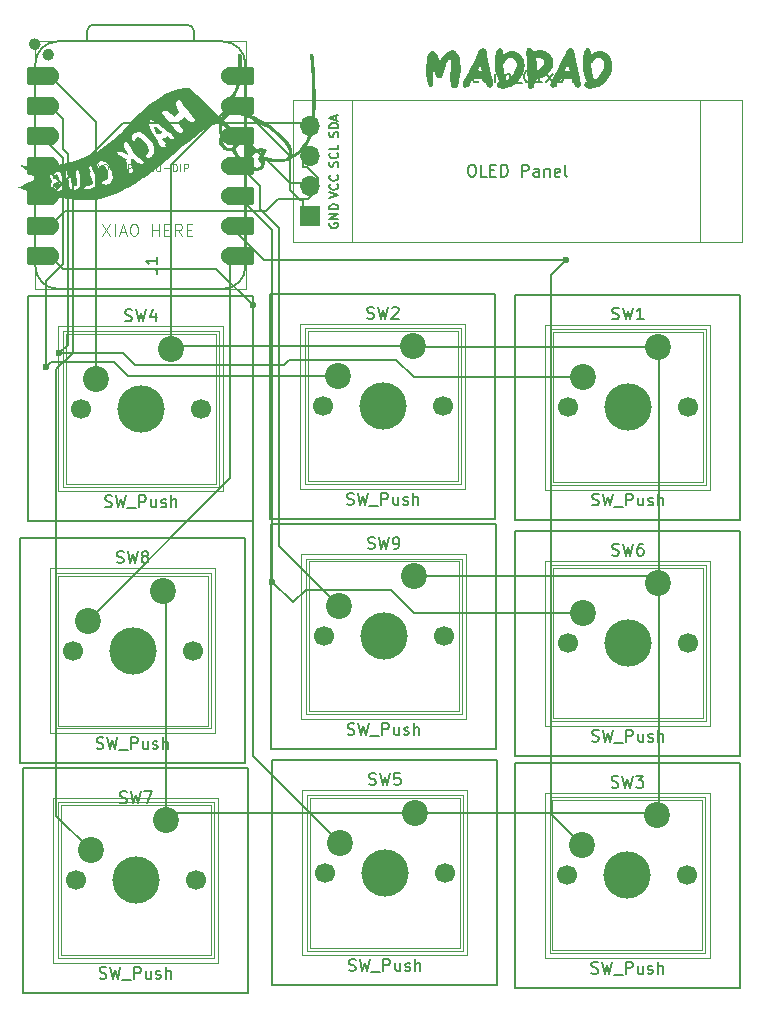
<source format=gbr>
%TF.GenerationSoftware,KiCad,Pcbnew,9.0.7*%
%TF.CreationDate,2026-02-02T14:24:47+05:30*%
%TF.ProjectId,MADPAD,4d414450-4144-42e6-9b69-6361645f7063,rev?*%
%TF.SameCoordinates,Original*%
%TF.FileFunction,Paste,Bot*%
%TF.FilePolarity,Positive*%
%FSLAX46Y46*%
G04 Gerber Fmt 4.6, Leading zero omitted, Abs format (unit mm)*
G04 Created by KiCad (PCBNEW 9.0.7) date 2026-02-02 14:24:47*
%MOMM*%
%LPD*%
G01*
G04 APERTURE LIST*
G04 Aperture macros list*
%AMRoundRect*
0 Rectangle with rounded corners*
0 $1 Rounding radius*
0 $2 $3 $4 $5 $6 $7 $8 $9 X,Y pos of 4 corners*
0 Add a 4 corners polygon primitive as box body*
4,1,4,$2,$3,$4,$5,$6,$7,$8,$9,$2,$3,0*
0 Add four circle primitives for the rounded corners*
1,1,$1+$1,$2,$3*
1,1,$1+$1,$4,$5*
1,1,$1+$1,$6,$7*
1,1,$1+$1,$8,$9*
0 Add four rect primitives between the rounded corners*
20,1,$1+$1,$2,$3,$4,$5,0*
20,1,$1+$1,$4,$5,$6,$7,0*
20,1,$1+$1,$6,$7,$8,$9,0*
20,1,$1+$1,$8,$9,$2,$3,0*%
G04 Aperture macros list end*
%TA.AperFunction,ComponentPad*%
%ADD10C,2.200000*%
%TD*%
%TA.AperFunction,ComponentPad*%
%ADD11R,1.700000X1.700000*%
%TD*%
%TA.AperFunction,ComponentPad*%
%ADD12O,1.700000X1.700000*%
%TD*%
%TA.AperFunction,ComponentPad*%
%ADD13C,1.524000*%
%TD*%
%TA.AperFunction,ViaPad*%
%ADD14C,0.600000*%
%TD*%
%TA.AperFunction,Conductor*%
%ADD15C,0.200000*%
%TD*%
%ADD16C,1.700000*%
%ADD17C,4.000000*%
%ADD18C,2.200000*%
%ADD19R,1.700000X1.700000*%
%ADD20O,1.700000X1.700000*%
%ADD21C,1.524000*%
%ADD22C,0.300000*%
%ADD23C,0.000000*%
%TA.AperFunction,SMDPad,CuDef*%
%ADD24RoundRect,0.152400X1.063600X0.609600X-1.063600X0.609600X-1.063600X-0.609600X1.063600X-0.609600X0*%
%TD*%
%TA.AperFunction,SMDPad,CuDef*%
%ADD25RoundRect,0.152400X-1.063600X-0.609600X1.063600X-0.609600X1.063600X0.609600X-1.063600X0.609600X0*%
%TD*%
%ADD26RoundRect,0.152400X1.063600X0.609600X-1.063600X0.609600X-1.063600X-0.609600X1.063600X-0.609600X0*%
%ADD27RoundRect,0.152400X-1.063600X-0.609600X1.063600X-0.609600X1.063600X0.609600X-1.063600X0.609600X0*%
%ADD28C,0.100000*%
%ADD29C,0.150000*%
%ADD30C,0.120000*%
%ADD31C,0.040000*%
%ADD32C,0.127000*%
%ADD33C,0.504000*%
%ADD34C,0.050000*%
%ADD35C,0.101600*%
G04 APERTURE END LIST*
D10*
%TO.P,SW3,1,1*%
%TO.N,GND*%
X176100000Y-126900000D03*
%TO.P,SW3,2,2*%
%TO.N,Net-(U1-GPIO2{slash}SCK)*%
X169750000Y-129440000D03*
%TD*%
D11*
%TO.P,J1,1,Pin_1*%
%TO.N,GND*%
X146720000Y-76180000D03*
D12*
%TO.P,J1,2,Pin_2*%
%TO.N,Net-(J1-Pin_2)*%
X146720000Y-73640000D03*
%TO.P,J1,3,Pin_3*%
%TO.N,Net-(J1-Pin_3)*%
X146720000Y-71100000D03*
%TO.P,J1,4,Pin_4*%
%TO.N,Net-(J1-Pin_4)*%
X146720000Y-68560000D03*
%TD*%
D10*
%TO.P,SW7,1,1*%
%TO.N,GND*%
X134460000Y-127330000D03*
%TO.P,SW7,2,2*%
%TO.N,Net-(U1-GPIO27{slash}ADC1{slash}A1)*%
X128110000Y-129870000D03*
%TD*%
D13*
%TO.P,U1,1,GPIO26/ADC0/A0*%
%TO.N,Net-(U1-GPIO26{slash}ADC0{slash}A0)*%
X124700000Y-64300000D03*
%TO.P,U1,2,GPIO27/ADC1/A1*%
%TO.N,Net-(U1-GPIO27{slash}ADC1{slash}A1)*%
X124700000Y-66840000D03*
%TO.P,U1,3,GPIO28/ADC2/A2*%
%TO.N,Net-(U1-GPIO28{slash}ADC2{slash}A2)*%
X124700000Y-69380000D03*
%TO.P,U1,4,GPIO29/ADC3/A3*%
%TO.N,Net-(U1-GPIO29{slash}ADC3{slash}A3)*%
X124700000Y-71920000D03*
%TO.P,U1,5,GPIO6/SDA*%
%TO.N,Net-(J1-Pin_4)*%
X124700000Y-74460000D03*
%TO.P,U1,6,GPIO7/SCL*%
%TO.N,Net-(J1-Pin_3)*%
X124700000Y-77000000D03*
%TO.P,U1,7,GPIO0/TX*%
%TO.N,Net-(U1-GPIO0{slash}TX)*%
X124700000Y-79540000D03*
%TO.P,U1,8,GPIO1/RX*%
%TO.N,Net-(U1-GPIO1{slash}RX)*%
X139940000Y-79540000D03*
%TO.P,U1,9,GPIO2/SCK*%
%TO.N,Net-(U1-GPIO2{slash}SCK)*%
X139940000Y-77000000D03*
%TO.P,U1,10,GPIO4/MISO*%
%TO.N,Net-(U1-GPIO4{slash}MISO)*%
X139940000Y-74460000D03*
%TO.P,U1,11,GPIO3/MOSI*%
%TO.N,Net-(U1-GPIO3{slash}MOSI)*%
X139940000Y-71920000D03*
%TO.P,U1,12,3V3*%
%TO.N,Net-(J1-Pin_2)*%
X139940000Y-69380000D03*
%TO.P,U1,13,GND*%
%TO.N,GND*%
X139940000Y-66840000D03*
%TO.P,U1,14,VBUS*%
%TO.N,unconnected-(U1-VBUS-Pad14)_1*%
X139940000Y-64300000D03*
%TD*%
D10*
%TO.P,SW8,1,1*%
%TO.N,GND*%
X134200000Y-107870000D03*
%TO.P,SW8,2,2*%
%TO.N,Net-(U1-GPIO1{slash}RX)*%
X127850000Y-110410000D03*
%TD*%
%TO.P,SW6,1,1*%
%TO.N,GND*%
X176140000Y-107250000D03*
%TO.P,SW6,2,2*%
%TO.N,Net-(U1-GPIO4{slash}MISO)*%
X169790000Y-109790000D03*
%TD*%
%TO.P,SW4,1,1*%
%TO.N,GND*%
X134910000Y-87410000D03*
%TO.P,SW4,2,2*%
%TO.N,Net-(U1-GPIO26{slash}ADC0{slash}A0)*%
X128560000Y-89950000D03*
%TD*%
%TO.P,SW2,1,1*%
%TO.N,GND*%
X155390000Y-87200000D03*
%TO.P,SW2,2,2*%
%TO.N,Net-(U1-GPIO29{slash}ADC3{slash}A3)*%
X149040000Y-89740000D03*
%TD*%
%TO.P,SW5,1,1*%
%TO.N,GND*%
X155560000Y-126680000D03*
%TO.P,SW5,2,2*%
%TO.N,Net-(U1-GPIO0{slash}TX)*%
X149210000Y-129220000D03*
%TD*%
%TO.P,SW9,1,1*%
%TO.N,GND*%
X155460000Y-106680000D03*
%TO.P,SW9,2,2*%
%TO.N,Net-(U1-GPIO3{slash}MOSI)*%
X149110000Y-109220000D03*
%TD*%
%TO.P,SW1,1,1*%
%TO.N,GND*%
X176140000Y-87260000D03*
%TO.P,SW1,2,2*%
%TO.N,Net-(U1-GPIO28{slash}ADC2{slash}A2)*%
X169790000Y-89800000D03*
%TD*%
D14*
%TO.N,Net-(U1-GPIO28{slash}ADC2{slash}A2)*%
X125449400Y-87777800D03*
%TO.N,Net-(U1-GPIO29{slash}ADC3{slash}A3)*%
X124308800Y-88951700D03*
%TO.N,Net-(U1-GPIO2{slash}SCK)*%
X168358100Y-79872800D03*
%TO.N,Net-(U1-GPIO0{slash}TX)*%
X141840700Y-83730300D03*
%TO.N,Net-(U1-GPIO4{slash}MISO)*%
X143479500Y-107133400D03*
%TD*%
D15*
%TO.N,Net-(J1-Pin_2)*%
X144973300Y-73395000D02*
X140958300Y-69380000D01*
X140958300Y-69380000D02*
X139940000Y-69380000D01*
X146125000Y-73395000D02*
X144973300Y-73395000D01*
%TO.N,GND*%
X176140000Y-107250000D02*
X175570000Y-106680000D01*
X155390000Y-87200000D02*
X135120000Y-87200000D01*
X135120000Y-87200000D02*
X134910000Y-87410000D01*
X135110000Y-126680000D02*
X134460000Y-127330000D01*
X175880000Y-126680000D02*
X155560000Y-126680000D01*
X175570000Y-106680000D02*
X155460000Y-106680000D01*
X155450000Y-87260000D02*
X155390000Y-87200000D01*
X155560000Y-126680000D02*
X135110000Y-126680000D01*
X176140000Y-87260000D02*
X155450000Y-87260000D01*
X176100000Y-126900000D02*
X175880000Y-126680000D01*
%TO.N,Net-(J1-Pin_4)*%
X124700000Y-74460000D02*
X130845000Y-68315000D01*
X130845000Y-68315000D02*
X146125000Y-68315000D01*
%TO.N,Net-(J1-Pin_3)*%
X146393500Y-72006700D02*
X146125000Y-72006700D01*
X146125000Y-70855000D02*
X146125000Y-72006700D01*
X142921200Y-75730000D02*
X143945200Y-74706000D01*
X147325700Y-73886400D02*
X147325700Y-72938900D01*
X125970000Y-75730000D02*
X142921200Y-75730000D01*
X124700000Y-77000000D02*
X125970000Y-75730000D01*
X146506100Y-74706000D02*
X147325700Y-73886400D01*
X147325700Y-72938900D02*
X146393500Y-72006700D01*
X143945200Y-74706000D02*
X146506100Y-74706000D01*
%TO.N,Net-(U1-GPIO28{slash}ADC2{slash}A2)*%
X144912500Y-88338300D02*
X144436700Y-88814100D01*
X130827800Y-87777800D02*
X125449400Y-87777800D01*
X125449400Y-87777800D02*
X125361800Y-87690200D01*
X169790000Y-89800000D02*
X155450000Y-89800000D01*
X125361800Y-87690200D02*
X125449400Y-87777800D01*
X131864100Y-88814100D02*
X130827800Y-87777800D01*
X153988300Y-88338300D02*
X144912500Y-88338300D01*
X155450000Y-89800000D02*
X153988300Y-88338300D01*
X144436700Y-88814100D02*
X131864100Y-88814100D01*
%TO.N,Net-(U1-GPIO29{slash}ADC3{slash}A3)*%
X124308800Y-88381200D02*
X124308800Y-88951700D01*
X124308800Y-88951700D02*
X124712200Y-88548300D01*
X131296400Y-89740000D02*
X149040000Y-89740000D01*
X130104700Y-88548300D02*
X131296400Y-89740000D01*
X124308800Y-88951700D02*
X124308800Y-88381200D01*
X124712200Y-88548300D02*
X130104700Y-88548300D01*
%TO.N,Net-(U1-GPIO2{slash}SCK)*%
X168358100Y-79872800D02*
X142812800Y-79872800D01*
X142812800Y-79872800D02*
X139940000Y-77000000D01*
%TO.N,Net-(U1-GPIO0{slash}TX)*%
X125805200Y-80645200D02*
X124700000Y-79540000D01*
X138755600Y-80645200D02*
X141840700Y-83730300D01*
X138755600Y-80645200D02*
X125805200Y-80645200D01*
%TO.N,Net-(U1-GPIO4{slash}MISO)*%
X169790000Y-109790000D02*
X155510500Y-109790000D01*
X145226900Y-108880800D02*
X143479500Y-107133400D01*
X143579600Y-107233500D02*
X143479500Y-107133400D01*
X146310100Y-107797600D02*
X145226900Y-108880800D01*
X153518100Y-107797600D02*
X146310100Y-107797600D01*
X155510500Y-109790000D02*
X153518100Y-107797600D01*
X143479500Y-107133400D02*
X143579600Y-107233500D01*
%TD*%
D16*
%TO.C,SW3*%
X168480000Y-131980000D03*
D17*
X173560000Y-131980000D03*
D16*
X178640000Y-131980000D03*
D18*
X176100000Y-126900000D03*
X169750000Y-129440000D03*
%TD*%
D19*
%TO.C,J1*%
X146720000Y-76180000D03*
D20*
X146720000Y-73640000D03*
X146720000Y-71100000D03*
X146720000Y-68560000D03*
%TD*%
D16*
%TO.C,SW7*%
X126840000Y-132410000D03*
D17*
X131920000Y-132410000D03*
D16*
X137000000Y-132410000D03*
D18*
X134460000Y-127330000D03*
X128110000Y-129870000D03*
%TD*%
D21*
%TO.C,U1*%
X124700000Y-64300000D03*
X124700000Y-66840000D03*
X124700000Y-69380000D03*
X124700000Y-71920000D03*
X124700000Y-74460000D03*
X124700000Y-77000000D03*
X124700000Y-79540000D03*
X139940000Y-79540000D03*
X139940000Y-77000000D03*
X139940000Y-74460000D03*
X139940000Y-71920000D03*
X139940000Y-69380000D03*
X139940000Y-66840000D03*
X139940000Y-64300000D03*
%TD*%
D16*
%TO.C,SW8*%
X126580000Y-112950000D03*
D17*
X131660000Y-112950000D03*
D16*
X136740000Y-112950000D03*
D18*
X134200000Y-107870000D03*
X127850000Y-110410000D03*
%TD*%
D16*
%TO.C,SW6*%
X168520000Y-112330000D03*
D17*
X173600000Y-112330000D03*
D16*
X178680000Y-112330000D03*
D18*
X176140000Y-107250000D03*
X169790000Y-109790000D03*
%TD*%
D16*
%TO.C,SW4*%
X127290000Y-92490000D03*
D17*
X132370000Y-92490000D03*
D16*
X137450000Y-92490000D03*
D18*
X134910000Y-87410000D03*
X128560000Y-89950000D03*
%TD*%
D16*
%TO.C,SW2*%
X147770000Y-92280000D03*
D17*
X152850000Y-92280000D03*
D16*
X157930000Y-92280000D03*
D18*
X155390000Y-87200000D03*
X149040000Y-89740000D03*
%TD*%
D16*
%TO.C,SW5*%
X147940000Y-131760000D03*
D17*
X153020000Y-131760000D03*
D16*
X158100000Y-131760000D03*
D18*
X155560000Y-126680000D03*
X149210000Y-129220000D03*
%TD*%
D16*
%TO.C,SW9*%
X147840000Y-111760000D03*
D17*
X152920000Y-111760000D03*
D16*
X158000000Y-111760000D03*
D18*
X155460000Y-106680000D03*
X149110000Y-109220000D03*
%TD*%
D16*
%TO.C,SW1*%
X168520000Y-92340000D03*
D17*
X173600000Y-92340000D03*
D16*
X178680000Y-92340000D03*
D18*
X176140000Y-87260000D03*
X169790000Y-89800000D03*
%TD*%
D22*
X134620000Y-70085471D02*
X134548571Y-70156900D01*
X134548571Y-70156900D02*
X134620000Y-70228328D01*
X134620000Y-70228328D02*
X134691428Y-70156900D01*
X134691428Y-70156900D02*
X134620000Y-70085471D01*
X134620000Y-70085471D02*
X134620000Y-70228328D01*
D23*
%TO.C,.*%
G36*
X125498310Y-73515636D02*
G01*
X125517405Y-73606216D01*
X125539831Y-73718201D01*
X125548572Y-73770446D01*
X125533306Y-73777802D01*
X125451198Y-73787212D01*
X125321786Y-73790892D01*
X125187313Y-73778832D01*
X125033762Y-73722726D01*
X124941494Y-73635581D01*
X124913260Y-73533803D01*
X124951811Y-73433793D01*
X125059895Y-73351955D01*
X125240265Y-73304692D01*
X125448048Y-73281272D01*
X125498310Y-73515636D01*
G37*
G36*
X125353681Y-72656979D02*
G01*
X125384259Y-72753880D01*
X125403665Y-72874308D01*
X125412500Y-72980133D01*
X125410468Y-72996494D01*
X125358103Y-73049247D01*
X125255869Y-73067192D01*
X125131911Y-73049306D01*
X125014378Y-72994570D01*
X124949379Y-72930162D01*
X124912206Y-72826660D01*
X124938442Y-72734100D01*
X125026965Y-72680507D01*
X125113152Y-72662658D01*
X125248187Y-72634817D01*
X125300428Y-72628523D01*
X125353681Y-72656979D01*
G37*
G36*
X133500568Y-68575433D02*
G01*
X133575993Y-68604282D01*
X133691833Y-68666853D01*
X133828206Y-68750060D01*
X133965230Y-68840815D01*
X134083020Y-68926033D01*
X134161695Y-68992625D01*
X134181372Y-69027506D01*
X134161990Y-69042915D01*
X134078932Y-69102297D01*
X133964447Y-69179895D01*
X133909788Y-69216261D01*
X133836699Y-69257391D01*
X133782194Y-69259147D01*
X133730746Y-69211477D01*
X133666828Y-69104323D01*
X133574916Y-68927632D01*
X133568915Y-68916005D01*
X133486639Y-68747610D01*
X133448622Y-68643115D01*
X133451923Y-68589769D01*
X133493604Y-68574821D01*
X133500568Y-68575433D01*
G37*
G36*
X136845099Y-69520842D02*
G01*
X136418287Y-69855780D01*
X135932802Y-70250783D01*
X135507807Y-70606152D01*
X135386878Y-70707270D01*
X134778750Y-71226660D01*
X134570437Y-71405497D01*
X134328524Y-71609960D01*
X134097954Y-71804836D01*
X133672871Y-72153294D01*
X133282872Y-72459891D01*
X132915642Y-72733648D01*
X132660159Y-72912624D01*
X132558865Y-72983584D01*
X132200225Y-73218719D01*
X131827407Y-73448073D01*
X131621598Y-73567954D01*
X131428094Y-73680667D01*
X131174770Y-73822008D01*
X130556588Y-74139264D01*
X129982704Y-74390558D01*
X129444006Y-74579246D01*
X128931381Y-74708680D01*
X128435716Y-74782218D01*
X127842558Y-74816043D01*
X127114677Y-74807054D01*
X126332996Y-74749436D01*
X125508799Y-74644368D01*
X124653369Y-74493026D01*
X123777990Y-74296585D01*
X123685986Y-74273533D01*
X123386945Y-74195662D01*
X123086367Y-74113457D01*
X122797016Y-74030792D01*
X122531654Y-73951542D01*
X122303044Y-73879584D01*
X122123949Y-73818793D01*
X122007133Y-73773042D01*
X121965358Y-73746209D01*
X121997099Y-73723301D01*
X122099593Y-73668775D01*
X122260102Y-73589938D01*
X122465438Y-73493249D01*
X122702411Y-73385169D01*
X122912845Y-73289871D01*
X123129164Y-73190195D01*
X123304859Y-73107347D01*
X123425833Y-73047988D01*
X123477990Y-73018776D01*
X123478355Y-73018381D01*
X123454835Y-72978886D01*
X123370392Y-72893229D01*
X123235307Y-72770744D01*
X123137739Y-72687338D01*
X124636367Y-72687338D01*
X124655032Y-72844721D01*
X124760298Y-73018057D01*
X124782172Y-73044280D01*
X124841775Y-73127392D01*
X124847480Y-73182406D01*
X124805655Y-73240555D01*
X124803069Y-73243500D01*
X124750969Y-73359975D01*
X124732143Y-73535826D01*
X124733936Y-73585087D01*
X124786714Y-73777248D01*
X124910256Y-73913368D01*
X125101315Y-73989459D01*
X125260910Y-74011955D01*
X125459634Y-74012911D01*
X125623333Y-73983590D01*
X125734120Y-73927726D01*
X125774108Y-73849050D01*
X125769735Y-73784849D01*
X125754540Y-73645951D01*
X125731176Y-73461795D01*
X125702450Y-73251702D01*
X125671165Y-73034992D01*
X125640128Y-72830986D01*
X125612144Y-72659004D01*
X125602515Y-72606506D01*
X125997196Y-72606506D01*
X126023763Y-72843875D01*
X126092713Y-73143221D01*
X126158416Y-73357455D01*
X126260178Y-73596907D01*
X126377787Y-73768621D01*
X126474455Y-73849050D01*
X126518998Y-73886110D01*
X126593390Y-73929582D01*
X126685563Y-73964004D01*
X126774648Y-73952364D01*
X126901853Y-73895696D01*
X126925114Y-73883835D01*
X126998616Y-73831897D01*
X127564275Y-73831897D01*
X127583675Y-73848570D01*
X127678485Y-73871918D01*
X127818936Y-73873096D01*
X127975179Y-73850735D01*
X128182910Y-73802255D01*
X128416182Y-73741403D01*
X128578132Y-73690230D01*
X128659684Y-73651379D01*
X128675857Y-73631222D01*
X128684495Y-73567954D01*
X128663229Y-73456208D01*
X128609689Y-73278305D01*
X128581707Y-73191343D01*
X128512288Y-72971551D01*
X128435079Y-72723134D01*
X128362206Y-72484959D01*
X128328933Y-72379360D01*
X128235632Y-72129226D01*
X128151700Y-71967946D01*
X128662808Y-71967946D01*
X128668611Y-71987999D01*
X128713361Y-72056678D01*
X128783265Y-72045488D01*
X128886294Y-71953928D01*
X128911602Y-71928161D01*
X129032795Y-71852891D01*
X129159835Y-71861896D01*
X129306476Y-71955218D01*
X129378680Y-72029515D01*
X129497157Y-72227188D01*
X129576101Y-72470422D01*
X129604796Y-72731342D01*
X129597425Y-72858294D01*
X129545438Y-73022485D01*
X129434634Y-73128143D01*
X129254433Y-73189088D01*
X129173260Y-73208734D01*
X129073783Y-73259731D01*
X129059985Y-73330058D01*
X129128951Y-73425200D01*
X129234141Y-73492414D01*
X129405729Y-73511474D01*
X129608036Y-73455135D01*
X129796328Y-73328191D01*
X129916714Y-73145255D01*
X129965265Y-72912624D01*
X129939733Y-72635857D01*
X129891294Y-72447576D01*
X129777194Y-72151249D01*
X129631958Y-71900312D01*
X129463933Y-71703706D01*
X129281466Y-71570371D01*
X129092904Y-71509247D01*
X128906594Y-71529276D01*
X128836632Y-71567336D01*
X128731654Y-71682458D01*
X128667019Y-71828040D01*
X128662808Y-71967946D01*
X128151700Y-71967946D01*
X128146611Y-71958168D01*
X128064078Y-71869847D01*
X127990239Y-71867923D01*
X127964839Y-71909876D01*
X127954922Y-72029053D01*
X127971634Y-72203693D01*
X128012216Y-72416606D01*
X128073911Y-72650603D01*
X128153961Y-72888495D01*
X128197349Y-73006479D01*
X128257852Y-73182867D01*
X128268276Y-73217197D01*
X128299470Y-73319936D01*
X128315034Y-73395140D01*
X128310862Y-73421231D01*
X128246376Y-73491770D01*
X128100396Y-73553252D01*
X127868374Y-73607842D01*
X127773193Y-73631262D01*
X127639808Y-73689950D01*
X127564913Y-73760701D01*
X127564275Y-73831897D01*
X126998616Y-73831897D01*
X127072503Y-73779687D01*
X127169743Y-73642261D01*
X127220597Y-73458962D01*
X127228832Y-73217197D01*
X127198211Y-72904374D01*
X127168037Y-72703406D01*
X127115574Y-72433847D01*
X127060094Y-72250155D01*
X127000176Y-72149287D01*
X126934396Y-72128198D01*
X126861331Y-72183844D01*
X126845043Y-72206390D01*
X126830082Y-72245736D01*
X126825477Y-72306290D01*
X126832390Y-72401664D01*
X126851984Y-72545467D01*
X126885423Y-72751311D01*
X126933868Y-73032805D01*
X126942451Y-73082290D01*
X126973377Y-73269885D01*
X126987655Y-73392333D01*
X126985092Y-73469529D01*
X126965494Y-73521369D01*
X126928669Y-73567748D01*
X126851952Y-73624025D01*
X126753039Y-73645478D01*
X126745304Y-73643921D01*
X126662469Y-73583110D01*
X126572449Y-73451170D01*
X126483250Y-73264586D01*
X126402873Y-73039840D01*
X126339322Y-72793412D01*
X126333155Y-72764421D01*
X126270375Y-72530650D01*
X126202809Y-72383916D01*
X126131243Y-72325433D01*
X126056465Y-72356417D01*
X126013306Y-72437488D01*
X125997196Y-72606506D01*
X125602515Y-72606506D01*
X125590017Y-72538368D01*
X125576553Y-72488397D01*
X125542383Y-72469131D01*
X125431464Y-72439622D01*
X125282648Y-72417847D01*
X125129176Y-72408090D01*
X125004286Y-72414636D01*
X124843272Y-72458932D01*
X124700411Y-72555533D01*
X124636367Y-72687338D01*
X123137739Y-72687338D01*
X123059859Y-72620762D01*
X122854330Y-72452616D01*
X122852317Y-72451002D01*
X122644157Y-72281938D01*
X122462996Y-72130764D01*
X122319898Y-72007046D01*
X122225926Y-71920345D01*
X122192143Y-71880224D01*
X122226689Y-71860871D01*
X122316875Y-71873689D01*
X122356385Y-71879839D01*
X122484949Y-71888788D01*
X122680970Y-71896197D01*
X122930088Y-71901692D01*
X123217944Y-71904895D01*
X123530179Y-71905432D01*
X123555081Y-71905355D01*
X123945227Y-71902331D01*
X124265867Y-71895307D01*
X124537021Y-71883101D01*
X124778707Y-71864529D01*
X125010944Y-71838408D01*
X125253750Y-71803554D01*
X126122432Y-71637359D01*
X127007686Y-71394568D01*
X127836204Y-71085110D01*
X128471190Y-70775850D01*
X130372375Y-70775850D01*
X130383404Y-70870132D01*
X130474097Y-70976254D01*
X130635641Y-71086627D01*
X130859224Y-71193661D01*
X130909025Y-71214153D01*
X131047215Y-71275632D01*
X131121238Y-71323438D01*
X131147621Y-71371578D01*
X131142892Y-71434059D01*
X131135036Y-71539610D01*
X131144991Y-71715563D01*
X131171616Y-71917132D01*
X131210027Y-72115246D01*
X131255337Y-72280832D01*
X131302663Y-72384821D01*
X131327401Y-72415725D01*
X131439738Y-72499399D01*
X131550157Y-72501923D01*
X131643127Y-72421618D01*
X131643665Y-72420785D01*
X131672025Y-72365595D01*
X131683291Y-72300182D01*
X131675999Y-72205162D01*
X131648685Y-72061148D01*
X131599887Y-71848757D01*
X131566122Y-71698576D01*
X131532298Y-71524419D01*
X131514121Y-71397634D01*
X131514963Y-71338489D01*
X131523125Y-71327185D01*
X131600746Y-71296684D01*
X131709883Y-71334872D01*
X131833390Y-71436475D01*
X131984027Y-71569650D01*
X132161498Y-71676666D01*
X132332053Y-71734852D01*
X132477503Y-71738250D01*
X132579661Y-71680903D01*
X132594264Y-71659894D01*
X132598005Y-71609960D01*
X132550322Y-71543803D01*
X132440302Y-71442778D01*
X132217655Y-71247997D01*
X132013443Y-71058380D01*
X131853933Y-70892371D01*
X131724337Y-70733136D01*
X131609868Y-70563847D01*
X131495738Y-70367671D01*
X131392966Y-70188950D01*
X131267953Y-70001594D01*
X131166159Y-69894644D01*
X131083017Y-69865231D01*
X131013956Y-69910483D01*
X130954409Y-70027530D01*
X130939195Y-70098370D01*
X130959402Y-70261468D01*
X131044338Y-70471030D01*
X131196131Y-70733275D01*
X131231809Y-70789889D01*
X131296582Y-70903689D01*
X131311021Y-70956710D01*
X131278279Y-70957558D01*
X131166648Y-70914381D01*
X130946562Y-70837848D01*
X130735770Y-70773784D01*
X130571283Y-70733895D01*
X130496762Y-70722652D01*
X130412328Y-70729026D01*
X130372777Y-70774784D01*
X130372375Y-70775850D01*
X128471190Y-70775850D01*
X128612453Y-70707050D01*
X129340901Y-70258455D01*
X130026014Y-69737390D01*
X130157429Y-69620807D01*
X130284270Y-69499341D01*
X131581072Y-69499341D01*
X131581675Y-69520471D01*
X131613644Y-69656323D01*
X131681447Y-69758893D01*
X131767270Y-69799464D01*
X131778934Y-69795698D01*
X131835858Y-69740604D01*
X131904582Y-69640714D01*
X131928204Y-69603230D01*
X132025977Y-69505660D01*
X132143006Y-69488222D01*
X132297699Y-69546505D01*
X132433489Y-69641967D01*
X132594243Y-69790927D01*
X132755101Y-69967024D01*
X132892740Y-70144699D01*
X132983836Y-70298392D01*
X132991868Y-70316451D01*
X133063777Y-70530787D01*
X133065397Y-70697404D01*
X132994169Y-70828252D01*
X132847535Y-70935285D01*
X132839438Y-70939886D01*
X132770947Y-71023187D01*
X132773856Y-71123302D01*
X132848090Y-71203939D01*
X132909974Y-71229238D01*
X133027940Y-71250892D01*
X133065251Y-71245484D01*
X133183754Y-71185565D01*
X133309388Y-71078675D01*
X133416641Y-70949073D01*
X133480002Y-70821020D01*
X133500110Y-70606152D01*
X133453465Y-70352058D01*
X133347525Y-70084532D01*
X133192754Y-69818917D01*
X132999611Y-69570555D01*
X132778559Y-69354791D01*
X132540059Y-69186967D01*
X132294574Y-69082427D01*
X132089259Y-69060148D01*
X131894880Y-69101105D01*
X131732966Y-69195215D01*
X131622151Y-69331591D01*
X131581072Y-69499341D01*
X130284270Y-69499341D01*
X130359747Y-69427063D01*
X130585829Y-69198651D01*
X130816521Y-68955011D01*
X131032670Y-68715585D01*
X131208844Y-68517179D01*
X131464304Y-68246737D01*
X133050483Y-68246737D01*
X133055311Y-68424700D01*
X133120474Y-68664649D01*
X133191801Y-68841708D01*
X133309627Y-69082136D01*
X133452766Y-69338218D01*
X133610587Y-69593653D01*
X133772457Y-69832142D01*
X133927744Y-70037384D01*
X134065815Y-70193078D01*
X134176038Y-70282924D01*
X134268567Y-70322542D01*
X134412482Y-70337679D01*
X134520215Y-70289321D01*
X134547979Y-70259035D01*
X134566881Y-70214308D01*
X134548736Y-70156950D01*
X134485851Y-70068528D01*
X134370536Y-69930610D01*
X134366652Y-69926055D01*
X134265638Y-69803554D01*
X134193786Y-69708950D01*
X134166429Y-69662391D01*
X134183115Y-69641926D01*
X134260024Y-69586810D01*
X134378310Y-69516771D01*
X134590191Y-69400252D01*
X134757697Y-69511102D01*
X134794401Y-69533783D01*
X134934784Y-69600056D01*
X135056084Y-69631333D01*
X135118011Y-69632705D01*
X135174456Y-69605573D01*
X135186965Y-69520004D01*
X135183631Y-69490713D01*
X135160436Y-69438491D01*
X135107630Y-69372981D01*
X135016491Y-69286130D01*
X134878300Y-69169880D01*
X134684337Y-69016178D01*
X134425880Y-68816969D01*
X134236822Y-68673005D01*
X133952542Y-68460660D01*
X133725723Y-68298508D01*
X133548331Y-68181786D01*
X133412326Y-68105729D01*
X133309672Y-68065574D01*
X133232333Y-68056557D01*
X133172270Y-68073913D01*
X133106536Y-68124519D01*
X133050483Y-68246737D01*
X131464304Y-68246737D01*
X131875064Y-67811887D01*
X132274692Y-67433027D01*
X134181682Y-67433027D01*
X134241341Y-67563163D01*
X134363578Y-67742063D01*
X134450950Y-67856521D01*
X134614988Y-68059671D01*
X134797109Y-68274308D01*
X134984849Y-68486716D01*
X135165744Y-68683179D01*
X135327331Y-68849981D01*
X135457145Y-68973404D01*
X135542724Y-69039732D01*
X135659303Y-69095032D01*
X135786204Y-69114198D01*
X135880929Y-69064678D01*
X135907779Y-69032547D01*
X135929744Y-68962005D01*
X135906940Y-68868724D01*
X135834232Y-68737656D01*
X135706480Y-68553756D01*
X135477603Y-68239811D01*
X135724770Y-67992644D01*
X135971937Y-67745477D01*
X136242310Y-67957894D01*
X136427150Y-68087417D01*
X136624933Y-68181595D01*
X136784564Y-68201960D01*
X136900937Y-68147048D01*
X136929158Y-68111993D01*
X136947943Y-68042636D01*
X136941908Y-68019700D01*
X139375207Y-68019700D01*
X139398781Y-68042636D01*
X139775729Y-68409388D01*
X139804983Y-68437800D01*
X139971679Y-68595997D01*
X140093098Y-68700776D01*
X140184438Y-68762711D01*
X140260896Y-68792375D01*
X140337671Y-68800342D01*
X140386997Y-68802172D01*
X140546992Y-68840314D01*
X140568310Y-68862053D01*
X140631656Y-68926652D01*
X140639410Y-69059827D01*
X140636339Y-69086107D01*
X140631916Y-69123961D01*
X140649420Y-69199230D01*
X140710041Y-69285531D01*
X140826705Y-69406812D01*
X140886636Y-69465437D01*
X140986562Y-69553089D01*
X141073941Y-69598455D01*
X141183192Y-69615461D01*
X141348737Y-69618035D01*
X141507947Y-69623889D01*
X141654812Y-69640835D01*
X141744054Y-69664988D01*
X141765236Y-69678530D01*
X141823469Y-69772379D01*
X141823430Y-69772992D01*
X141815354Y-69900041D01*
X141814017Y-69902535D01*
X141741072Y-70038626D01*
X141738305Y-70042163D01*
X141676097Y-70133978D01*
X141650358Y-70195902D01*
X141663190Y-70221590D01*
X141729652Y-70294110D01*
X141833782Y-70385257D01*
X141895214Y-70433438D01*
X141989972Y-70493454D01*
X142066614Y-70506837D01*
X142158050Y-70483562D01*
X142281152Y-70455542D01*
X142459336Y-70438689D01*
X142647926Y-70437322D01*
X142813677Y-70451533D01*
X142923339Y-70481417D01*
X142957977Y-70505321D01*
X142978536Y-70547857D01*
X143005882Y-70604433D01*
X142988763Y-70689482D01*
X142982829Y-70718964D01*
X142977669Y-70744597D01*
X142873925Y-70920584D01*
X142736777Y-71107076D01*
X142886999Y-71156653D01*
X142896464Y-71159692D01*
X143022738Y-71193777D01*
X143199287Y-71234577D01*
X143390993Y-71273919D01*
X143601751Y-71306041D01*
X143861228Y-71331304D01*
X144092294Y-71340611D01*
X144213197Y-71337267D01*
X144499258Y-71296041D01*
X144708098Y-71207603D01*
X144840092Y-71071624D01*
X144895613Y-70887776D01*
X144875038Y-70655732D01*
X144874581Y-70653740D01*
X144765140Y-70356957D01*
X144572927Y-70044716D01*
X144303524Y-69721926D01*
X143962511Y-69393498D01*
X143555470Y-69064338D01*
X143087980Y-68739357D01*
X142565623Y-68423463D01*
X141993979Y-68121565D01*
X141862479Y-68057242D01*
X141522966Y-67898414D01*
X141236418Y-67778058D01*
X140984651Y-67689545D01*
X140749481Y-67626244D01*
X140512725Y-67581527D01*
X140480138Y-67576682D01*
X140181452Y-67556250D01*
X139935982Y-67593374D01*
X139724122Y-67693644D01*
X139526264Y-67862645D01*
X139375207Y-68019700D01*
X136941908Y-68019700D01*
X136924261Y-67952633D01*
X136852579Y-67831223D01*
X136727363Y-67667647D01*
X136543081Y-67451144D01*
X136441713Y-67333104D01*
X136264571Y-67118847D01*
X136096732Y-66907297D01*
X135964069Y-66730649D01*
X135841003Y-66566357D01*
X135716847Y-66427436D01*
X135615416Y-66355630D01*
X135525700Y-66343712D01*
X135436691Y-66384457D01*
X135399445Y-66413848D01*
X135360586Y-66471990D01*
X135347965Y-66563712D01*
X135354640Y-66717159D01*
X135356993Y-66746110D01*
X135402005Y-66974030D01*
X135499911Y-67170003D01*
X135626233Y-67360889D01*
X135431173Y-67559641D01*
X135338714Y-67650817D01*
X135252845Y-67728518D01*
X135209576Y-67758392D01*
X135204692Y-67756848D01*
X135146910Y-67717785D01*
X135043467Y-67636786D01*
X134912859Y-67528199D01*
X134897899Y-67515515D01*
X134748988Y-67395032D01*
X134611856Y-67293029D01*
X134514491Y-67230426D01*
X134442517Y-67196509D01*
X134364558Y-67189311D01*
X134276366Y-67234879D01*
X134240162Y-67261250D01*
X134182117Y-67337206D01*
X134181682Y-67433027D01*
X132274692Y-67433027D01*
X132527330Y-67193518D01*
X133165181Y-66662379D01*
X133788157Y-66218777D01*
X134395795Y-65863020D01*
X134987636Y-65595414D01*
X135563218Y-65416266D01*
X136122080Y-65325884D01*
X136471355Y-65296755D01*
X137666124Y-66454467D01*
X137930854Y-66710500D01*
X138195697Y-66965642D01*
X138437465Y-67197548D01*
X138647768Y-67398213D01*
X138818217Y-67559635D01*
X138940422Y-67673808D01*
X139005994Y-67732731D01*
X139151094Y-67853282D01*
X139202782Y-67658427D01*
X139252388Y-67504543D01*
X139362705Y-67237207D01*
X139517787Y-66913038D01*
X139712913Y-66541759D01*
X139943363Y-66133094D01*
X139946624Y-66127482D01*
X140137432Y-65783992D01*
X140289641Y-65470401D01*
X140407266Y-65169566D01*
X140494324Y-64864343D01*
X140554831Y-64537587D01*
X140592802Y-64172157D01*
X140612255Y-63750908D01*
X140617205Y-63256696D01*
X140615679Y-62406250D01*
X140743613Y-62406250D01*
X140796112Y-62408024D01*
X140841021Y-62425371D01*
X140868352Y-62476980D01*
X140886664Y-62581546D01*
X140904513Y-62757767D01*
X140908991Y-62812361D01*
X140919279Y-63085993D01*
X140917184Y-63415113D01*
X140904009Y-63772216D01*
X140881052Y-64129794D01*
X140849613Y-64460339D01*
X140810993Y-64736345D01*
X140798417Y-64805975D01*
X140734270Y-65094911D01*
X140650267Y-65365317D01*
X140537403Y-65639691D01*
X140386675Y-65940532D01*
X140189078Y-66290340D01*
X140151651Y-66354326D01*
X140018654Y-66584728D01*
X139894751Y-66803637D01*
X139792382Y-66988905D01*
X139723988Y-67118382D01*
X139601344Y-67362835D01*
X139707369Y-67328059D01*
X139727901Y-67322555D01*
X139843484Y-67303722D01*
X140011994Y-67285813D01*
X140204616Y-67272071D01*
X140225794Y-67270965D01*
X140480916Y-67267687D01*
X140699620Y-67290065D01*
X140930330Y-67342818D01*
X141423033Y-67505998D01*
X141953196Y-67731731D01*
X142496525Y-68007064D01*
X143032729Y-68320143D01*
X143541518Y-68659116D01*
X144002604Y-69012128D01*
X144395697Y-69367328D01*
X144458507Y-69430778D01*
X144722278Y-69717532D01*
X144918106Y-69973344D01*
X145053940Y-70211661D01*
X145137730Y-70445928D01*
X145177424Y-70689590D01*
X145191142Y-70829670D01*
X145199624Y-70887776D01*
X145206880Y-70937484D01*
X145220270Y-70978750D01*
X145232472Y-70976277D01*
X145310571Y-70933249D01*
X145427710Y-70849391D01*
X145562866Y-70741293D01*
X145695016Y-70625549D01*
X145803138Y-70518747D01*
X146038081Y-70238177D01*
X146304104Y-69829288D01*
X146512005Y-69378808D01*
X146667548Y-68873597D01*
X146776500Y-68300518D01*
X146794741Y-68159539D01*
X146831929Y-67755186D01*
X146858298Y-67280592D01*
X146874033Y-66749834D01*
X146879320Y-66176990D01*
X146874345Y-65576134D01*
X146859292Y-64961345D01*
X146834346Y-64346698D01*
X146799695Y-63746269D01*
X146755521Y-63174136D01*
X146702012Y-62644375D01*
X146674548Y-62406250D01*
X146812242Y-62406250D01*
X146833103Y-62406192D01*
X146878445Y-62408708D01*
X146914436Y-62422903D01*
X146943130Y-62458622D01*
X146966577Y-62525709D01*
X146986830Y-62634010D01*
X147005941Y-62793369D01*
X147025962Y-63013632D01*
X147048944Y-63304644D01*
X147076940Y-63676250D01*
X147087961Y-63833384D01*
X147111034Y-64245117D01*
X147129481Y-64696784D01*
X147143223Y-65173885D01*
X147152180Y-65661922D01*
X147156269Y-66146396D01*
X147155413Y-66612808D01*
X147149529Y-67046659D01*
X147138539Y-67433450D01*
X147122362Y-67758682D01*
X147100917Y-68007857D01*
X147096237Y-68047388D01*
X147023558Y-68551596D01*
X146933859Y-68983019D01*
X146823244Y-69357527D01*
X146687818Y-69690994D01*
X146669027Y-69730647D01*
X146387649Y-70233698D01*
X146061452Y-70659406D01*
X145686988Y-71011049D01*
X145260810Y-71291905D01*
X144779467Y-71505252D01*
X144696561Y-71532435D01*
X144283705Y-71612432D01*
X143820771Y-71618298D01*
X143309655Y-71549975D01*
X143098157Y-71514242D01*
X142958864Y-71510830D01*
X142877378Y-71546063D01*
X142839153Y-71626231D01*
X142829643Y-71757627D01*
X142828683Y-71797402D01*
X142779423Y-72022590D01*
X142661590Y-72193442D01*
X142483530Y-72301540D01*
X142253592Y-72338468D01*
X142114634Y-72323751D01*
X141873837Y-72237306D01*
X141656548Y-72088175D01*
X141484914Y-71893332D01*
X141381081Y-71669752D01*
X141365866Y-71615203D01*
X141329947Y-71535337D01*
X141268582Y-71509262D01*
X141149458Y-71515449D01*
X140935395Y-71502986D01*
X140694247Y-71417901D01*
X140596464Y-71351944D01*
X141634436Y-71351944D01*
X141648333Y-71560872D01*
X141731764Y-71738554D01*
X141883903Y-71906495D01*
X142072864Y-72019078D01*
X142212054Y-72058947D01*
X142351721Y-72051904D01*
X142466786Y-71976607D01*
X142477497Y-71965579D01*
X142548511Y-71846972D01*
X142530010Y-71733556D01*
X142421429Y-71620921D01*
X142319698Y-71511303D01*
X142285467Y-71370501D01*
X142325798Y-71195232D01*
X142440939Y-70977259D01*
X142515126Y-70855807D01*
X142568772Y-70759959D01*
X142584977Y-70718964D01*
X142549813Y-70721456D01*
X142448583Y-70742129D01*
X142306432Y-70776966D01*
X142071194Y-70859510D01*
X141852121Y-70993814D01*
X141704450Y-71160441D01*
X141634436Y-71351944D01*
X140596464Y-71351944D01*
X140477363Y-71271608D01*
X140306229Y-71079082D01*
X140202327Y-70855298D01*
X140186732Y-70799358D01*
X140150666Y-70718989D01*
X140089274Y-70692810D01*
X139970172Y-70699021D01*
X139758524Y-70689172D01*
X139516832Y-70605678D01*
X139415507Y-70535515D01*
X140455151Y-70535515D01*
X140469047Y-70744443D01*
X140552478Y-70922126D01*
X140704617Y-71090067D01*
X140893578Y-71202650D01*
X141032769Y-71242519D01*
X141172435Y-71235475D01*
X141287500Y-71160178D01*
X141298211Y-71149151D01*
X141369226Y-71030543D01*
X141350724Y-70917128D01*
X141242143Y-70804493D01*
X141140413Y-70694874D01*
X141110907Y-70573506D01*
X141514631Y-70573506D01*
X141553858Y-70627232D01*
X141567998Y-70644792D01*
X141628294Y-70703058D01*
X141650358Y-70689482D01*
X141633800Y-70666059D01*
X141570983Y-70610107D01*
X141538119Y-70584769D01*
X141514631Y-70573506D01*
X141110907Y-70573506D01*
X141106182Y-70554072D01*
X141107612Y-70547857D01*
X141423572Y-70547857D01*
X141446250Y-70570535D01*
X141468929Y-70547857D01*
X141446250Y-70525178D01*
X141423572Y-70547857D01*
X141107612Y-70547857D01*
X141146512Y-70378803D01*
X141261653Y-70160830D01*
X141335840Y-70039378D01*
X141389486Y-69943530D01*
X141405691Y-69902535D01*
X141370527Y-69905027D01*
X141269297Y-69925701D01*
X141127147Y-69960537D01*
X140891908Y-70043082D01*
X140672835Y-70177385D01*
X140525165Y-70344013D01*
X140455151Y-70535515D01*
X139415507Y-70535515D01*
X139302578Y-70457317D01*
X139130772Y-70258185D01*
X139016423Y-70022377D01*
X138974539Y-69763989D01*
X138974754Y-69754633D01*
X138981054Y-69719086D01*
X139275865Y-69719086D01*
X139289761Y-69928015D01*
X139373193Y-70105697D01*
X139525331Y-70273638D01*
X139714293Y-70386221D01*
X139853483Y-70426090D01*
X139993149Y-70419046D01*
X140108215Y-70343750D01*
X140118925Y-70332722D01*
X140189940Y-70214115D01*
X140171438Y-70100699D01*
X140062858Y-69988064D01*
X139961127Y-69878446D01*
X139926896Y-69737644D01*
X139945170Y-69658228D01*
X140270913Y-69658228D01*
X140273820Y-69726817D01*
X140343707Y-69799892D01*
X140373251Y-69824436D01*
X140446637Y-69875354D01*
X140506360Y-69875457D01*
X140596366Y-69829978D01*
X140698982Y-69772992D01*
X140540349Y-69619239D01*
X140484437Y-69567294D01*
X140403661Y-69502106D01*
X140364502Y-69485064D01*
X140340142Y-69523072D01*
X140293155Y-69608633D01*
X140270913Y-69658228D01*
X139945170Y-69658228D01*
X139967226Y-69562375D01*
X140082367Y-69344402D01*
X140156555Y-69222949D01*
X140210201Y-69127102D01*
X140226406Y-69086107D01*
X140191241Y-69088599D01*
X140090011Y-69109272D01*
X139947861Y-69144109D01*
X139712623Y-69226653D01*
X139493549Y-69360956D01*
X139345879Y-69527584D01*
X139275865Y-69719086D01*
X138981054Y-69719086D01*
X138995553Y-69637279D01*
X139040008Y-69503186D01*
X139077802Y-69392929D01*
X139076451Y-69298419D01*
X139031733Y-69175803D01*
X139008625Y-69110637D01*
X138969848Y-68904123D01*
X138954672Y-68637860D01*
X138954565Y-68625024D01*
X139212311Y-68625024D01*
X139225194Y-68769502D01*
X139236187Y-68833965D01*
X139268109Y-68964929D01*
X139314780Y-69021819D01*
X139395018Y-69016551D01*
X139527638Y-68961042D01*
X139740811Y-68862053D01*
X139498313Y-68622567D01*
X139438400Y-68563743D01*
X139337204Y-68469669D01*
X139277825Y-68429656D01*
X139245329Y-68435967D01*
X139224780Y-68480864D01*
X139219392Y-68503271D01*
X139212311Y-68625024D01*
X138954565Y-68625024D01*
X138951608Y-68270006D01*
X138828885Y-68312757D01*
X138711721Y-68359826D01*
X138497960Y-68461979D01*
X138244811Y-68596090D01*
X137972848Y-68750731D01*
X137702642Y-68914478D01*
X137454764Y-69075907D01*
X137215003Y-69244550D01*
X136846221Y-69520004D01*
X136845099Y-69520842D01*
G37*
%TD*%
D10*
%TO.P,SW3,1,1*%
%TO.N,GND*%
X176100000Y-126900000D03*
%TO.P,SW3,2,2*%
%TO.N,Net-(U1-GPIO2{slash}SCK)*%
X169750000Y-129440000D03*
%TD*%
D11*
%TO.P,J1,1,Pin_1*%
%TO.N,GND*%
X146720000Y-76180000D03*
D12*
%TO.P,J1,2,Pin_2*%
%TO.N,Net-(J1-Pin_2)*%
X146720000Y-73640000D03*
%TO.P,J1,3,Pin_3*%
%TO.N,Net-(J1-Pin_3)*%
X146720000Y-71100000D03*
%TO.P,J1,4,Pin_4*%
%TO.N,Net-(J1-Pin_4)*%
X146720000Y-68560000D03*
%TD*%
D10*
%TO.P,SW7,1,1*%
%TO.N,GND*%
X134460000Y-127330000D03*
%TO.P,SW7,2,2*%
%TO.N,Net-(U1-GPIO27{slash}ADC1{slash}A1)*%
X128110000Y-129870000D03*
%TD*%
D24*
%TO.P,U1,1,GPIO26/ADC0/A0*%
%TO.N,Net-(U1-GPIO26{slash}ADC0{slash}A0)*%
X123865000Y-64300000D03*
D13*
X124700000Y-64300000D03*
D24*
%TO.P,U1,2,GPIO27/ADC1/A1*%
%TO.N,Net-(U1-GPIO27{slash}ADC1{slash}A1)*%
X123865000Y-66840000D03*
D13*
X124700000Y-66840000D03*
D24*
%TO.P,U1,3,GPIO28/ADC2/A2*%
%TO.N,Net-(U1-GPIO28{slash}ADC2{slash}A2)*%
X123865000Y-69380000D03*
D13*
X124700000Y-69380000D03*
D24*
%TO.P,U1,4,GPIO29/ADC3/A3*%
%TO.N,Net-(U1-GPIO29{slash}ADC3{slash}A3)*%
X123865000Y-71920000D03*
D13*
X124700000Y-71920000D03*
D24*
%TO.P,U1,5,GPIO6/SDA*%
%TO.N,Net-(J1-Pin_4)*%
X123865000Y-74460000D03*
D13*
X124700000Y-74460000D03*
D24*
%TO.P,U1,6,GPIO7/SCL*%
%TO.N,Net-(J1-Pin_3)*%
X123865000Y-77000000D03*
D13*
X124700000Y-77000000D03*
D24*
%TO.P,U1,7,GPIO0/TX*%
%TO.N,Net-(U1-GPIO0{slash}TX)*%
X123865000Y-79540000D03*
D13*
X124700000Y-79540000D03*
%TO.P,U1,8,GPIO1/RX*%
%TO.N,Net-(U1-GPIO1{slash}RX)*%
X139940000Y-79540000D03*
D25*
X140775000Y-79540000D03*
D13*
%TO.P,U1,9,GPIO2/SCK*%
%TO.N,Net-(U1-GPIO2{slash}SCK)*%
X139940000Y-77000000D03*
D25*
X140775000Y-77000000D03*
D13*
%TO.P,U1,10,GPIO4/MISO*%
%TO.N,Net-(U1-GPIO4{slash}MISO)*%
X139940000Y-74460000D03*
D25*
X140775000Y-74460000D03*
D13*
%TO.P,U1,11,GPIO3/MOSI*%
%TO.N,Net-(U1-GPIO3{slash}MOSI)*%
X139940000Y-71920000D03*
D25*
X140775000Y-71920000D03*
D13*
%TO.P,U1,12,3V3*%
%TO.N,Net-(J1-Pin_2)*%
X139940000Y-69380000D03*
D25*
X140775000Y-69380000D03*
D13*
%TO.P,U1,13,GND*%
%TO.N,GND*%
X139940000Y-66840000D03*
D25*
X140775000Y-66840000D03*
D13*
%TO.P,U1,14,VBUS*%
%TO.N,unconnected-(U1-VBUS-Pad14)_1*%
X139940000Y-64300000D03*
D25*
%TO.N,unconnected-(U1-VBUS-Pad14)*%
X140775000Y-64300000D03*
%TD*%
D10*
%TO.P,SW8,1,1*%
%TO.N,GND*%
X134200000Y-107870000D03*
%TO.P,SW8,2,2*%
%TO.N,Net-(U1-GPIO1{slash}RX)*%
X127850000Y-110410000D03*
%TD*%
%TO.P,SW6,1,1*%
%TO.N,GND*%
X176140000Y-107250000D03*
%TO.P,SW6,2,2*%
%TO.N,Net-(U1-GPIO4{slash}MISO)*%
X169790000Y-109790000D03*
%TD*%
%TO.P,SW4,1,1*%
%TO.N,GND*%
X134910000Y-87410000D03*
%TO.P,SW4,2,2*%
%TO.N,Net-(U1-GPIO26{slash}ADC0{slash}A0)*%
X128560000Y-89950000D03*
%TD*%
%TO.P,SW2,1,1*%
%TO.N,GND*%
X155390000Y-87200000D03*
%TO.P,SW2,2,2*%
%TO.N,Net-(U1-GPIO29{slash}ADC3{slash}A3)*%
X149040000Y-89740000D03*
%TD*%
%TO.P,SW5,1,1*%
%TO.N,GND*%
X155560000Y-126680000D03*
%TO.P,SW5,2,2*%
%TO.N,Net-(U1-GPIO0{slash}TX)*%
X149210000Y-129220000D03*
%TD*%
%TO.P,SW9,1,1*%
%TO.N,GND*%
X155460000Y-106680000D03*
%TO.P,SW9,2,2*%
%TO.N,Net-(U1-GPIO3{slash}MOSI)*%
X149110000Y-109220000D03*
%TD*%
%TO.P,SW1,1,1*%
%TO.N,GND*%
X176140000Y-87260000D03*
%TO.P,SW1,2,2*%
%TO.N,Net-(U1-GPIO28{slash}ADC2{slash}A2)*%
X169790000Y-89800000D03*
%TD*%
D14*
%TO.N,Net-(U1-GPIO28{slash}ADC2{slash}A2)*%
X125449400Y-87777800D03*
%TO.N,Net-(U1-GPIO29{slash}ADC3{slash}A3)*%
X124308800Y-88951700D03*
%TO.N,Net-(U1-GPIO2{slash}SCK)*%
X168358100Y-79872800D03*
%TO.N,Net-(U1-GPIO0{slash}TX)*%
X141840700Y-83730300D03*
%TO.N,Net-(U1-GPIO4{slash}MISO)*%
X143479500Y-107133400D03*
%TD*%
D15*
%TO.N,Net-(J1-Pin_2)*%
X140775000Y-69380000D02*
X139940000Y-69380000D01*
%TO.N,GND*%
X134910000Y-71870000D02*
X134910000Y-87410000D01*
X176140000Y-87260000D02*
X176196100Y-87316100D01*
X139940000Y-66840000D02*
X140316200Y-66840000D01*
X134200000Y-107870000D02*
X134460000Y-108130000D01*
X140357500Y-66840000D02*
X140775000Y-66840000D01*
X144973300Y-71038300D02*
X144973300Y-73919600D01*
X146125000Y-75935000D02*
X146125000Y-74783300D01*
X145837000Y-74783300D02*
X146125000Y-74783300D01*
X176196100Y-126803900D02*
X176100000Y-126900000D01*
X144973300Y-73919600D02*
X145837000Y-74783300D01*
X176196100Y-107193900D02*
X176140000Y-107250000D01*
X176196100Y-107306100D02*
X176196100Y-126803900D01*
X176140000Y-107250000D02*
X176196100Y-107306100D01*
X176196100Y-87316100D02*
X176196100Y-107193900D01*
X134460000Y-108130000D02*
X134460000Y-127330000D01*
X140775000Y-66840000D02*
X144973300Y-71038300D01*
X140316200Y-66840000D02*
X140357500Y-66840000D01*
X139940000Y-66840000D02*
X134910000Y-71870000D01*
%TO.N,Net-(J1-Pin_4)*%
X124700000Y-74460000D02*
X123865000Y-74460000D01*
%TO.N,Net-(J1-Pin_3)*%
X123865000Y-77000000D02*
X124700000Y-77000000D01*
%TO.N,Net-(U1-GPIO28{slash}ADC2{slash}A2)*%
X124700000Y-70176200D02*
X124700000Y-69380000D01*
X126182900Y-73141100D02*
X125781200Y-72739400D01*
X123865000Y-69380000D02*
X124700000Y-69380000D01*
X125449400Y-87777800D02*
X126182900Y-87044300D01*
X126182900Y-87044300D02*
X126182900Y-73141100D01*
X125781200Y-71257400D02*
X124700000Y-70176200D01*
X125781200Y-72739400D02*
X125781200Y-71257400D01*
%TO.N,Net-(U1-GPIO29{slash}ADC3{slash}A3)*%
X125781200Y-80202000D02*
X124308800Y-81674400D01*
X124308800Y-88381200D02*
X124308800Y-88951700D01*
X124308800Y-81674400D02*
X124308800Y-88951700D01*
X124308800Y-88951700D02*
X124308800Y-88381200D01*
X124700000Y-71920000D02*
X124700000Y-72445200D01*
X125781200Y-73526400D02*
X125781200Y-80202000D01*
X123865000Y-71920000D02*
X124700000Y-71920000D01*
X124700000Y-72445200D02*
X125781200Y-73526400D01*
%TO.N,Net-(U1-GPIO2{slash}SCK)*%
X167092200Y-81138700D02*
X168358100Y-79872800D01*
X139940000Y-77000000D02*
X140775000Y-77000000D01*
X167092200Y-126782200D02*
X167092200Y-81138700D01*
X169750000Y-129440000D02*
X167092200Y-126782200D01*
%TO.N,Net-(U1-GPIO26{slash}ADC0{slash}A0)*%
X124282500Y-64300000D02*
X123865000Y-64300000D01*
X128560000Y-68160000D02*
X128560000Y-89950000D01*
X124700000Y-64300000D02*
X124323800Y-64300000D01*
X124700000Y-64300000D02*
X128560000Y-68160000D01*
X124323800Y-64300000D02*
X124282500Y-64300000D01*
%TO.N,Net-(U1-GPIO0{slash}TX)*%
X141840700Y-121850700D02*
X141840700Y-83730300D01*
X149210000Y-129220000D02*
X141840700Y-121850700D01*
X123865000Y-79540000D02*
X124700000Y-79540000D01*
%TO.N,Net-(U1-GPIO4{slash}MISO)*%
X140775000Y-74671500D02*
X140775000Y-74460000D01*
X143479500Y-77376000D02*
X140775000Y-74671500D01*
X139940000Y-74460000D02*
X140775000Y-74460000D01*
X143479500Y-107133400D02*
X143479500Y-77376000D01*
%TO.N,Net-(U1-GPIO27{slash}ADC1{slash}A1)*%
X125947500Y-70655500D02*
X125781200Y-70489200D01*
X126349200Y-72739300D02*
X126182900Y-72573000D01*
X128110000Y-129870000D02*
X125176200Y-126936200D01*
X125176200Y-89135800D02*
X126584600Y-87727400D01*
X126182900Y-70890900D02*
X125947500Y-70655500D01*
X125176200Y-126936200D02*
X125176200Y-89135800D01*
X125947500Y-70655500D02*
X125781200Y-70489200D01*
X123865000Y-66840000D02*
X124700000Y-66840000D01*
X125781200Y-67921200D02*
X124700000Y-66840000D01*
X126349200Y-72739300D02*
X126182900Y-72573000D01*
X125781200Y-70489200D02*
X125781200Y-67921200D01*
X126584600Y-72974700D02*
X126349200Y-72739300D01*
X126182900Y-72573000D02*
X126182900Y-70890900D01*
X126584600Y-87727400D02*
X126584600Y-72974700D01*
%TO.N,Net-(U1-GPIO1{slash}RX)*%
X139940000Y-98320000D02*
X139940000Y-79540000D01*
X140775000Y-79540000D02*
X139940000Y-79540000D01*
X127850000Y-110410000D02*
X139940000Y-98320000D01*
%TO.N,Net-(U1-GPIO3{slash}MOSI)*%
X144022600Y-77150900D02*
X142607200Y-75735500D01*
X142607200Y-75735500D02*
X142440900Y-75569200D01*
X144022600Y-104132600D02*
X144022600Y-77150900D01*
X142440900Y-75569200D02*
X142440900Y-73585900D01*
X149110000Y-109220000D02*
X144022600Y-104132600D01*
X142440900Y-73585900D02*
X140775000Y-71920000D01*
X139940000Y-71920000D02*
X140775000Y-71920000D01*
X142607200Y-75735500D02*
X142440900Y-75569200D01*
%TD*%
D16*
%TO.C,SW3*%
X168480000Y-131980000D03*
D17*
X173560000Y-131980000D03*
D16*
X178640000Y-131980000D03*
D18*
X176100000Y-126900000D03*
X169750000Y-129440000D03*
%TD*%
D19*
%TO.C,J1*%
X146720000Y-76180000D03*
D20*
X146720000Y-73640000D03*
X146720000Y-71100000D03*
X146720000Y-68560000D03*
%TD*%
D16*
%TO.C,SW7*%
X126840000Y-132410000D03*
D17*
X131920000Y-132410000D03*
D16*
X137000000Y-132410000D03*
D18*
X134460000Y-127330000D03*
X128110000Y-129870000D03*
%TD*%
D26*
%TO.C,U1*%
X123865000Y-64300000D03*
D21*
X124700000Y-64300000D03*
D26*
X123865000Y-66840000D03*
D21*
X124700000Y-66840000D03*
D26*
X123865000Y-69380000D03*
D21*
X124700000Y-69380000D03*
D26*
X123865000Y-71920000D03*
D21*
X124700000Y-71920000D03*
D26*
X123865000Y-74460000D03*
D21*
X124700000Y-74460000D03*
D26*
X123865000Y-77000000D03*
D21*
X124700000Y-77000000D03*
D26*
X123865000Y-79540000D03*
D21*
X124700000Y-79540000D03*
X139940000Y-79540000D03*
D27*
X140775000Y-79540000D03*
D21*
X139940000Y-77000000D03*
D27*
X140775000Y-77000000D03*
D21*
X139940000Y-74460000D03*
D27*
X140775000Y-74460000D03*
D21*
X139940000Y-71920000D03*
D27*
X140775000Y-71920000D03*
D21*
X139940000Y-69380000D03*
D27*
X140775000Y-69380000D03*
D21*
X139940000Y-66840000D03*
D27*
X140775000Y-66840000D03*
D21*
X139940000Y-64300000D03*
D27*
X140775000Y-64300000D03*
%TD*%
D16*
%TO.C,SW8*%
X126580000Y-112950000D03*
D17*
X131660000Y-112950000D03*
D16*
X136740000Y-112950000D03*
D18*
X134200000Y-107870000D03*
X127850000Y-110410000D03*
%TD*%
D16*
%TO.C,SW6*%
X168520000Y-112330000D03*
D17*
X173600000Y-112330000D03*
D16*
X178680000Y-112330000D03*
D18*
X176140000Y-107250000D03*
X169790000Y-109790000D03*
%TD*%
D16*
%TO.C,SW4*%
X127290000Y-92490000D03*
D17*
X132370000Y-92490000D03*
D16*
X137450000Y-92490000D03*
D18*
X134910000Y-87410000D03*
X128560000Y-89950000D03*
%TD*%
D16*
%TO.C,SW2*%
X147770000Y-92280000D03*
D17*
X152850000Y-92280000D03*
D16*
X157930000Y-92280000D03*
D18*
X155390000Y-87200000D03*
X149040000Y-89740000D03*
%TD*%
D16*
%TO.C,SW5*%
X147940000Y-131760000D03*
D17*
X153020000Y-131760000D03*
D16*
X158100000Y-131760000D03*
D18*
X155560000Y-126680000D03*
X149210000Y-129220000D03*
%TD*%
D16*
%TO.C,SW9*%
X147840000Y-111760000D03*
D17*
X152920000Y-111760000D03*
D16*
X158000000Y-111760000D03*
D18*
X155460000Y-106680000D03*
X149110000Y-109220000D03*
%TD*%
D16*
%TO.C,SW1*%
X168520000Y-92340000D03*
D17*
X173600000Y-92340000D03*
D16*
X178680000Y-92340000D03*
D18*
X176140000Y-87260000D03*
X169790000Y-89800000D03*
%TD*%
D28*
X129108646Y-76832419D02*
X129775312Y-77832419D01*
X129775312Y-76832419D02*
X129108646Y-77832419D01*
X130156265Y-77832419D02*
X130156265Y-76832419D01*
X130584836Y-77546704D02*
X131061026Y-77546704D01*
X130489598Y-77832419D02*
X130822931Y-76832419D01*
X130822931Y-76832419D02*
X131156264Y-77832419D01*
X131680074Y-76832419D02*
X131870550Y-76832419D01*
X131870550Y-76832419D02*
X131965788Y-76880038D01*
X131965788Y-76880038D02*
X132061026Y-76975276D01*
X132061026Y-76975276D02*
X132108645Y-77165752D01*
X132108645Y-77165752D02*
X132108645Y-77499085D01*
X132108645Y-77499085D02*
X132061026Y-77689561D01*
X132061026Y-77689561D02*
X131965788Y-77784800D01*
X131965788Y-77784800D02*
X131870550Y-77832419D01*
X131870550Y-77832419D02*
X131680074Y-77832419D01*
X131680074Y-77832419D02*
X131584836Y-77784800D01*
X131584836Y-77784800D02*
X131489598Y-77689561D01*
X131489598Y-77689561D02*
X131441979Y-77499085D01*
X131441979Y-77499085D02*
X131441979Y-77165752D01*
X131441979Y-77165752D02*
X131489598Y-76975276D01*
X131489598Y-76975276D02*
X131584836Y-76880038D01*
X131584836Y-76880038D02*
X131680074Y-76832419D01*
X133299122Y-77832419D02*
X133299122Y-76832419D01*
X133299122Y-77308609D02*
X133870550Y-77308609D01*
X133870550Y-77832419D02*
X133870550Y-76832419D01*
X134346741Y-77308609D02*
X134680074Y-77308609D01*
X134822931Y-77832419D02*
X134346741Y-77832419D01*
X134346741Y-77832419D02*
X134346741Y-76832419D01*
X134346741Y-76832419D02*
X134822931Y-76832419D01*
X135822931Y-77832419D02*
X135489598Y-77356228D01*
X135251503Y-77832419D02*
X135251503Y-76832419D01*
X135251503Y-76832419D02*
X135632455Y-76832419D01*
X135632455Y-76832419D02*
X135727693Y-76880038D01*
X135727693Y-76880038D02*
X135775312Y-76927657D01*
X135775312Y-76927657D02*
X135822931Y-77022895D01*
X135822931Y-77022895D02*
X135822931Y-77165752D01*
X135822931Y-77165752D02*
X135775312Y-77260990D01*
X135775312Y-77260990D02*
X135727693Y-77308609D01*
X135727693Y-77308609D02*
X135632455Y-77356228D01*
X135632455Y-77356228D02*
X135251503Y-77356228D01*
X136251503Y-77308609D02*
X136584836Y-77308609D01*
X136727693Y-77832419D02*
X136251503Y-77832419D01*
X136251503Y-77832419D02*
X136251503Y-76832419D01*
X136251503Y-76832419D02*
X136727693Y-76832419D01*
G36*
X157657978Y-63102930D02*
G01*
X157586060Y-62894892D01*
X157494030Y-62640945D01*
X157406904Y-62469258D01*
X157300956Y-62313232D01*
X157247999Y-62260615D01*
X157191835Y-62220822D01*
X157134231Y-62193926D01*
X157075554Y-62179208D01*
X157017229Y-62176476D01*
X156959857Y-62185422D01*
X156851582Y-62237977D01*
X156802345Y-62281859D01*
X156758258Y-62337121D01*
X156721367Y-62401526D01*
X156655857Y-62568116D01*
X156624647Y-62691320D01*
X156579243Y-62936381D01*
X156545861Y-63181445D01*
X156524719Y-63423752D01*
X156515415Y-63666065D01*
X156517935Y-63906790D01*
X156532222Y-64147523D01*
X156596103Y-64628169D01*
X156616221Y-64732519D01*
X156655940Y-64897175D01*
X156710324Y-65053960D01*
X156725580Y-65089541D01*
X156780922Y-65174493D01*
X156861924Y-65222795D01*
X156952360Y-65228026D01*
X157035262Y-65187452D01*
X157097989Y-65106346D01*
X157128764Y-64997034D01*
X157118046Y-64822128D01*
X157116125Y-64812203D01*
X157109294Y-64735141D01*
X157066993Y-64196897D01*
X157056009Y-63925672D01*
X157057323Y-63653026D01*
X157070703Y-63521464D01*
X157088452Y-63477845D01*
X157106192Y-63494688D01*
X157165944Y-63703149D01*
X157208449Y-63867349D01*
X157278378Y-64083069D01*
X157363970Y-64295629D01*
X157395932Y-64356765D01*
X157435606Y-64406233D01*
X157478540Y-64440859D01*
X157527383Y-64464614D01*
X157637320Y-64477903D01*
X157653764Y-64476247D01*
X157715136Y-64464449D01*
X157769579Y-64441883D01*
X157855340Y-64368735D01*
X157918279Y-64249467D01*
X157941001Y-64149148D01*
X157972868Y-64018475D01*
X157998707Y-63926897D01*
X158174551Y-63342349D01*
X158226809Y-63212928D01*
X158282794Y-63104076D01*
X158338198Y-63020510D01*
X158393477Y-62958917D01*
X158439346Y-62924789D01*
X158482759Y-62908749D01*
X158515074Y-62909584D01*
X158544545Y-62923136D01*
X158591130Y-62986635D01*
X158623789Y-63122793D01*
X158628110Y-63350593D01*
X158594405Y-63837857D01*
X158567149Y-64222605D01*
X158559897Y-64606290D01*
X158577735Y-64955085D01*
X158588816Y-65037016D01*
X158612028Y-65118094D01*
X158628110Y-65156585D01*
X158660185Y-65216010D01*
X158699545Y-65263480D01*
X158742755Y-65297194D01*
X158791911Y-65320659D01*
X158909478Y-65337203D01*
X158990470Y-65325760D01*
X159059775Y-65299391D01*
X159103334Y-65268398D01*
X159141078Y-65225791D01*
X159195059Y-65114637D01*
X159266606Y-64875496D01*
X159326032Y-64634992D01*
X159372026Y-64399475D01*
X159406079Y-64162664D01*
X159427644Y-63929527D01*
X159437343Y-63695149D01*
X159435100Y-63463125D01*
X159420953Y-63229898D01*
X159396742Y-63010423D01*
X159348146Y-62764601D01*
X159312686Y-62646336D01*
X159266084Y-62532885D01*
X159195059Y-62409952D01*
X159141978Y-62336390D01*
X159081788Y-62273445D01*
X159017242Y-62222986D01*
X158946376Y-62182614D01*
X158808728Y-62136828D01*
X158660588Y-62128238D01*
X158508817Y-62163328D01*
X158334391Y-62247668D01*
X158308824Y-62262857D01*
X158121669Y-62407887D01*
X157949749Y-62598238D01*
X157792066Y-62839848D01*
X157733449Y-62951622D01*
X157714893Y-62989693D01*
X157657978Y-63102930D01*
G37*
G36*
X161364118Y-61952547D02*
G01*
X161381178Y-61955314D01*
X161441241Y-61972202D01*
X161492922Y-61998499D01*
X161539055Y-62036095D01*
X161576206Y-62082704D01*
X161607796Y-62145290D01*
X161628633Y-62217062D01*
X161688560Y-62544505D01*
X161691648Y-62565291D01*
X161755068Y-62954357D01*
X161834908Y-63338779D01*
X162021973Y-64099947D01*
X162023391Y-64105486D01*
X162091985Y-64426743D01*
X162149836Y-64748802D01*
X162174699Y-64890788D01*
X162178725Y-64944466D01*
X162162060Y-65092472D01*
X162114304Y-65184544D01*
X162073893Y-65225892D01*
X162026679Y-65257148D01*
X161920126Y-65287034D01*
X161814065Y-65272020D01*
X161721140Y-65214288D01*
X161650226Y-65124506D01*
X161595111Y-65025244D01*
X161498601Y-64800856D01*
X161485935Y-64768972D01*
X161380788Y-64479178D01*
X161023949Y-64521310D01*
X160829666Y-64541614D01*
X160557751Y-64567472D01*
X160502878Y-64578076D01*
X160461954Y-64603372D01*
X160427508Y-64647156D01*
X160204942Y-65016817D01*
X160195878Y-65030927D01*
X160127865Y-65120481D01*
X160049420Y-65201648D01*
X160024167Y-65222269D01*
X159917728Y-65275903D01*
X159811790Y-65281585D01*
X159759426Y-65266540D01*
X159709251Y-65239384D01*
X159688592Y-65224012D01*
X159651863Y-65185943D01*
X159625151Y-65141402D01*
X159608710Y-65090632D01*
X159603563Y-65035566D01*
X159610314Y-64976766D01*
X159629567Y-64916067D01*
X159675729Y-64806891D01*
X160116442Y-63951541D01*
X160147529Y-63886950D01*
X160830692Y-63886950D01*
X160912651Y-63885950D01*
X161032192Y-63886950D01*
X161225450Y-63903803D01*
X161183086Y-63689550D01*
X161112060Y-63333190D01*
X160968827Y-63615101D01*
X160830692Y-63886950D01*
X160147529Y-63886950D01*
X160534612Y-63082684D01*
X160889494Y-62342908D01*
X160993322Y-62131093D01*
X160994457Y-62128951D01*
X161026341Y-62083739D01*
X161120178Y-61995520D01*
X161228776Y-61951544D01*
X161293504Y-61945789D01*
X161364118Y-61952547D01*
G37*
G36*
X162804480Y-61952547D02*
G01*
X162806701Y-61952978D01*
X162857741Y-61969119D01*
X162902958Y-61995665D01*
X162941770Y-62032234D01*
X162972583Y-62077684D01*
X162994437Y-62131340D01*
X163006163Y-62192149D01*
X163020140Y-62379211D01*
X163027229Y-62503009D01*
X163115313Y-62440481D01*
X163186781Y-62389619D01*
X163408920Y-62263690D01*
X163602891Y-62197412D01*
X163799891Y-62175296D01*
X163939463Y-62184211D01*
X164042187Y-62203527D01*
X164138780Y-62233379D01*
X164231026Y-62274361D01*
X164317136Y-62325715D01*
X164400955Y-62390380D01*
X164478293Y-62465797D01*
X164554278Y-62558377D01*
X164623112Y-62662561D01*
X164710646Y-62820987D01*
X164761229Y-62941335D01*
X164799867Y-63063739D01*
X164827437Y-63191393D01*
X164843034Y-63320704D01*
X164846898Y-63456705D01*
X164838515Y-63593927D01*
X164816930Y-63738997D01*
X164782663Y-63884752D01*
X164698782Y-64129426D01*
X164559876Y-64410906D01*
X164386997Y-64659809D01*
X164182520Y-64874804D01*
X163947905Y-65054897D01*
X163683694Y-65198954D01*
X163540563Y-65256937D01*
X163389649Y-65305328D01*
X163231144Y-65343685D01*
X163064965Y-65371641D01*
X163017942Y-65375864D01*
X162895444Y-65371249D01*
X162775170Y-65350575D01*
X162714526Y-65331100D01*
X162652714Y-65298283D01*
X162598714Y-65255279D01*
X162545849Y-65194723D01*
X162502229Y-65123796D01*
X162493395Y-65103047D01*
X162473154Y-64994166D01*
X162498420Y-64903514D01*
X162527394Y-64865598D01*
X162566553Y-64834587D01*
X162617635Y-64810590D01*
X162678633Y-64796083D01*
X162709152Y-64792418D01*
X162737435Y-64787840D01*
X162615619Y-64539994D01*
X162572793Y-64444148D01*
X162448247Y-64100188D01*
X162372433Y-63765098D01*
X162342494Y-63431193D01*
X162341770Y-63288643D01*
X163055835Y-63288643D01*
X163056538Y-63347112D01*
X163216090Y-64401325D01*
X163270389Y-64585628D01*
X163300170Y-64678480D01*
X163345712Y-64651790D01*
X163417773Y-64603009D01*
X163465098Y-64561751D01*
X163519511Y-64514270D01*
X163707568Y-64334098D01*
X163754016Y-64282457D01*
X163931438Y-64052264D01*
X164055933Y-63827101D01*
X164135847Y-63594958D01*
X164164323Y-63464476D01*
X164173370Y-63275025D01*
X164139675Y-63101274D01*
X164106170Y-63017814D01*
X164060376Y-62935502D01*
X163980875Y-62834541D01*
X163878640Y-62770077D01*
X163819683Y-62754032D01*
X163756818Y-62749699D01*
X163685731Y-62758125D01*
X163611031Y-62780163D01*
X163526360Y-62817346D01*
X163400921Y-62893553D01*
X163295006Y-62987705D01*
X163194227Y-63089981D01*
X163119553Y-63166495D01*
X163069443Y-63235751D01*
X163055835Y-63288643D01*
X162341770Y-63288643D01*
X162341204Y-63177251D01*
X162366415Y-62743730D01*
X162426575Y-62368553D01*
X162460189Y-62235906D01*
X162506442Y-62113564D01*
X162519872Y-62087220D01*
X162594460Y-61998983D01*
X162640424Y-61970608D01*
X162690943Y-61953129D01*
X162746302Y-61946836D01*
X162804480Y-61952547D01*
G37*
G36*
X165330039Y-61911276D02*
G01*
X165372910Y-61934650D01*
X165412444Y-61970315D01*
X165560758Y-62152253D01*
X165609731Y-62217978D01*
X165670164Y-62192035D01*
X165785645Y-62152192D01*
X165900879Y-62124824D01*
X166020140Y-62109071D01*
X166139204Y-62105610D01*
X166266197Y-62114847D01*
X166393050Y-62136762D01*
X166532739Y-62174769D01*
X166672370Y-62226404D01*
X166869841Y-62344007D01*
X166881427Y-62352359D01*
X166967990Y-62422804D01*
X167044564Y-62500021D01*
X167111060Y-62583577D01*
X167167145Y-62672763D01*
X167212765Y-62767339D01*
X167247507Y-62866407D01*
X167271257Y-62969869D01*
X167283630Y-63076673D01*
X167284400Y-63186750D01*
X167273280Y-63298993D01*
X167249949Y-63413249D01*
X167214223Y-63528463D01*
X167101638Y-63773673D01*
X167031685Y-63885470D01*
X166953262Y-63988895D01*
X166865477Y-64085035D01*
X166769320Y-64172715D01*
X166662082Y-64253960D01*
X166546341Y-64326404D01*
X166505616Y-64350605D01*
X166343942Y-64436841D01*
X166176727Y-64511610D01*
X165984180Y-64582568D01*
X165786135Y-64641477D01*
X165775190Y-64685566D01*
X165706451Y-64947941D01*
X165702570Y-64961910D01*
X165685718Y-65021456D01*
X165626584Y-65178934D01*
X165603517Y-65226582D01*
X165524574Y-65324214D01*
X165429398Y-65375400D01*
X165377531Y-65383887D01*
X165324150Y-65380617D01*
X165289285Y-65370968D01*
X165242328Y-65347866D01*
X165201881Y-65314729D01*
X165166912Y-65269515D01*
X165140304Y-65214187D01*
X165121868Y-65144970D01*
X165114223Y-65065544D01*
X165104392Y-64764560D01*
X165080518Y-63839139D01*
X165078291Y-63713967D01*
X165049523Y-62948025D01*
X165036930Y-62810205D01*
X165786135Y-62810205D01*
X165857576Y-63326779D01*
X165892410Y-63742464D01*
X165899525Y-63851779D01*
X165943145Y-63821911D01*
X166162563Y-63647890D01*
X166326079Y-63470052D01*
X166449804Y-63272191D01*
X166465126Y-63238647D01*
X166499776Y-63109723D01*
X166488366Y-63007766D01*
X166465963Y-62962701D01*
X166432111Y-62922571D01*
X166381001Y-62884091D01*
X166315348Y-62852154D01*
X166171570Y-62815828D01*
X166022946Y-62795199D01*
X165941657Y-62784926D01*
X165892178Y-62785765D01*
X165841781Y-62797471D01*
X165786135Y-62810205D01*
X165036930Y-62810205D01*
X164992407Y-62322941D01*
X164992407Y-62167602D01*
X165010883Y-62073435D01*
X165065626Y-61977792D01*
X165104806Y-61942392D01*
X165151959Y-61915544D01*
X165235770Y-61897600D01*
X165330039Y-61911276D01*
G37*
G36*
X168791055Y-61952547D02*
G01*
X168808114Y-61955314D01*
X168868177Y-61972202D01*
X168919858Y-61998499D01*
X168965992Y-62036095D01*
X169003143Y-62082704D01*
X169034733Y-62145290D01*
X169055570Y-62217062D01*
X169115497Y-62544505D01*
X169118585Y-62565291D01*
X169182004Y-62954357D01*
X169261845Y-63338779D01*
X169448909Y-64099947D01*
X169450327Y-64105486D01*
X169518921Y-64426743D01*
X169576773Y-64748802D01*
X169601636Y-64890788D01*
X169605661Y-64944466D01*
X169588996Y-65092472D01*
X169541240Y-65184544D01*
X169500829Y-65225892D01*
X169453615Y-65257148D01*
X169347062Y-65287034D01*
X169241001Y-65272020D01*
X169148077Y-65214288D01*
X169077163Y-65124506D01*
X169022048Y-65025244D01*
X168925538Y-64800856D01*
X168912871Y-64768972D01*
X168807725Y-64479178D01*
X168450886Y-64521310D01*
X168256603Y-64541614D01*
X167984687Y-64567472D01*
X167929815Y-64578076D01*
X167888890Y-64603372D01*
X167854445Y-64647156D01*
X167631878Y-65016817D01*
X167622814Y-65030927D01*
X167554801Y-65120481D01*
X167476357Y-65201648D01*
X167451103Y-65222269D01*
X167344665Y-65275903D01*
X167238726Y-65281585D01*
X167186363Y-65266540D01*
X167136188Y-65239384D01*
X167115528Y-65224012D01*
X167078800Y-65185943D01*
X167052087Y-65141402D01*
X167035647Y-65090632D01*
X167030499Y-65035566D01*
X167037251Y-64976766D01*
X167056503Y-64916067D01*
X167102665Y-64806891D01*
X167543378Y-63951541D01*
X167574465Y-63886950D01*
X168257629Y-63886950D01*
X168339588Y-63885950D01*
X168459129Y-63886950D01*
X168652386Y-63903803D01*
X168610022Y-63689550D01*
X168538996Y-63333190D01*
X168395763Y-63615101D01*
X168257629Y-63886950D01*
X167574465Y-63886950D01*
X167961548Y-63082684D01*
X168316430Y-62342908D01*
X168420259Y-62131093D01*
X168421393Y-62128951D01*
X168453278Y-62083739D01*
X168547114Y-61995520D01*
X168655713Y-61951544D01*
X168720440Y-61945789D01*
X168791055Y-61952547D01*
G37*
G36*
X170231416Y-61952547D02*
G01*
X170233638Y-61952978D01*
X170284677Y-61969119D01*
X170329894Y-61995665D01*
X170368706Y-62032234D01*
X170399520Y-62077684D01*
X170421373Y-62131340D01*
X170433100Y-62192149D01*
X170447076Y-62379211D01*
X170454166Y-62503009D01*
X170542249Y-62440481D01*
X170613717Y-62389619D01*
X170835856Y-62263690D01*
X171029828Y-62197412D01*
X171226828Y-62175296D01*
X171366400Y-62184211D01*
X171469124Y-62203527D01*
X171565717Y-62233379D01*
X171657963Y-62274361D01*
X171744073Y-62325715D01*
X171827892Y-62390380D01*
X171905229Y-62465797D01*
X171981215Y-62558377D01*
X172050048Y-62662561D01*
X172137582Y-62820987D01*
X172188165Y-62941335D01*
X172226804Y-63063739D01*
X172254374Y-63191393D01*
X172269970Y-63320704D01*
X172273834Y-63456705D01*
X172265451Y-63593927D01*
X172243866Y-63738997D01*
X172209600Y-63884752D01*
X172125719Y-64129426D01*
X171986812Y-64410906D01*
X171813934Y-64659809D01*
X171609456Y-64874804D01*
X171374841Y-65054897D01*
X171110631Y-65198954D01*
X170967500Y-65256937D01*
X170816586Y-65305328D01*
X170658080Y-65343685D01*
X170491901Y-65371641D01*
X170444879Y-65375864D01*
X170322381Y-65371249D01*
X170202107Y-65350575D01*
X170141463Y-65331100D01*
X170079651Y-65298283D01*
X170025650Y-65255279D01*
X169972786Y-65194723D01*
X169929166Y-65123796D01*
X169920331Y-65103047D01*
X169900091Y-64994166D01*
X169925356Y-64903514D01*
X169954330Y-64865598D01*
X169993489Y-64834587D01*
X170044571Y-64810590D01*
X170105570Y-64796083D01*
X170136089Y-64792418D01*
X170164371Y-64787840D01*
X170042555Y-64539994D01*
X169999730Y-64444148D01*
X169875183Y-64100188D01*
X169799370Y-63765098D01*
X169769431Y-63431193D01*
X169768707Y-63288643D01*
X170482771Y-63288643D01*
X170483475Y-63347112D01*
X170643026Y-64401325D01*
X170697326Y-64585628D01*
X170727107Y-64678480D01*
X170772649Y-64651790D01*
X170844710Y-64603009D01*
X170892034Y-64561751D01*
X170946447Y-64514270D01*
X171134504Y-64334098D01*
X171180953Y-64282457D01*
X171358374Y-64052264D01*
X171482870Y-63827101D01*
X171562784Y-63594958D01*
X171591260Y-63464476D01*
X171600306Y-63275025D01*
X171566611Y-63101274D01*
X171533107Y-63017814D01*
X171487313Y-62935502D01*
X171407811Y-62834541D01*
X171305577Y-62770077D01*
X171246620Y-62754032D01*
X171183755Y-62749699D01*
X171112667Y-62758125D01*
X171037967Y-62780163D01*
X170953297Y-62817346D01*
X170827857Y-62893553D01*
X170721943Y-62987705D01*
X170621163Y-63089981D01*
X170546489Y-63166495D01*
X170496379Y-63235751D01*
X170482771Y-63288643D01*
X169768707Y-63288643D01*
X169768141Y-63177251D01*
X169793351Y-62743730D01*
X169853511Y-62368553D01*
X169887125Y-62235906D01*
X169933379Y-62113564D01*
X169946808Y-62087220D01*
X170021397Y-61998983D01*
X170067361Y-61970608D01*
X170117879Y-61953129D01*
X170173238Y-61946836D01*
X170231416Y-61952547D01*
G37*
D29*
X172226667Y-124513200D02*
X172369524Y-124560819D01*
X172369524Y-124560819D02*
X172607619Y-124560819D01*
X172607619Y-124560819D02*
X172702857Y-124513200D01*
X172702857Y-124513200D02*
X172750476Y-124465580D01*
X172750476Y-124465580D02*
X172798095Y-124370342D01*
X172798095Y-124370342D02*
X172798095Y-124275104D01*
X172798095Y-124275104D02*
X172750476Y-124179866D01*
X172750476Y-124179866D02*
X172702857Y-124132247D01*
X172702857Y-124132247D02*
X172607619Y-124084628D01*
X172607619Y-124084628D02*
X172417143Y-124037009D01*
X172417143Y-124037009D02*
X172321905Y-123989390D01*
X172321905Y-123989390D02*
X172274286Y-123941771D01*
X172274286Y-123941771D02*
X172226667Y-123846533D01*
X172226667Y-123846533D02*
X172226667Y-123751295D01*
X172226667Y-123751295D02*
X172274286Y-123656057D01*
X172274286Y-123656057D02*
X172321905Y-123608438D01*
X172321905Y-123608438D02*
X172417143Y-123560819D01*
X172417143Y-123560819D02*
X172655238Y-123560819D01*
X172655238Y-123560819D02*
X172798095Y-123608438D01*
X173131429Y-123560819D02*
X173369524Y-124560819D01*
X173369524Y-124560819D02*
X173560000Y-123846533D01*
X173560000Y-123846533D02*
X173750476Y-124560819D01*
X173750476Y-124560819D02*
X173988572Y-123560819D01*
X174274286Y-123560819D02*
X174893333Y-123560819D01*
X174893333Y-123560819D02*
X174560000Y-123941771D01*
X174560000Y-123941771D02*
X174702857Y-123941771D01*
X174702857Y-123941771D02*
X174798095Y-123989390D01*
X174798095Y-123989390D02*
X174845714Y-124037009D01*
X174845714Y-124037009D02*
X174893333Y-124132247D01*
X174893333Y-124132247D02*
X174893333Y-124370342D01*
X174893333Y-124370342D02*
X174845714Y-124465580D01*
X174845714Y-124465580D02*
X174798095Y-124513200D01*
X174798095Y-124513200D02*
X174702857Y-124560819D01*
X174702857Y-124560819D02*
X174417143Y-124560819D01*
X174417143Y-124560819D02*
X174321905Y-124513200D01*
X174321905Y-124513200D02*
X174274286Y-124465580D01*
X132759819Y-80668333D02*
X133474104Y-80668333D01*
X133474104Y-80668333D02*
X133616961Y-80715952D01*
X133616961Y-80715952D02*
X133712200Y-80811190D01*
X133712200Y-80811190D02*
X133759819Y-80954047D01*
X133759819Y-80954047D02*
X133759819Y-81049285D01*
X133759819Y-79668333D02*
X133759819Y-80239761D01*
X133759819Y-79954047D02*
X132759819Y-79954047D01*
X132759819Y-79954047D02*
X132902676Y-80049285D01*
X132902676Y-80049285D02*
X132997914Y-80144523D01*
X132997914Y-80144523D02*
X133045533Y-80239761D01*
X148344878Y-76751428D02*
X148309164Y-76822857D01*
X148309164Y-76822857D02*
X148309164Y-76929999D01*
X148309164Y-76929999D02*
X148344878Y-77037142D01*
X148344878Y-77037142D02*
X148416307Y-77108571D01*
X148416307Y-77108571D02*
X148487735Y-77144285D01*
X148487735Y-77144285D02*
X148630592Y-77179999D01*
X148630592Y-77179999D02*
X148737735Y-77179999D01*
X148737735Y-77179999D02*
X148880592Y-77144285D01*
X148880592Y-77144285D02*
X148952021Y-77108571D01*
X148952021Y-77108571D02*
X149023450Y-77037142D01*
X149023450Y-77037142D02*
X149059164Y-76929999D01*
X149059164Y-76929999D02*
X149059164Y-76858571D01*
X149059164Y-76858571D02*
X149023450Y-76751428D01*
X149023450Y-76751428D02*
X148987735Y-76715714D01*
X148987735Y-76715714D02*
X148737735Y-76715714D01*
X148737735Y-76715714D02*
X148737735Y-76858571D01*
X149059164Y-76394285D02*
X148309164Y-76394285D01*
X148309164Y-76394285D02*
X149059164Y-75965714D01*
X149059164Y-75965714D02*
X148309164Y-75965714D01*
X149059164Y-75608571D02*
X148309164Y-75608571D01*
X148309164Y-75608571D02*
X148309164Y-75430000D01*
X148309164Y-75430000D02*
X148344878Y-75322857D01*
X148344878Y-75322857D02*
X148416307Y-75251428D01*
X148416307Y-75251428D02*
X148487735Y-75215714D01*
X148487735Y-75215714D02*
X148630592Y-75180000D01*
X148630592Y-75180000D02*
X148737735Y-75180000D01*
X148737735Y-75180000D02*
X148880592Y-75215714D01*
X148880592Y-75215714D02*
X148952021Y-75251428D01*
X148952021Y-75251428D02*
X149023450Y-75322857D01*
X149023450Y-75322857D02*
X149059164Y-75430000D01*
X149059164Y-75430000D02*
X149059164Y-75608571D01*
X160291428Y-71824819D02*
X160481904Y-71824819D01*
X160481904Y-71824819D02*
X160577142Y-71872438D01*
X160577142Y-71872438D02*
X160672380Y-71967676D01*
X160672380Y-71967676D02*
X160719999Y-72158152D01*
X160719999Y-72158152D02*
X160719999Y-72491485D01*
X160719999Y-72491485D02*
X160672380Y-72681961D01*
X160672380Y-72681961D02*
X160577142Y-72777200D01*
X160577142Y-72777200D02*
X160481904Y-72824819D01*
X160481904Y-72824819D02*
X160291428Y-72824819D01*
X160291428Y-72824819D02*
X160196190Y-72777200D01*
X160196190Y-72777200D02*
X160100952Y-72681961D01*
X160100952Y-72681961D02*
X160053333Y-72491485D01*
X160053333Y-72491485D02*
X160053333Y-72158152D01*
X160053333Y-72158152D02*
X160100952Y-71967676D01*
X160100952Y-71967676D02*
X160196190Y-71872438D01*
X160196190Y-71872438D02*
X160291428Y-71824819D01*
X161624761Y-72824819D02*
X161148571Y-72824819D01*
X161148571Y-72824819D02*
X161148571Y-71824819D01*
X161958095Y-72301009D02*
X162291428Y-72301009D01*
X162434285Y-72824819D02*
X161958095Y-72824819D01*
X161958095Y-72824819D02*
X161958095Y-71824819D01*
X161958095Y-71824819D02*
X162434285Y-71824819D01*
X162862857Y-72824819D02*
X162862857Y-71824819D01*
X162862857Y-71824819D02*
X163100952Y-71824819D01*
X163100952Y-71824819D02*
X163243809Y-71872438D01*
X163243809Y-71872438D02*
X163339047Y-71967676D01*
X163339047Y-71967676D02*
X163386666Y-72062914D01*
X163386666Y-72062914D02*
X163434285Y-72253390D01*
X163434285Y-72253390D02*
X163434285Y-72396247D01*
X163434285Y-72396247D02*
X163386666Y-72586723D01*
X163386666Y-72586723D02*
X163339047Y-72681961D01*
X163339047Y-72681961D02*
X163243809Y-72777200D01*
X163243809Y-72777200D02*
X163100952Y-72824819D01*
X163100952Y-72824819D02*
X162862857Y-72824819D01*
X164624762Y-72824819D02*
X164624762Y-71824819D01*
X164624762Y-71824819D02*
X165005714Y-71824819D01*
X165005714Y-71824819D02*
X165100952Y-71872438D01*
X165100952Y-71872438D02*
X165148571Y-71920057D01*
X165148571Y-71920057D02*
X165196190Y-72015295D01*
X165196190Y-72015295D02*
X165196190Y-72158152D01*
X165196190Y-72158152D02*
X165148571Y-72253390D01*
X165148571Y-72253390D02*
X165100952Y-72301009D01*
X165100952Y-72301009D02*
X165005714Y-72348628D01*
X165005714Y-72348628D02*
X164624762Y-72348628D01*
X166053333Y-72824819D02*
X166053333Y-72301009D01*
X166053333Y-72301009D02*
X166005714Y-72205771D01*
X166005714Y-72205771D02*
X165910476Y-72158152D01*
X165910476Y-72158152D02*
X165720000Y-72158152D01*
X165720000Y-72158152D02*
X165624762Y-72205771D01*
X166053333Y-72777200D02*
X165958095Y-72824819D01*
X165958095Y-72824819D02*
X165720000Y-72824819D01*
X165720000Y-72824819D02*
X165624762Y-72777200D01*
X165624762Y-72777200D02*
X165577143Y-72681961D01*
X165577143Y-72681961D02*
X165577143Y-72586723D01*
X165577143Y-72586723D02*
X165624762Y-72491485D01*
X165624762Y-72491485D02*
X165720000Y-72443866D01*
X165720000Y-72443866D02*
X165958095Y-72443866D01*
X165958095Y-72443866D02*
X166053333Y-72396247D01*
X166529524Y-72158152D02*
X166529524Y-72824819D01*
X166529524Y-72253390D02*
X166577143Y-72205771D01*
X166577143Y-72205771D02*
X166672381Y-72158152D01*
X166672381Y-72158152D02*
X166815238Y-72158152D01*
X166815238Y-72158152D02*
X166910476Y-72205771D01*
X166910476Y-72205771D02*
X166958095Y-72301009D01*
X166958095Y-72301009D02*
X166958095Y-72824819D01*
X167815238Y-72777200D02*
X167720000Y-72824819D01*
X167720000Y-72824819D02*
X167529524Y-72824819D01*
X167529524Y-72824819D02*
X167434286Y-72777200D01*
X167434286Y-72777200D02*
X167386667Y-72681961D01*
X167386667Y-72681961D02*
X167386667Y-72301009D01*
X167386667Y-72301009D02*
X167434286Y-72205771D01*
X167434286Y-72205771D02*
X167529524Y-72158152D01*
X167529524Y-72158152D02*
X167720000Y-72158152D01*
X167720000Y-72158152D02*
X167815238Y-72205771D01*
X167815238Y-72205771D02*
X167862857Y-72301009D01*
X167862857Y-72301009D02*
X167862857Y-72396247D01*
X167862857Y-72396247D02*
X167386667Y-72491485D01*
X168434286Y-72824819D02*
X168339048Y-72777200D01*
X168339048Y-72777200D02*
X168291429Y-72681961D01*
X168291429Y-72681961D02*
X168291429Y-71824819D01*
X149023450Y-69470713D02*
X149059164Y-69363571D01*
X149059164Y-69363571D02*
X149059164Y-69184999D01*
X149059164Y-69184999D02*
X149023450Y-69113571D01*
X149023450Y-69113571D02*
X148987735Y-69077856D01*
X148987735Y-69077856D02*
X148916307Y-69042142D01*
X148916307Y-69042142D02*
X148844878Y-69042142D01*
X148844878Y-69042142D02*
X148773450Y-69077856D01*
X148773450Y-69077856D02*
X148737735Y-69113571D01*
X148737735Y-69113571D02*
X148702021Y-69184999D01*
X148702021Y-69184999D02*
X148666307Y-69327856D01*
X148666307Y-69327856D02*
X148630592Y-69399285D01*
X148630592Y-69399285D02*
X148594878Y-69434999D01*
X148594878Y-69434999D02*
X148523450Y-69470713D01*
X148523450Y-69470713D02*
X148452021Y-69470713D01*
X148452021Y-69470713D02*
X148380592Y-69434999D01*
X148380592Y-69434999D02*
X148344878Y-69399285D01*
X148344878Y-69399285D02*
X148309164Y-69327856D01*
X148309164Y-69327856D02*
X148309164Y-69149285D01*
X148309164Y-69149285D02*
X148344878Y-69042142D01*
X149059164Y-68720713D02*
X148309164Y-68720713D01*
X148309164Y-68720713D02*
X148309164Y-68542142D01*
X148309164Y-68542142D02*
X148344878Y-68434999D01*
X148344878Y-68434999D02*
X148416307Y-68363570D01*
X148416307Y-68363570D02*
X148487735Y-68327856D01*
X148487735Y-68327856D02*
X148630592Y-68292142D01*
X148630592Y-68292142D02*
X148737735Y-68292142D01*
X148737735Y-68292142D02*
X148880592Y-68327856D01*
X148880592Y-68327856D02*
X148952021Y-68363570D01*
X148952021Y-68363570D02*
X149023450Y-68434999D01*
X149023450Y-68434999D02*
X149059164Y-68542142D01*
X149059164Y-68542142D02*
X149059164Y-68720713D01*
X148844878Y-68006427D02*
X148844878Y-67649285D01*
X149059164Y-68077856D02*
X148309164Y-67827856D01*
X148309164Y-67827856D02*
X149059164Y-67577856D01*
X148309164Y-74639999D02*
X149059164Y-74389999D01*
X149059164Y-74389999D02*
X148309164Y-74139999D01*
X148987735Y-73461428D02*
X149023450Y-73497142D01*
X149023450Y-73497142D02*
X149059164Y-73604285D01*
X149059164Y-73604285D02*
X149059164Y-73675713D01*
X149059164Y-73675713D02*
X149023450Y-73782856D01*
X149023450Y-73782856D02*
X148952021Y-73854285D01*
X148952021Y-73854285D02*
X148880592Y-73889999D01*
X148880592Y-73889999D02*
X148737735Y-73925713D01*
X148737735Y-73925713D02*
X148630592Y-73925713D01*
X148630592Y-73925713D02*
X148487735Y-73889999D01*
X148487735Y-73889999D02*
X148416307Y-73854285D01*
X148416307Y-73854285D02*
X148344878Y-73782856D01*
X148344878Y-73782856D02*
X148309164Y-73675713D01*
X148309164Y-73675713D02*
X148309164Y-73604285D01*
X148309164Y-73604285D02*
X148344878Y-73497142D01*
X148344878Y-73497142D02*
X148380592Y-73461428D01*
X148987735Y-72711428D02*
X149023450Y-72747142D01*
X149023450Y-72747142D02*
X149059164Y-72854285D01*
X149059164Y-72854285D02*
X149059164Y-72925713D01*
X149059164Y-72925713D02*
X149023450Y-73032856D01*
X149023450Y-73032856D02*
X148952021Y-73104285D01*
X148952021Y-73104285D02*
X148880592Y-73139999D01*
X148880592Y-73139999D02*
X148737735Y-73175713D01*
X148737735Y-73175713D02*
X148630592Y-73175713D01*
X148630592Y-73175713D02*
X148487735Y-73139999D01*
X148487735Y-73139999D02*
X148416307Y-73104285D01*
X148416307Y-73104285D02*
X148344878Y-73032856D01*
X148344878Y-73032856D02*
X148309164Y-72925713D01*
X148309164Y-72925713D02*
X148309164Y-72854285D01*
X148309164Y-72854285D02*
X148344878Y-72747142D01*
X148344878Y-72747142D02*
X148380592Y-72711428D01*
X149023450Y-71992856D02*
X149059164Y-71885714D01*
X149059164Y-71885714D02*
X149059164Y-71707142D01*
X149059164Y-71707142D02*
X149023450Y-71635714D01*
X149023450Y-71635714D02*
X148987735Y-71599999D01*
X148987735Y-71599999D02*
X148916307Y-71564285D01*
X148916307Y-71564285D02*
X148844878Y-71564285D01*
X148844878Y-71564285D02*
X148773450Y-71599999D01*
X148773450Y-71599999D02*
X148737735Y-71635714D01*
X148737735Y-71635714D02*
X148702021Y-71707142D01*
X148702021Y-71707142D02*
X148666307Y-71849999D01*
X148666307Y-71849999D02*
X148630592Y-71921428D01*
X148630592Y-71921428D02*
X148594878Y-71957142D01*
X148594878Y-71957142D02*
X148523450Y-71992856D01*
X148523450Y-71992856D02*
X148452021Y-71992856D01*
X148452021Y-71992856D02*
X148380592Y-71957142D01*
X148380592Y-71957142D02*
X148344878Y-71921428D01*
X148344878Y-71921428D02*
X148309164Y-71849999D01*
X148309164Y-71849999D02*
X148309164Y-71671428D01*
X148309164Y-71671428D02*
X148344878Y-71564285D01*
X148987735Y-70814285D02*
X149023450Y-70849999D01*
X149023450Y-70849999D02*
X149059164Y-70957142D01*
X149059164Y-70957142D02*
X149059164Y-71028570D01*
X149059164Y-71028570D02*
X149023450Y-71135713D01*
X149023450Y-71135713D02*
X148952021Y-71207142D01*
X148952021Y-71207142D02*
X148880592Y-71242856D01*
X148880592Y-71242856D02*
X148737735Y-71278570D01*
X148737735Y-71278570D02*
X148630592Y-71278570D01*
X148630592Y-71278570D02*
X148487735Y-71242856D01*
X148487735Y-71242856D02*
X148416307Y-71207142D01*
X148416307Y-71207142D02*
X148344878Y-71135713D01*
X148344878Y-71135713D02*
X148309164Y-71028570D01*
X148309164Y-71028570D02*
X148309164Y-70957142D01*
X148309164Y-70957142D02*
X148344878Y-70849999D01*
X148344878Y-70849999D02*
X148380592Y-70814285D01*
X149059164Y-70135713D02*
X149059164Y-70492856D01*
X149059164Y-70492856D02*
X148309164Y-70492856D01*
X130586667Y-125832200D02*
X130729524Y-125879819D01*
X130729524Y-125879819D02*
X130967619Y-125879819D01*
X130967619Y-125879819D02*
X131062857Y-125832200D01*
X131062857Y-125832200D02*
X131110476Y-125784580D01*
X131110476Y-125784580D02*
X131158095Y-125689342D01*
X131158095Y-125689342D02*
X131158095Y-125594104D01*
X131158095Y-125594104D02*
X131110476Y-125498866D01*
X131110476Y-125498866D02*
X131062857Y-125451247D01*
X131062857Y-125451247D02*
X130967619Y-125403628D01*
X130967619Y-125403628D02*
X130777143Y-125356009D01*
X130777143Y-125356009D02*
X130681905Y-125308390D01*
X130681905Y-125308390D02*
X130634286Y-125260771D01*
X130634286Y-125260771D02*
X130586667Y-125165533D01*
X130586667Y-125165533D02*
X130586667Y-125070295D01*
X130586667Y-125070295D02*
X130634286Y-124975057D01*
X130634286Y-124975057D02*
X130681905Y-124927438D01*
X130681905Y-124927438D02*
X130777143Y-124879819D01*
X130777143Y-124879819D02*
X131015238Y-124879819D01*
X131015238Y-124879819D02*
X131158095Y-124927438D01*
X131491429Y-124879819D02*
X131729524Y-125879819D01*
X131729524Y-125879819D02*
X131920000Y-125165533D01*
X131920000Y-125165533D02*
X132110476Y-125879819D01*
X132110476Y-125879819D02*
X132348572Y-124879819D01*
X132634286Y-124879819D02*
X133300952Y-124879819D01*
X133300952Y-124879819D02*
X132872381Y-125879819D01*
X130326667Y-105483200D02*
X130469524Y-105530819D01*
X130469524Y-105530819D02*
X130707619Y-105530819D01*
X130707619Y-105530819D02*
X130802857Y-105483200D01*
X130802857Y-105483200D02*
X130850476Y-105435580D01*
X130850476Y-105435580D02*
X130898095Y-105340342D01*
X130898095Y-105340342D02*
X130898095Y-105245104D01*
X130898095Y-105245104D02*
X130850476Y-105149866D01*
X130850476Y-105149866D02*
X130802857Y-105102247D01*
X130802857Y-105102247D02*
X130707619Y-105054628D01*
X130707619Y-105054628D02*
X130517143Y-105007009D01*
X130517143Y-105007009D02*
X130421905Y-104959390D01*
X130421905Y-104959390D02*
X130374286Y-104911771D01*
X130374286Y-104911771D02*
X130326667Y-104816533D01*
X130326667Y-104816533D02*
X130326667Y-104721295D01*
X130326667Y-104721295D02*
X130374286Y-104626057D01*
X130374286Y-104626057D02*
X130421905Y-104578438D01*
X130421905Y-104578438D02*
X130517143Y-104530819D01*
X130517143Y-104530819D02*
X130755238Y-104530819D01*
X130755238Y-104530819D02*
X130898095Y-104578438D01*
X131231429Y-104530819D02*
X131469524Y-105530819D01*
X131469524Y-105530819D02*
X131660000Y-104816533D01*
X131660000Y-104816533D02*
X131850476Y-105530819D01*
X131850476Y-105530819D02*
X132088572Y-104530819D01*
X132612381Y-104959390D02*
X132517143Y-104911771D01*
X132517143Y-104911771D02*
X132469524Y-104864152D01*
X132469524Y-104864152D02*
X132421905Y-104768914D01*
X132421905Y-104768914D02*
X132421905Y-104721295D01*
X132421905Y-104721295D02*
X132469524Y-104626057D01*
X132469524Y-104626057D02*
X132517143Y-104578438D01*
X132517143Y-104578438D02*
X132612381Y-104530819D01*
X132612381Y-104530819D02*
X132802857Y-104530819D01*
X132802857Y-104530819D02*
X132898095Y-104578438D01*
X132898095Y-104578438D02*
X132945714Y-104626057D01*
X132945714Y-104626057D02*
X132993333Y-104721295D01*
X132993333Y-104721295D02*
X132993333Y-104768914D01*
X132993333Y-104768914D02*
X132945714Y-104864152D01*
X132945714Y-104864152D02*
X132898095Y-104911771D01*
X132898095Y-104911771D02*
X132802857Y-104959390D01*
X132802857Y-104959390D02*
X132612381Y-104959390D01*
X132612381Y-104959390D02*
X132517143Y-105007009D01*
X132517143Y-105007009D02*
X132469524Y-105054628D01*
X132469524Y-105054628D02*
X132421905Y-105149866D01*
X132421905Y-105149866D02*
X132421905Y-105340342D01*
X132421905Y-105340342D02*
X132469524Y-105435580D01*
X132469524Y-105435580D02*
X132517143Y-105483200D01*
X132517143Y-105483200D02*
X132612381Y-105530819D01*
X132612381Y-105530819D02*
X132802857Y-105530819D01*
X132802857Y-105530819D02*
X132898095Y-105483200D01*
X132898095Y-105483200D02*
X132945714Y-105435580D01*
X132945714Y-105435580D02*
X132993333Y-105340342D01*
X132993333Y-105340342D02*
X132993333Y-105149866D01*
X132993333Y-105149866D02*
X132945714Y-105054628D01*
X132945714Y-105054628D02*
X132898095Y-105007009D01*
X132898095Y-105007009D02*
X132802857Y-104959390D01*
X172266667Y-104863200D02*
X172409524Y-104910819D01*
X172409524Y-104910819D02*
X172647619Y-104910819D01*
X172647619Y-104910819D02*
X172742857Y-104863200D01*
X172742857Y-104863200D02*
X172790476Y-104815580D01*
X172790476Y-104815580D02*
X172838095Y-104720342D01*
X172838095Y-104720342D02*
X172838095Y-104625104D01*
X172838095Y-104625104D02*
X172790476Y-104529866D01*
X172790476Y-104529866D02*
X172742857Y-104482247D01*
X172742857Y-104482247D02*
X172647619Y-104434628D01*
X172647619Y-104434628D02*
X172457143Y-104387009D01*
X172457143Y-104387009D02*
X172361905Y-104339390D01*
X172361905Y-104339390D02*
X172314286Y-104291771D01*
X172314286Y-104291771D02*
X172266667Y-104196533D01*
X172266667Y-104196533D02*
X172266667Y-104101295D01*
X172266667Y-104101295D02*
X172314286Y-104006057D01*
X172314286Y-104006057D02*
X172361905Y-103958438D01*
X172361905Y-103958438D02*
X172457143Y-103910819D01*
X172457143Y-103910819D02*
X172695238Y-103910819D01*
X172695238Y-103910819D02*
X172838095Y-103958438D01*
X173171429Y-103910819D02*
X173409524Y-104910819D01*
X173409524Y-104910819D02*
X173600000Y-104196533D01*
X173600000Y-104196533D02*
X173790476Y-104910819D01*
X173790476Y-104910819D02*
X174028572Y-103910819D01*
X174838095Y-103910819D02*
X174647619Y-103910819D01*
X174647619Y-103910819D02*
X174552381Y-103958438D01*
X174552381Y-103958438D02*
X174504762Y-104006057D01*
X174504762Y-104006057D02*
X174409524Y-104148914D01*
X174409524Y-104148914D02*
X174361905Y-104339390D01*
X174361905Y-104339390D02*
X174361905Y-104720342D01*
X174361905Y-104720342D02*
X174409524Y-104815580D01*
X174409524Y-104815580D02*
X174457143Y-104863200D01*
X174457143Y-104863200D02*
X174552381Y-104910819D01*
X174552381Y-104910819D02*
X174742857Y-104910819D01*
X174742857Y-104910819D02*
X174838095Y-104863200D01*
X174838095Y-104863200D02*
X174885714Y-104815580D01*
X174885714Y-104815580D02*
X174933333Y-104720342D01*
X174933333Y-104720342D02*
X174933333Y-104482247D01*
X174933333Y-104482247D02*
X174885714Y-104387009D01*
X174885714Y-104387009D02*
X174838095Y-104339390D01*
X174838095Y-104339390D02*
X174742857Y-104291771D01*
X174742857Y-104291771D02*
X174552381Y-104291771D01*
X174552381Y-104291771D02*
X174457143Y-104339390D01*
X174457143Y-104339390D02*
X174409524Y-104387009D01*
X174409524Y-104387009D02*
X174361905Y-104482247D01*
X131036667Y-85023200D02*
X131179524Y-85070819D01*
X131179524Y-85070819D02*
X131417619Y-85070819D01*
X131417619Y-85070819D02*
X131512857Y-85023200D01*
X131512857Y-85023200D02*
X131560476Y-84975580D01*
X131560476Y-84975580D02*
X131608095Y-84880342D01*
X131608095Y-84880342D02*
X131608095Y-84785104D01*
X131608095Y-84785104D02*
X131560476Y-84689866D01*
X131560476Y-84689866D02*
X131512857Y-84642247D01*
X131512857Y-84642247D02*
X131417619Y-84594628D01*
X131417619Y-84594628D02*
X131227143Y-84547009D01*
X131227143Y-84547009D02*
X131131905Y-84499390D01*
X131131905Y-84499390D02*
X131084286Y-84451771D01*
X131084286Y-84451771D02*
X131036667Y-84356533D01*
X131036667Y-84356533D02*
X131036667Y-84261295D01*
X131036667Y-84261295D02*
X131084286Y-84166057D01*
X131084286Y-84166057D02*
X131131905Y-84118438D01*
X131131905Y-84118438D02*
X131227143Y-84070819D01*
X131227143Y-84070819D02*
X131465238Y-84070819D01*
X131465238Y-84070819D02*
X131608095Y-84118438D01*
X131941429Y-84070819D02*
X132179524Y-85070819D01*
X132179524Y-85070819D02*
X132370000Y-84356533D01*
X132370000Y-84356533D02*
X132560476Y-85070819D01*
X132560476Y-85070819D02*
X132798572Y-84070819D01*
X133608095Y-84404152D02*
X133608095Y-85070819D01*
X133370000Y-84023200D02*
X133131905Y-84737485D01*
X133131905Y-84737485D02*
X133750952Y-84737485D01*
X151516667Y-84813200D02*
X151659524Y-84860819D01*
X151659524Y-84860819D02*
X151897619Y-84860819D01*
X151897619Y-84860819D02*
X151992857Y-84813200D01*
X151992857Y-84813200D02*
X152040476Y-84765580D01*
X152040476Y-84765580D02*
X152088095Y-84670342D01*
X152088095Y-84670342D02*
X152088095Y-84575104D01*
X152088095Y-84575104D02*
X152040476Y-84479866D01*
X152040476Y-84479866D02*
X151992857Y-84432247D01*
X151992857Y-84432247D02*
X151897619Y-84384628D01*
X151897619Y-84384628D02*
X151707143Y-84337009D01*
X151707143Y-84337009D02*
X151611905Y-84289390D01*
X151611905Y-84289390D02*
X151564286Y-84241771D01*
X151564286Y-84241771D02*
X151516667Y-84146533D01*
X151516667Y-84146533D02*
X151516667Y-84051295D01*
X151516667Y-84051295D02*
X151564286Y-83956057D01*
X151564286Y-83956057D02*
X151611905Y-83908438D01*
X151611905Y-83908438D02*
X151707143Y-83860819D01*
X151707143Y-83860819D02*
X151945238Y-83860819D01*
X151945238Y-83860819D02*
X152088095Y-83908438D01*
X152421429Y-83860819D02*
X152659524Y-84860819D01*
X152659524Y-84860819D02*
X152850000Y-84146533D01*
X152850000Y-84146533D02*
X153040476Y-84860819D01*
X153040476Y-84860819D02*
X153278572Y-83860819D01*
X153611905Y-83956057D02*
X153659524Y-83908438D01*
X153659524Y-83908438D02*
X153754762Y-83860819D01*
X153754762Y-83860819D02*
X153992857Y-83860819D01*
X153992857Y-83860819D02*
X154088095Y-83908438D01*
X154088095Y-83908438D02*
X154135714Y-83956057D01*
X154135714Y-83956057D02*
X154183333Y-84051295D01*
X154183333Y-84051295D02*
X154183333Y-84146533D01*
X154183333Y-84146533D02*
X154135714Y-84289390D01*
X154135714Y-84289390D02*
X153564286Y-84860819D01*
X153564286Y-84860819D02*
X154183333Y-84860819D01*
X151686667Y-124293200D02*
X151829524Y-124340819D01*
X151829524Y-124340819D02*
X152067619Y-124340819D01*
X152067619Y-124340819D02*
X152162857Y-124293200D01*
X152162857Y-124293200D02*
X152210476Y-124245580D01*
X152210476Y-124245580D02*
X152258095Y-124150342D01*
X152258095Y-124150342D02*
X152258095Y-124055104D01*
X152258095Y-124055104D02*
X152210476Y-123959866D01*
X152210476Y-123959866D02*
X152162857Y-123912247D01*
X152162857Y-123912247D02*
X152067619Y-123864628D01*
X152067619Y-123864628D02*
X151877143Y-123817009D01*
X151877143Y-123817009D02*
X151781905Y-123769390D01*
X151781905Y-123769390D02*
X151734286Y-123721771D01*
X151734286Y-123721771D02*
X151686667Y-123626533D01*
X151686667Y-123626533D02*
X151686667Y-123531295D01*
X151686667Y-123531295D02*
X151734286Y-123436057D01*
X151734286Y-123436057D02*
X151781905Y-123388438D01*
X151781905Y-123388438D02*
X151877143Y-123340819D01*
X151877143Y-123340819D02*
X152115238Y-123340819D01*
X152115238Y-123340819D02*
X152258095Y-123388438D01*
X152591429Y-123340819D02*
X152829524Y-124340819D01*
X152829524Y-124340819D02*
X153020000Y-123626533D01*
X153020000Y-123626533D02*
X153210476Y-124340819D01*
X153210476Y-124340819D02*
X153448572Y-123340819D01*
X154305714Y-123340819D02*
X153829524Y-123340819D01*
X153829524Y-123340819D02*
X153781905Y-123817009D01*
X153781905Y-123817009D02*
X153829524Y-123769390D01*
X153829524Y-123769390D02*
X153924762Y-123721771D01*
X153924762Y-123721771D02*
X154162857Y-123721771D01*
X154162857Y-123721771D02*
X154258095Y-123769390D01*
X154258095Y-123769390D02*
X154305714Y-123817009D01*
X154305714Y-123817009D02*
X154353333Y-123912247D01*
X154353333Y-123912247D02*
X154353333Y-124150342D01*
X154353333Y-124150342D02*
X154305714Y-124245580D01*
X154305714Y-124245580D02*
X154258095Y-124293200D01*
X154258095Y-124293200D02*
X154162857Y-124340819D01*
X154162857Y-124340819D02*
X153924762Y-124340819D01*
X153924762Y-124340819D02*
X153829524Y-124293200D01*
X153829524Y-124293200D02*
X153781905Y-124245580D01*
X151586667Y-104293200D02*
X151729524Y-104340819D01*
X151729524Y-104340819D02*
X151967619Y-104340819D01*
X151967619Y-104340819D02*
X152062857Y-104293200D01*
X152062857Y-104293200D02*
X152110476Y-104245580D01*
X152110476Y-104245580D02*
X152158095Y-104150342D01*
X152158095Y-104150342D02*
X152158095Y-104055104D01*
X152158095Y-104055104D02*
X152110476Y-103959866D01*
X152110476Y-103959866D02*
X152062857Y-103912247D01*
X152062857Y-103912247D02*
X151967619Y-103864628D01*
X151967619Y-103864628D02*
X151777143Y-103817009D01*
X151777143Y-103817009D02*
X151681905Y-103769390D01*
X151681905Y-103769390D02*
X151634286Y-103721771D01*
X151634286Y-103721771D02*
X151586667Y-103626533D01*
X151586667Y-103626533D02*
X151586667Y-103531295D01*
X151586667Y-103531295D02*
X151634286Y-103436057D01*
X151634286Y-103436057D02*
X151681905Y-103388438D01*
X151681905Y-103388438D02*
X151777143Y-103340819D01*
X151777143Y-103340819D02*
X152015238Y-103340819D01*
X152015238Y-103340819D02*
X152158095Y-103388438D01*
X152491429Y-103340819D02*
X152729524Y-104340819D01*
X152729524Y-104340819D02*
X152920000Y-103626533D01*
X152920000Y-103626533D02*
X153110476Y-104340819D01*
X153110476Y-104340819D02*
X153348572Y-103340819D01*
X153777143Y-104340819D02*
X153967619Y-104340819D01*
X153967619Y-104340819D02*
X154062857Y-104293200D01*
X154062857Y-104293200D02*
X154110476Y-104245580D01*
X154110476Y-104245580D02*
X154205714Y-104102723D01*
X154205714Y-104102723D02*
X154253333Y-103912247D01*
X154253333Y-103912247D02*
X154253333Y-103531295D01*
X154253333Y-103531295D02*
X154205714Y-103436057D01*
X154205714Y-103436057D02*
X154158095Y-103388438D01*
X154158095Y-103388438D02*
X154062857Y-103340819D01*
X154062857Y-103340819D02*
X153872381Y-103340819D01*
X153872381Y-103340819D02*
X153777143Y-103388438D01*
X153777143Y-103388438D02*
X153729524Y-103436057D01*
X153729524Y-103436057D02*
X153681905Y-103531295D01*
X153681905Y-103531295D02*
X153681905Y-103769390D01*
X153681905Y-103769390D02*
X153729524Y-103864628D01*
X153729524Y-103864628D02*
X153777143Y-103912247D01*
X153777143Y-103912247D02*
X153872381Y-103959866D01*
X153872381Y-103959866D02*
X154062857Y-103959866D01*
X154062857Y-103959866D02*
X154158095Y-103912247D01*
X154158095Y-103912247D02*
X154205714Y-103864628D01*
X154205714Y-103864628D02*
X154253333Y-103769390D01*
X172266667Y-84873200D02*
X172409524Y-84920819D01*
X172409524Y-84920819D02*
X172647619Y-84920819D01*
X172647619Y-84920819D02*
X172742857Y-84873200D01*
X172742857Y-84873200D02*
X172790476Y-84825580D01*
X172790476Y-84825580D02*
X172838095Y-84730342D01*
X172838095Y-84730342D02*
X172838095Y-84635104D01*
X172838095Y-84635104D02*
X172790476Y-84539866D01*
X172790476Y-84539866D02*
X172742857Y-84492247D01*
X172742857Y-84492247D02*
X172647619Y-84444628D01*
X172647619Y-84444628D02*
X172457143Y-84397009D01*
X172457143Y-84397009D02*
X172361905Y-84349390D01*
X172361905Y-84349390D02*
X172314286Y-84301771D01*
X172314286Y-84301771D02*
X172266667Y-84206533D01*
X172266667Y-84206533D02*
X172266667Y-84111295D01*
X172266667Y-84111295D02*
X172314286Y-84016057D01*
X172314286Y-84016057D02*
X172361905Y-83968438D01*
X172361905Y-83968438D02*
X172457143Y-83920819D01*
X172457143Y-83920819D02*
X172695238Y-83920819D01*
X172695238Y-83920819D02*
X172838095Y-83968438D01*
X173171429Y-83920819D02*
X173409524Y-84920819D01*
X173409524Y-84920819D02*
X173600000Y-84206533D01*
X173600000Y-84206533D02*
X173790476Y-84920819D01*
X173790476Y-84920819D02*
X174028572Y-83920819D01*
X174933333Y-84920819D02*
X174361905Y-84920819D01*
X174647619Y-84920819D02*
X174647619Y-83920819D01*
X174647619Y-83920819D02*
X174552381Y-84063676D01*
X174552381Y-84063676D02*
X174457143Y-84158914D01*
X174457143Y-84158914D02*
X174361905Y-84206533D01*
D30*
%TO.C,SW3*%
X166575000Y-124995000D02*
X180545000Y-124995000D01*
X166575000Y-138965000D02*
X166575000Y-124995000D01*
X180545000Y-124995000D02*
X180545000Y-138965000D01*
X180545000Y-138965000D02*
X166575000Y-138965000D01*
D31*
%TO.C,J1*%
X145220000Y-66370000D02*
X145220000Y-78370000D01*
X145220000Y-78370000D02*
X183220000Y-78370000D01*
X150220000Y-78370000D02*
X150220000Y-66370000D01*
X179720000Y-78370000D02*
X179720000Y-66370000D01*
X183220000Y-66370000D02*
X145220000Y-66370000D01*
X183220000Y-78370000D02*
X183220000Y-66370000D01*
D30*
%TO.C,SW7*%
X124935000Y-125425000D02*
X138905000Y-125425000D01*
X124935000Y-139395000D02*
X124935000Y-125425000D01*
X138905000Y-125425000D02*
X138905000Y-139395000D01*
X138905000Y-139395000D02*
X124935000Y-139395000D01*
D32*
%TO.C,U1*%
X123430000Y-80429000D02*
X123430000Y-63284000D01*
X125335000Y-82334000D02*
X139305000Y-82334000D01*
X127825000Y-61379000D02*
X127828728Y-60468728D01*
X128328728Y-59969000D02*
X136324000Y-59969000D01*
X136824000Y-60469000D02*
X136824000Y-61379000D01*
D28*
X139305000Y-61379000D02*
X125335000Y-61379000D01*
D32*
X139305000Y-61379000D02*
X125335000Y-61379000D01*
X141210000Y-80429000D02*
X141210000Y-63284000D01*
X123430000Y-63284000D02*
G75*
G02*
X125335000Y-61379000I1905001J-1D01*
G01*
X125335000Y-82334000D02*
G75*
G02*
X123430000Y-80429000I1J1905001D01*
G01*
X127828728Y-60468728D02*
G75*
G02*
X128328728Y-59969001I500018J-291D01*
G01*
X136324000Y-59969000D02*
G75*
G02*
X136824000Y-60469000I0J-500000D01*
G01*
X139305000Y-61379000D02*
G75*
G02*
X141210000Y-63284000I0J-1905000D01*
G01*
X141210000Y-80429000D02*
G75*
G02*
X139305000Y-82334000I-1905000J0D01*
G01*
D33*
X123622000Y-61620000D02*
G75*
G02*
X123118000Y-61620000I-252000J0D01*
G01*
X123118000Y-61620000D02*
G75*
G02*
X123622000Y-61620000I252000J0D01*
G01*
X124765000Y-62500000D02*
G75*
G02*
X124261000Y-62500000I-252000J0D01*
G01*
X124261000Y-62500000D02*
G75*
G02*
X124765000Y-62500000I252000J0D01*
G01*
D30*
%TO.C,SW8*%
X124675000Y-105965000D02*
X138645000Y-105965000D01*
X124675000Y-119935000D02*
X124675000Y-105965000D01*
X138645000Y-105965000D02*
X138645000Y-119935000D01*
X138645000Y-119935000D02*
X124675000Y-119935000D01*
%TO.C,SW6*%
X166615000Y-105345000D02*
X180585000Y-105345000D01*
X166615000Y-119315000D02*
X166615000Y-105345000D01*
X180585000Y-105345000D02*
X180585000Y-119315000D01*
X180585000Y-119315000D02*
X166615000Y-119315000D01*
%TO.C,SW4*%
X125385000Y-85505000D02*
X139355000Y-85505000D01*
X125385000Y-99475000D02*
X125385000Y-85505000D01*
X139355000Y-85505000D02*
X139355000Y-99475000D01*
X139355000Y-99475000D02*
X125385000Y-99475000D01*
%TO.C,SW2*%
X145865000Y-85295000D02*
X159835000Y-85295000D01*
X145865000Y-99265000D02*
X145865000Y-85295000D01*
X159835000Y-85295000D02*
X159835000Y-99265000D01*
X159835000Y-99265000D02*
X145865000Y-99265000D01*
%TO.C,SW5*%
X146035000Y-124775000D02*
X160005000Y-124775000D01*
X146035000Y-138745000D02*
X146035000Y-124775000D01*
X160005000Y-124775000D02*
X160005000Y-138745000D01*
X160005000Y-138745000D02*
X146035000Y-138745000D01*
%TO.C,SW9*%
X145935000Y-104775000D02*
X159905000Y-104775000D01*
X145935000Y-118745000D02*
X145935000Y-104775000D01*
X159905000Y-104775000D02*
X159905000Y-118745000D01*
X159905000Y-118745000D02*
X145935000Y-118745000D01*
%TO.C,SW1*%
X166615000Y-85355000D02*
X180585000Y-85355000D01*
X166615000Y-99325000D02*
X166615000Y-85355000D01*
X180585000Y-85355000D02*
X180585000Y-99325000D01*
X180585000Y-99325000D02*
X166615000Y-99325000D01*
%TD*%
D34*
%TO.C,SW3*%
X166960000Y-125380000D02*
X180160000Y-125380000D01*
X166960000Y-138580000D02*
X166960000Y-125380000D01*
X180160000Y-125380000D02*
X180160000Y-138580000D01*
X180160000Y-138580000D02*
X166960000Y-138580000D01*
D31*
%TO.C,J1*%
X145220000Y-66370000D02*
X145220000Y-78370000D01*
X145220000Y-78370000D02*
X183220000Y-78370000D01*
X183220000Y-66370000D02*
X145220000Y-66370000D01*
X183220000Y-78370000D02*
X183220000Y-66370000D01*
D34*
%TO.C,SW7*%
X125320000Y-125810000D02*
X138520000Y-125810000D01*
X125320000Y-139010000D02*
X125320000Y-125810000D01*
X138520000Y-125810000D02*
X138520000Y-139010000D01*
X138520000Y-139010000D02*
X125320000Y-139010000D01*
%TO.C,U1*%
X123420000Y-61370000D02*
X141220000Y-61370000D01*
X141220000Y-82345000D01*
X123420000Y-82345000D01*
X123420000Y-61370000D01*
%TO.C,SW8*%
X125060000Y-106350000D02*
X138260000Y-106350000D01*
X125060000Y-119550000D02*
X125060000Y-106350000D01*
X138260000Y-106350000D02*
X138260000Y-119550000D01*
X138260000Y-119550000D02*
X125060000Y-119550000D01*
%TO.C,SW6*%
X167000000Y-105730000D02*
X180200000Y-105730000D01*
X167000000Y-118930000D02*
X167000000Y-105730000D01*
X180200000Y-105730000D02*
X180200000Y-118930000D01*
X180200000Y-118930000D02*
X167000000Y-118930000D01*
%TO.C,SW4*%
X125770000Y-85890000D02*
X138970000Y-85890000D01*
X125770000Y-99090000D02*
X125770000Y-85890000D01*
X138970000Y-85890000D02*
X138970000Y-99090000D01*
X138970000Y-99090000D02*
X125770000Y-99090000D01*
%TO.C,SW2*%
X146250000Y-85680000D02*
X159450000Y-85680000D01*
X146250000Y-98880000D02*
X146250000Y-85680000D01*
X159450000Y-85680000D02*
X159450000Y-98880000D01*
X159450000Y-98880000D02*
X146250000Y-98880000D01*
%TO.C,SW5*%
X146420000Y-125160000D02*
X159620000Y-125160000D01*
X146420000Y-138360000D02*
X146420000Y-125160000D01*
X159620000Y-125160000D02*
X159620000Y-138360000D01*
X159620000Y-138360000D02*
X146420000Y-138360000D01*
%TO.C,SW9*%
X146320000Y-105160000D02*
X159520000Y-105160000D01*
X146320000Y-118360000D02*
X146320000Y-105160000D01*
X159520000Y-105160000D02*
X159520000Y-118360000D01*
X159520000Y-118360000D02*
X146320000Y-118360000D01*
%TO.C,SW1*%
X167000000Y-85740000D02*
X180200000Y-85740000D01*
X167000000Y-98940000D02*
X167000000Y-85740000D01*
X180200000Y-85740000D02*
X180200000Y-98940000D01*
X180200000Y-98940000D02*
X167000000Y-98940000D01*
%TD*%
D29*
X170512381Y-140261200D02*
X170655238Y-140308819D01*
X170655238Y-140308819D02*
X170893333Y-140308819D01*
X170893333Y-140308819D02*
X170988571Y-140261200D01*
X170988571Y-140261200D02*
X171036190Y-140213580D01*
X171036190Y-140213580D02*
X171083809Y-140118342D01*
X171083809Y-140118342D02*
X171083809Y-140023104D01*
X171083809Y-140023104D02*
X171036190Y-139927866D01*
X171036190Y-139927866D02*
X170988571Y-139880247D01*
X170988571Y-139880247D02*
X170893333Y-139832628D01*
X170893333Y-139832628D02*
X170702857Y-139785009D01*
X170702857Y-139785009D02*
X170607619Y-139737390D01*
X170607619Y-139737390D02*
X170560000Y-139689771D01*
X170560000Y-139689771D02*
X170512381Y-139594533D01*
X170512381Y-139594533D02*
X170512381Y-139499295D01*
X170512381Y-139499295D02*
X170560000Y-139404057D01*
X170560000Y-139404057D02*
X170607619Y-139356438D01*
X170607619Y-139356438D02*
X170702857Y-139308819D01*
X170702857Y-139308819D02*
X170940952Y-139308819D01*
X170940952Y-139308819D02*
X171083809Y-139356438D01*
X171417143Y-139308819D02*
X171655238Y-140308819D01*
X171655238Y-140308819D02*
X171845714Y-139594533D01*
X171845714Y-139594533D02*
X172036190Y-140308819D01*
X172036190Y-140308819D02*
X172274286Y-139308819D01*
X172417143Y-140404057D02*
X173179047Y-140404057D01*
X173417143Y-140308819D02*
X173417143Y-139308819D01*
X173417143Y-139308819D02*
X173798095Y-139308819D01*
X173798095Y-139308819D02*
X173893333Y-139356438D01*
X173893333Y-139356438D02*
X173940952Y-139404057D01*
X173940952Y-139404057D02*
X173988571Y-139499295D01*
X173988571Y-139499295D02*
X173988571Y-139642152D01*
X173988571Y-139642152D02*
X173940952Y-139737390D01*
X173940952Y-139737390D02*
X173893333Y-139785009D01*
X173893333Y-139785009D02*
X173798095Y-139832628D01*
X173798095Y-139832628D02*
X173417143Y-139832628D01*
X174845714Y-139642152D02*
X174845714Y-140308819D01*
X174417143Y-139642152D02*
X174417143Y-140165961D01*
X174417143Y-140165961D02*
X174464762Y-140261200D01*
X174464762Y-140261200D02*
X174560000Y-140308819D01*
X174560000Y-140308819D02*
X174702857Y-140308819D01*
X174702857Y-140308819D02*
X174798095Y-140261200D01*
X174798095Y-140261200D02*
X174845714Y-140213580D01*
X175274286Y-140261200D02*
X175369524Y-140308819D01*
X175369524Y-140308819D02*
X175560000Y-140308819D01*
X175560000Y-140308819D02*
X175655238Y-140261200D01*
X175655238Y-140261200D02*
X175702857Y-140165961D01*
X175702857Y-140165961D02*
X175702857Y-140118342D01*
X175702857Y-140118342D02*
X175655238Y-140023104D01*
X175655238Y-140023104D02*
X175560000Y-139975485D01*
X175560000Y-139975485D02*
X175417143Y-139975485D01*
X175417143Y-139975485D02*
X175321905Y-139927866D01*
X175321905Y-139927866D02*
X175274286Y-139832628D01*
X175274286Y-139832628D02*
X175274286Y-139785009D01*
X175274286Y-139785009D02*
X175321905Y-139689771D01*
X175321905Y-139689771D02*
X175417143Y-139642152D01*
X175417143Y-139642152D02*
X175560000Y-139642152D01*
X175560000Y-139642152D02*
X175655238Y-139689771D01*
X176131429Y-140308819D02*
X176131429Y-139308819D01*
X176560000Y-140308819D02*
X176560000Y-139785009D01*
X176560000Y-139785009D02*
X176512381Y-139689771D01*
X176512381Y-139689771D02*
X176417143Y-139642152D01*
X176417143Y-139642152D02*
X176274286Y-139642152D01*
X176274286Y-139642152D02*
X176179048Y-139689771D01*
X176179048Y-139689771D02*
X176131429Y-139737390D01*
X172226667Y-124513200D02*
X172369524Y-124560819D01*
X172369524Y-124560819D02*
X172607619Y-124560819D01*
X172607619Y-124560819D02*
X172702857Y-124513200D01*
X172702857Y-124513200D02*
X172750476Y-124465580D01*
X172750476Y-124465580D02*
X172798095Y-124370342D01*
X172798095Y-124370342D02*
X172798095Y-124275104D01*
X172798095Y-124275104D02*
X172750476Y-124179866D01*
X172750476Y-124179866D02*
X172702857Y-124132247D01*
X172702857Y-124132247D02*
X172607619Y-124084628D01*
X172607619Y-124084628D02*
X172417143Y-124037009D01*
X172417143Y-124037009D02*
X172321905Y-123989390D01*
X172321905Y-123989390D02*
X172274286Y-123941771D01*
X172274286Y-123941771D02*
X172226667Y-123846533D01*
X172226667Y-123846533D02*
X172226667Y-123751295D01*
X172226667Y-123751295D02*
X172274286Y-123656057D01*
X172274286Y-123656057D02*
X172321905Y-123608438D01*
X172321905Y-123608438D02*
X172417143Y-123560819D01*
X172417143Y-123560819D02*
X172655238Y-123560819D01*
X172655238Y-123560819D02*
X172798095Y-123608438D01*
X173131429Y-123560819D02*
X173369524Y-124560819D01*
X173369524Y-124560819D02*
X173560000Y-123846533D01*
X173560000Y-123846533D02*
X173750476Y-124560819D01*
X173750476Y-124560819D02*
X173988572Y-123560819D01*
X174274286Y-123560819D02*
X174893333Y-123560819D01*
X174893333Y-123560819D02*
X174560000Y-123941771D01*
X174560000Y-123941771D02*
X174702857Y-123941771D01*
X174702857Y-123941771D02*
X174798095Y-123989390D01*
X174798095Y-123989390D02*
X174845714Y-124037009D01*
X174845714Y-124037009D02*
X174893333Y-124132247D01*
X174893333Y-124132247D02*
X174893333Y-124370342D01*
X174893333Y-124370342D02*
X174845714Y-124465580D01*
X174845714Y-124465580D02*
X174798095Y-124513200D01*
X174798095Y-124513200D02*
X174702857Y-124560819D01*
X174702857Y-124560819D02*
X174417143Y-124560819D01*
X174417143Y-124560819D02*
X174321905Y-124513200D01*
X174321905Y-124513200D02*
X174274286Y-124465580D01*
X160981904Y-64729580D02*
X160934285Y-64777200D01*
X160934285Y-64777200D02*
X160791428Y-64824819D01*
X160791428Y-64824819D02*
X160696190Y-64824819D01*
X160696190Y-64824819D02*
X160553333Y-64777200D01*
X160553333Y-64777200D02*
X160458095Y-64681961D01*
X160458095Y-64681961D02*
X160410476Y-64586723D01*
X160410476Y-64586723D02*
X160362857Y-64396247D01*
X160362857Y-64396247D02*
X160362857Y-64253390D01*
X160362857Y-64253390D02*
X160410476Y-64062914D01*
X160410476Y-64062914D02*
X160458095Y-63967676D01*
X160458095Y-63967676D02*
X160553333Y-63872438D01*
X160553333Y-63872438D02*
X160696190Y-63824819D01*
X160696190Y-63824819D02*
X160791428Y-63824819D01*
X160791428Y-63824819D02*
X160934285Y-63872438D01*
X160934285Y-63872438D02*
X160981904Y-63920057D01*
X161553333Y-64824819D02*
X161458095Y-64777200D01*
X161458095Y-64777200D02*
X161410476Y-64729580D01*
X161410476Y-64729580D02*
X161362857Y-64634342D01*
X161362857Y-64634342D02*
X161362857Y-64348628D01*
X161362857Y-64348628D02*
X161410476Y-64253390D01*
X161410476Y-64253390D02*
X161458095Y-64205771D01*
X161458095Y-64205771D02*
X161553333Y-64158152D01*
X161553333Y-64158152D02*
X161696190Y-64158152D01*
X161696190Y-64158152D02*
X161791428Y-64205771D01*
X161791428Y-64205771D02*
X161839047Y-64253390D01*
X161839047Y-64253390D02*
X161886666Y-64348628D01*
X161886666Y-64348628D02*
X161886666Y-64634342D01*
X161886666Y-64634342D02*
X161839047Y-64729580D01*
X161839047Y-64729580D02*
X161791428Y-64777200D01*
X161791428Y-64777200D02*
X161696190Y-64824819D01*
X161696190Y-64824819D02*
X161553333Y-64824819D01*
X162315238Y-64158152D02*
X162315238Y-64824819D01*
X162315238Y-64253390D02*
X162362857Y-64205771D01*
X162362857Y-64205771D02*
X162458095Y-64158152D01*
X162458095Y-64158152D02*
X162600952Y-64158152D01*
X162600952Y-64158152D02*
X162696190Y-64205771D01*
X162696190Y-64205771D02*
X162743809Y-64301009D01*
X162743809Y-64301009D02*
X162743809Y-64824819D01*
X163220000Y-64158152D02*
X163220000Y-64824819D01*
X163220000Y-64253390D02*
X163267619Y-64205771D01*
X163267619Y-64205771D02*
X163362857Y-64158152D01*
X163362857Y-64158152D02*
X163505714Y-64158152D01*
X163505714Y-64158152D02*
X163600952Y-64205771D01*
X163600952Y-64205771D02*
X163648571Y-64301009D01*
X163648571Y-64301009D02*
X163648571Y-64824819D01*
X163886667Y-64920057D02*
X164648571Y-64920057D01*
X165077143Y-63824819D02*
X165172381Y-63824819D01*
X165172381Y-63824819D02*
X165267619Y-63872438D01*
X165267619Y-63872438D02*
X165315238Y-63920057D01*
X165315238Y-63920057D02*
X165362857Y-64015295D01*
X165362857Y-64015295D02*
X165410476Y-64205771D01*
X165410476Y-64205771D02*
X165410476Y-64443866D01*
X165410476Y-64443866D02*
X165362857Y-64634342D01*
X165362857Y-64634342D02*
X165315238Y-64729580D01*
X165315238Y-64729580D02*
X165267619Y-64777200D01*
X165267619Y-64777200D02*
X165172381Y-64824819D01*
X165172381Y-64824819D02*
X165077143Y-64824819D01*
X165077143Y-64824819D02*
X164981905Y-64777200D01*
X164981905Y-64777200D02*
X164934286Y-64729580D01*
X164934286Y-64729580D02*
X164886667Y-64634342D01*
X164886667Y-64634342D02*
X164839048Y-64443866D01*
X164839048Y-64443866D02*
X164839048Y-64205771D01*
X164839048Y-64205771D02*
X164886667Y-64015295D01*
X164886667Y-64015295D02*
X164934286Y-63920057D01*
X164934286Y-63920057D02*
X164981905Y-63872438D01*
X164981905Y-63872438D02*
X165077143Y-63824819D01*
X166362857Y-64824819D02*
X165791429Y-64824819D01*
X166077143Y-64824819D02*
X166077143Y-63824819D01*
X166077143Y-63824819D02*
X165981905Y-63967676D01*
X165981905Y-63967676D02*
X165886667Y-64062914D01*
X165886667Y-64062914D02*
X165791429Y-64110533D01*
X166696191Y-64824819D02*
X167220000Y-64158152D01*
X166696191Y-64158152D02*
X167220000Y-64824819D01*
X167791429Y-63824819D02*
X167886667Y-63824819D01*
X167886667Y-63824819D02*
X167981905Y-63872438D01*
X167981905Y-63872438D02*
X168029524Y-63920057D01*
X168029524Y-63920057D02*
X168077143Y-64015295D01*
X168077143Y-64015295D02*
X168124762Y-64205771D01*
X168124762Y-64205771D02*
X168124762Y-64443866D01*
X168124762Y-64443866D02*
X168077143Y-64634342D01*
X168077143Y-64634342D02*
X168029524Y-64729580D01*
X168029524Y-64729580D02*
X167981905Y-64777200D01*
X167981905Y-64777200D02*
X167886667Y-64824819D01*
X167886667Y-64824819D02*
X167791429Y-64824819D01*
X167791429Y-64824819D02*
X167696191Y-64777200D01*
X167696191Y-64777200D02*
X167648572Y-64729580D01*
X167648572Y-64729580D02*
X167600953Y-64634342D01*
X167600953Y-64634342D02*
X167553334Y-64443866D01*
X167553334Y-64443866D02*
X167553334Y-64205771D01*
X167553334Y-64205771D02*
X167600953Y-64015295D01*
X167600953Y-64015295D02*
X167648572Y-63920057D01*
X167648572Y-63920057D02*
X167696191Y-63872438D01*
X167696191Y-63872438D02*
X167791429Y-63824819D01*
X168981905Y-64158152D02*
X168981905Y-64824819D01*
X168743810Y-63777200D02*
X168505715Y-64491485D01*
X168505715Y-64491485D02*
X169124762Y-64491485D01*
X128872381Y-140691200D02*
X129015238Y-140738819D01*
X129015238Y-140738819D02*
X129253333Y-140738819D01*
X129253333Y-140738819D02*
X129348571Y-140691200D01*
X129348571Y-140691200D02*
X129396190Y-140643580D01*
X129396190Y-140643580D02*
X129443809Y-140548342D01*
X129443809Y-140548342D02*
X129443809Y-140453104D01*
X129443809Y-140453104D02*
X129396190Y-140357866D01*
X129396190Y-140357866D02*
X129348571Y-140310247D01*
X129348571Y-140310247D02*
X129253333Y-140262628D01*
X129253333Y-140262628D02*
X129062857Y-140215009D01*
X129062857Y-140215009D02*
X128967619Y-140167390D01*
X128967619Y-140167390D02*
X128920000Y-140119771D01*
X128920000Y-140119771D02*
X128872381Y-140024533D01*
X128872381Y-140024533D02*
X128872381Y-139929295D01*
X128872381Y-139929295D02*
X128920000Y-139834057D01*
X128920000Y-139834057D02*
X128967619Y-139786438D01*
X128967619Y-139786438D02*
X129062857Y-139738819D01*
X129062857Y-139738819D02*
X129300952Y-139738819D01*
X129300952Y-139738819D02*
X129443809Y-139786438D01*
X129777143Y-139738819D02*
X130015238Y-140738819D01*
X130015238Y-140738819D02*
X130205714Y-140024533D01*
X130205714Y-140024533D02*
X130396190Y-140738819D01*
X130396190Y-140738819D02*
X130634286Y-139738819D01*
X130777143Y-140834057D02*
X131539047Y-140834057D01*
X131777143Y-140738819D02*
X131777143Y-139738819D01*
X131777143Y-139738819D02*
X132158095Y-139738819D01*
X132158095Y-139738819D02*
X132253333Y-139786438D01*
X132253333Y-139786438D02*
X132300952Y-139834057D01*
X132300952Y-139834057D02*
X132348571Y-139929295D01*
X132348571Y-139929295D02*
X132348571Y-140072152D01*
X132348571Y-140072152D02*
X132300952Y-140167390D01*
X132300952Y-140167390D02*
X132253333Y-140215009D01*
X132253333Y-140215009D02*
X132158095Y-140262628D01*
X132158095Y-140262628D02*
X131777143Y-140262628D01*
X133205714Y-140072152D02*
X133205714Y-140738819D01*
X132777143Y-140072152D02*
X132777143Y-140595961D01*
X132777143Y-140595961D02*
X132824762Y-140691200D01*
X132824762Y-140691200D02*
X132920000Y-140738819D01*
X132920000Y-140738819D02*
X133062857Y-140738819D01*
X133062857Y-140738819D02*
X133158095Y-140691200D01*
X133158095Y-140691200D02*
X133205714Y-140643580D01*
X133634286Y-140691200D02*
X133729524Y-140738819D01*
X133729524Y-140738819D02*
X133920000Y-140738819D01*
X133920000Y-140738819D02*
X134015238Y-140691200D01*
X134015238Y-140691200D02*
X134062857Y-140595961D01*
X134062857Y-140595961D02*
X134062857Y-140548342D01*
X134062857Y-140548342D02*
X134015238Y-140453104D01*
X134015238Y-140453104D02*
X133920000Y-140405485D01*
X133920000Y-140405485D02*
X133777143Y-140405485D01*
X133777143Y-140405485D02*
X133681905Y-140357866D01*
X133681905Y-140357866D02*
X133634286Y-140262628D01*
X133634286Y-140262628D02*
X133634286Y-140215009D01*
X133634286Y-140215009D02*
X133681905Y-140119771D01*
X133681905Y-140119771D02*
X133777143Y-140072152D01*
X133777143Y-140072152D02*
X133920000Y-140072152D01*
X133920000Y-140072152D02*
X134015238Y-140119771D01*
X134491429Y-140738819D02*
X134491429Y-139738819D01*
X134920000Y-140738819D02*
X134920000Y-140215009D01*
X134920000Y-140215009D02*
X134872381Y-140119771D01*
X134872381Y-140119771D02*
X134777143Y-140072152D01*
X134777143Y-140072152D02*
X134634286Y-140072152D01*
X134634286Y-140072152D02*
X134539048Y-140119771D01*
X134539048Y-140119771D02*
X134491429Y-140167390D01*
X130586667Y-132817200D02*
X130729524Y-132864819D01*
X130729524Y-132864819D02*
X130967619Y-132864819D01*
X130967619Y-132864819D02*
X131062857Y-132817200D01*
X131062857Y-132817200D02*
X131110476Y-132769580D01*
X131110476Y-132769580D02*
X131158095Y-132674342D01*
X131158095Y-132674342D02*
X131158095Y-132579104D01*
X131158095Y-132579104D02*
X131110476Y-132483866D01*
X131110476Y-132483866D02*
X131062857Y-132436247D01*
X131062857Y-132436247D02*
X130967619Y-132388628D01*
X130967619Y-132388628D02*
X130777143Y-132341009D01*
X130777143Y-132341009D02*
X130681905Y-132293390D01*
X130681905Y-132293390D02*
X130634286Y-132245771D01*
X130634286Y-132245771D02*
X130586667Y-132150533D01*
X130586667Y-132150533D02*
X130586667Y-132055295D01*
X130586667Y-132055295D02*
X130634286Y-131960057D01*
X130634286Y-131960057D02*
X130681905Y-131912438D01*
X130681905Y-131912438D02*
X130777143Y-131864819D01*
X130777143Y-131864819D02*
X131015238Y-131864819D01*
X131015238Y-131864819D02*
X131158095Y-131912438D01*
X131491429Y-131864819D02*
X131729524Y-132864819D01*
X131729524Y-132864819D02*
X131920000Y-132150533D01*
X131920000Y-132150533D02*
X132110476Y-132864819D01*
X132110476Y-132864819D02*
X132348572Y-131864819D01*
X132634286Y-131864819D02*
X133300952Y-131864819D01*
X133300952Y-131864819D02*
X132872381Y-132864819D01*
D35*
X127635476Y-71743479D02*
X128058809Y-72378479D01*
X128058809Y-71743479D02*
X127635476Y-72378479D01*
X128300714Y-72378479D02*
X128300714Y-71743479D01*
X128572857Y-72197050D02*
X128875238Y-72197050D01*
X128512381Y-72378479D02*
X128724047Y-71743479D01*
X128724047Y-71743479D02*
X128935714Y-72378479D01*
X129268333Y-71743479D02*
X129389286Y-71743479D01*
X129389286Y-71743479D02*
X129449762Y-71773717D01*
X129449762Y-71773717D02*
X129510238Y-71834193D01*
X129510238Y-71834193D02*
X129540476Y-71955145D01*
X129540476Y-71955145D02*
X129540476Y-72166812D01*
X129540476Y-72166812D02*
X129510238Y-72287764D01*
X129510238Y-72287764D02*
X129449762Y-72348241D01*
X129449762Y-72348241D02*
X129389286Y-72378479D01*
X129389286Y-72378479D02*
X129268333Y-72378479D01*
X129268333Y-72378479D02*
X129207857Y-72348241D01*
X129207857Y-72348241D02*
X129147381Y-72287764D01*
X129147381Y-72287764D02*
X129117143Y-72166812D01*
X129117143Y-72166812D02*
X129117143Y-71955145D01*
X129117143Y-71955145D02*
X129147381Y-71834193D01*
X129147381Y-71834193D02*
X129207857Y-71773717D01*
X129207857Y-71773717D02*
X129268333Y-71743479D01*
X129812619Y-72136574D02*
X130296429Y-72136574D01*
X130961666Y-72378479D02*
X130749999Y-72076098D01*
X130598809Y-72378479D02*
X130598809Y-71743479D01*
X130598809Y-71743479D02*
X130840714Y-71743479D01*
X130840714Y-71743479D02*
X130901190Y-71773717D01*
X130901190Y-71773717D02*
X130931428Y-71803955D01*
X130931428Y-71803955D02*
X130961666Y-71864431D01*
X130961666Y-71864431D02*
X130961666Y-71955145D01*
X130961666Y-71955145D02*
X130931428Y-72015621D01*
X130931428Y-72015621D02*
X130901190Y-72045860D01*
X130901190Y-72045860D02*
X130840714Y-72076098D01*
X130840714Y-72076098D02*
X130598809Y-72076098D01*
X131233809Y-72378479D02*
X131233809Y-71743479D01*
X131233809Y-71743479D02*
X131475714Y-71743479D01*
X131475714Y-71743479D02*
X131536190Y-71773717D01*
X131536190Y-71773717D02*
X131566428Y-71803955D01*
X131566428Y-71803955D02*
X131596666Y-71864431D01*
X131596666Y-71864431D02*
X131596666Y-71955145D01*
X131596666Y-71955145D02*
X131566428Y-72015621D01*
X131566428Y-72015621D02*
X131536190Y-72045860D01*
X131536190Y-72045860D02*
X131475714Y-72076098D01*
X131475714Y-72076098D02*
X131233809Y-72076098D01*
X131838571Y-71803955D02*
X131868809Y-71773717D01*
X131868809Y-71773717D02*
X131929285Y-71743479D01*
X131929285Y-71743479D02*
X132080476Y-71743479D01*
X132080476Y-71743479D02*
X132140952Y-71773717D01*
X132140952Y-71773717D02*
X132171190Y-71803955D01*
X132171190Y-71803955D02*
X132201428Y-71864431D01*
X132201428Y-71864431D02*
X132201428Y-71924907D01*
X132201428Y-71924907D02*
X132171190Y-72015621D01*
X132171190Y-72015621D02*
X131808333Y-72378479D01*
X131808333Y-72378479D02*
X132201428Y-72378479D01*
X132594523Y-71743479D02*
X132655000Y-71743479D01*
X132655000Y-71743479D02*
X132715476Y-71773717D01*
X132715476Y-71773717D02*
X132745714Y-71803955D01*
X132745714Y-71803955D02*
X132775952Y-71864431D01*
X132775952Y-71864431D02*
X132806190Y-71985383D01*
X132806190Y-71985383D02*
X132806190Y-72136574D01*
X132806190Y-72136574D02*
X132775952Y-72257526D01*
X132775952Y-72257526D02*
X132745714Y-72318002D01*
X132745714Y-72318002D02*
X132715476Y-72348241D01*
X132715476Y-72348241D02*
X132655000Y-72378479D01*
X132655000Y-72378479D02*
X132594523Y-72378479D01*
X132594523Y-72378479D02*
X132534047Y-72348241D01*
X132534047Y-72348241D02*
X132503809Y-72318002D01*
X132503809Y-72318002D02*
X132473571Y-72257526D01*
X132473571Y-72257526D02*
X132443333Y-72136574D01*
X132443333Y-72136574D02*
X132443333Y-71985383D01*
X132443333Y-71985383D02*
X132473571Y-71864431D01*
X132473571Y-71864431D02*
X132503809Y-71803955D01*
X132503809Y-71803955D02*
X132534047Y-71773717D01*
X132534047Y-71773717D02*
X132594523Y-71743479D01*
X133350476Y-71955145D02*
X133350476Y-72378479D01*
X133199285Y-71713241D02*
X133048095Y-72166812D01*
X133048095Y-72166812D02*
X133441190Y-72166812D01*
X133804047Y-71743479D02*
X133864524Y-71743479D01*
X133864524Y-71743479D02*
X133925000Y-71773717D01*
X133925000Y-71773717D02*
X133955238Y-71803955D01*
X133955238Y-71803955D02*
X133985476Y-71864431D01*
X133985476Y-71864431D02*
X134015714Y-71985383D01*
X134015714Y-71985383D02*
X134015714Y-72136574D01*
X134015714Y-72136574D02*
X133985476Y-72257526D01*
X133985476Y-72257526D02*
X133955238Y-72318002D01*
X133955238Y-72318002D02*
X133925000Y-72348241D01*
X133925000Y-72348241D02*
X133864524Y-72378479D01*
X133864524Y-72378479D02*
X133804047Y-72378479D01*
X133804047Y-72378479D02*
X133743571Y-72348241D01*
X133743571Y-72348241D02*
X133713333Y-72318002D01*
X133713333Y-72318002D02*
X133683095Y-72257526D01*
X133683095Y-72257526D02*
X133652857Y-72136574D01*
X133652857Y-72136574D02*
X133652857Y-71985383D01*
X133652857Y-71985383D02*
X133683095Y-71864431D01*
X133683095Y-71864431D02*
X133713333Y-71803955D01*
X133713333Y-71803955D02*
X133743571Y-71773717D01*
X133743571Y-71773717D02*
X133804047Y-71743479D01*
X134287857Y-72136574D02*
X134771667Y-72136574D01*
X135074047Y-72378479D02*
X135074047Y-71743479D01*
X135074047Y-71743479D02*
X135225237Y-71743479D01*
X135225237Y-71743479D02*
X135315952Y-71773717D01*
X135315952Y-71773717D02*
X135376428Y-71834193D01*
X135376428Y-71834193D02*
X135406666Y-71894669D01*
X135406666Y-71894669D02*
X135436904Y-72015621D01*
X135436904Y-72015621D02*
X135436904Y-72106336D01*
X135436904Y-72106336D02*
X135406666Y-72227288D01*
X135406666Y-72227288D02*
X135376428Y-72287764D01*
X135376428Y-72287764D02*
X135315952Y-72348241D01*
X135315952Y-72348241D02*
X135225237Y-72378479D01*
X135225237Y-72378479D02*
X135074047Y-72378479D01*
X135709047Y-72378479D02*
X135709047Y-71743479D01*
X136011428Y-72378479D02*
X136011428Y-71743479D01*
X136011428Y-71743479D02*
X136253333Y-71743479D01*
X136253333Y-71743479D02*
X136313809Y-71773717D01*
X136313809Y-71773717D02*
X136344047Y-71803955D01*
X136344047Y-71803955D02*
X136374285Y-71864431D01*
X136374285Y-71864431D02*
X136374285Y-71955145D01*
X136374285Y-71955145D02*
X136344047Y-72015621D01*
X136344047Y-72015621D02*
X136313809Y-72045860D01*
X136313809Y-72045860D02*
X136253333Y-72076098D01*
X136253333Y-72076098D02*
X136011428Y-72076098D01*
D29*
X128612381Y-121231200D02*
X128755238Y-121278819D01*
X128755238Y-121278819D02*
X128993333Y-121278819D01*
X128993333Y-121278819D02*
X129088571Y-121231200D01*
X129088571Y-121231200D02*
X129136190Y-121183580D01*
X129136190Y-121183580D02*
X129183809Y-121088342D01*
X129183809Y-121088342D02*
X129183809Y-120993104D01*
X129183809Y-120993104D02*
X129136190Y-120897866D01*
X129136190Y-120897866D02*
X129088571Y-120850247D01*
X129088571Y-120850247D02*
X128993333Y-120802628D01*
X128993333Y-120802628D02*
X128802857Y-120755009D01*
X128802857Y-120755009D02*
X128707619Y-120707390D01*
X128707619Y-120707390D02*
X128660000Y-120659771D01*
X128660000Y-120659771D02*
X128612381Y-120564533D01*
X128612381Y-120564533D02*
X128612381Y-120469295D01*
X128612381Y-120469295D02*
X128660000Y-120374057D01*
X128660000Y-120374057D02*
X128707619Y-120326438D01*
X128707619Y-120326438D02*
X128802857Y-120278819D01*
X128802857Y-120278819D02*
X129040952Y-120278819D01*
X129040952Y-120278819D02*
X129183809Y-120326438D01*
X129517143Y-120278819D02*
X129755238Y-121278819D01*
X129755238Y-121278819D02*
X129945714Y-120564533D01*
X129945714Y-120564533D02*
X130136190Y-121278819D01*
X130136190Y-121278819D02*
X130374286Y-120278819D01*
X130517143Y-121374057D02*
X131279047Y-121374057D01*
X131517143Y-121278819D02*
X131517143Y-120278819D01*
X131517143Y-120278819D02*
X131898095Y-120278819D01*
X131898095Y-120278819D02*
X131993333Y-120326438D01*
X131993333Y-120326438D02*
X132040952Y-120374057D01*
X132040952Y-120374057D02*
X132088571Y-120469295D01*
X132088571Y-120469295D02*
X132088571Y-120612152D01*
X132088571Y-120612152D02*
X132040952Y-120707390D01*
X132040952Y-120707390D02*
X131993333Y-120755009D01*
X131993333Y-120755009D02*
X131898095Y-120802628D01*
X131898095Y-120802628D02*
X131517143Y-120802628D01*
X132945714Y-120612152D02*
X132945714Y-121278819D01*
X132517143Y-120612152D02*
X132517143Y-121135961D01*
X132517143Y-121135961D02*
X132564762Y-121231200D01*
X132564762Y-121231200D02*
X132660000Y-121278819D01*
X132660000Y-121278819D02*
X132802857Y-121278819D01*
X132802857Y-121278819D02*
X132898095Y-121231200D01*
X132898095Y-121231200D02*
X132945714Y-121183580D01*
X133374286Y-121231200D02*
X133469524Y-121278819D01*
X133469524Y-121278819D02*
X133660000Y-121278819D01*
X133660000Y-121278819D02*
X133755238Y-121231200D01*
X133755238Y-121231200D02*
X133802857Y-121135961D01*
X133802857Y-121135961D02*
X133802857Y-121088342D01*
X133802857Y-121088342D02*
X133755238Y-120993104D01*
X133755238Y-120993104D02*
X133660000Y-120945485D01*
X133660000Y-120945485D02*
X133517143Y-120945485D01*
X133517143Y-120945485D02*
X133421905Y-120897866D01*
X133421905Y-120897866D02*
X133374286Y-120802628D01*
X133374286Y-120802628D02*
X133374286Y-120755009D01*
X133374286Y-120755009D02*
X133421905Y-120659771D01*
X133421905Y-120659771D02*
X133517143Y-120612152D01*
X133517143Y-120612152D02*
X133660000Y-120612152D01*
X133660000Y-120612152D02*
X133755238Y-120659771D01*
X134231429Y-121278819D02*
X134231429Y-120278819D01*
X134660000Y-121278819D02*
X134660000Y-120755009D01*
X134660000Y-120755009D02*
X134612381Y-120659771D01*
X134612381Y-120659771D02*
X134517143Y-120612152D01*
X134517143Y-120612152D02*
X134374286Y-120612152D01*
X134374286Y-120612152D02*
X134279048Y-120659771D01*
X134279048Y-120659771D02*
X134231429Y-120707390D01*
X130326667Y-105483200D02*
X130469524Y-105530819D01*
X130469524Y-105530819D02*
X130707619Y-105530819D01*
X130707619Y-105530819D02*
X130802857Y-105483200D01*
X130802857Y-105483200D02*
X130850476Y-105435580D01*
X130850476Y-105435580D02*
X130898095Y-105340342D01*
X130898095Y-105340342D02*
X130898095Y-105245104D01*
X130898095Y-105245104D02*
X130850476Y-105149866D01*
X130850476Y-105149866D02*
X130802857Y-105102247D01*
X130802857Y-105102247D02*
X130707619Y-105054628D01*
X130707619Y-105054628D02*
X130517143Y-105007009D01*
X130517143Y-105007009D02*
X130421905Y-104959390D01*
X130421905Y-104959390D02*
X130374286Y-104911771D01*
X130374286Y-104911771D02*
X130326667Y-104816533D01*
X130326667Y-104816533D02*
X130326667Y-104721295D01*
X130326667Y-104721295D02*
X130374286Y-104626057D01*
X130374286Y-104626057D02*
X130421905Y-104578438D01*
X130421905Y-104578438D02*
X130517143Y-104530819D01*
X130517143Y-104530819D02*
X130755238Y-104530819D01*
X130755238Y-104530819D02*
X130898095Y-104578438D01*
X131231429Y-104530819D02*
X131469524Y-105530819D01*
X131469524Y-105530819D02*
X131660000Y-104816533D01*
X131660000Y-104816533D02*
X131850476Y-105530819D01*
X131850476Y-105530819D02*
X132088572Y-104530819D01*
X132612381Y-104959390D02*
X132517143Y-104911771D01*
X132517143Y-104911771D02*
X132469524Y-104864152D01*
X132469524Y-104864152D02*
X132421905Y-104768914D01*
X132421905Y-104768914D02*
X132421905Y-104721295D01*
X132421905Y-104721295D02*
X132469524Y-104626057D01*
X132469524Y-104626057D02*
X132517143Y-104578438D01*
X132517143Y-104578438D02*
X132612381Y-104530819D01*
X132612381Y-104530819D02*
X132802857Y-104530819D01*
X132802857Y-104530819D02*
X132898095Y-104578438D01*
X132898095Y-104578438D02*
X132945714Y-104626057D01*
X132945714Y-104626057D02*
X132993333Y-104721295D01*
X132993333Y-104721295D02*
X132993333Y-104768914D01*
X132993333Y-104768914D02*
X132945714Y-104864152D01*
X132945714Y-104864152D02*
X132898095Y-104911771D01*
X132898095Y-104911771D02*
X132802857Y-104959390D01*
X132802857Y-104959390D02*
X132612381Y-104959390D01*
X132612381Y-104959390D02*
X132517143Y-105007009D01*
X132517143Y-105007009D02*
X132469524Y-105054628D01*
X132469524Y-105054628D02*
X132421905Y-105149866D01*
X132421905Y-105149866D02*
X132421905Y-105340342D01*
X132421905Y-105340342D02*
X132469524Y-105435580D01*
X132469524Y-105435580D02*
X132517143Y-105483200D01*
X132517143Y-105483200D02*
X132612381Y-105530819D01*
X132612381Y-105530819D02*
X132802857Y-105530819D01*
X132802857Y-105530819D02*
X132898095Y-105483200D01*
X132898095Y-105483200D02*
X132945714Y-105435580D01*
X132945714Y-105435580D02*
X132993333Y-105340342D01*
X132993333Y-105340342D02*
X132993333Y-105149866D01*
X132993333Y-105149866D02*
X132945714Y-105054628D01*
X132945714Y-105054628D02*
X132898095Y-105007009D01*
X132898095Y-105007009D02*
X132802857Y-104959390D01*
X170552381Y-120611200D02*
X170695238Y-120658819D01*
X170695238Y-120658819D02*
X170933333Y-120658819D01*
X170933333Y-120658819D02*
X171028571Y-120611200D01*
X171028571Y-120611200D02*
X171076190Y-120563580D01*
X171076190Y-120563580D02*
X171123809Y-120468342D01*
X171123809Y-120468342D02*
X171123809Y-120373104D01*
X171123809Y-120373104D02*
X171076190Y-120277866D01*
X171076190Y-120277866D02*
X171028571Y-120230247D01*
X171028571Y-120230247D02*
X170933333Y-120182628D01*
X170933333Y-120182628D02*
X170742857Y-120135009D01*
X170742857Y-120135009D02*
X170647619Y-120087390D01*
X170647619Y-120087390D02*
X170600000Y-120039771D01*
X170600000Y-120039771D02*
X170552381Y-119944533D01*
X170552381Y-119944533D02*
X170552381Y-119849295D01*
X170552381Y-119849295D02*
X170600000Y-119754057D01*
X170600000Y-119754057D02*
X170647619Y-119706438D01*
X170647619Y-119706438D02*
X170742857Y-119658819D01*
X170742857Y-119658819D02*
X170980952Y-119658819D01*
X170980952Y-119658819D02*
X171123809Y-119706438D01*
X171457143Y-119658819D02*
X171695238Y-120658819D01*
X171695238Y-120658819D02*
X171885714Y-119944533D01*
X171885714Y-119944533D02*
X172076190Y-120658819D01*
X172076190Y-120658819D02*
X172314286Y-119658819D01*
X172457143Y-120754057D02*
X173219047Y-120754057D01*
X173457143Y-120658819D02*
X173457143Y-119658819D01*
X173457143Y-119658819D02*
X173838095Y-119658819D01*
X173838095Y-119658819D02*
X173933333Y-119706438D01*
X173933333Y-119706438D02*
X173980952Y-119754057D01*
X173980952Y-119754057D02*
X174028571Y-119849295D01*
X174028571Y-119849295D02*
X174028571Y-119992152D01*
X174028571Y-119992152D02*
X173980952Y-120087390D01*
X173980952Y-120087390D02*
X173933333Y-120135009D01*
X173933333Y-120135009D02*
X173838095Y-120182628D01*
X173838095Y-120182628D02*
X173457143Y-120182628D01*
X174885714Y-119992152D02*
X174885714Y-120658819D01*
X174457143Y-119992152D02*
X174457143Y-120515961D01*
X174457143Y-120515961D02*
X174504762Y-120611200D01*
X174504762Y-120611200D02*
X174600000Y-120658819D01*
X174600000Y-120658819D02*
X174742857Y-120658819D01*
X174742857Y-120658819D02*
X174838095Y-120611200D01*
X174838095Y-120611200D02*
X174885714Y-120563580D01*
X175314286Y-120611200D02*
X175409524Y-120658819D01*
X175409524Y-120658819D02*
X175600000Y-120658819D01*
X175600000Y-120658819D02*
X175695238Y-120611200D01*
X175695238Y-120611200D02*
X175742857Y-120515961D01*
X175742857Y-120515961D02*
X175742857Y-120468342D01*
X175742857Y-120468342D02*
X175695238Y-120373104D01*
X175695238Y-120373104D02*
X175600000Y-120325485D01*
X175600000Y-120325485D02*
X175457143Y-120325485D01*
X175457143Y-120325485D02*
X175361905Y-120277866D01*
X175361905Y-120277866D02*
X175314286Y-120182628D01*
X175314286Y-120182628D02*
X175314286Y-120135009D01*
X175314286Y-120135009D02*
X175361905Y-120039771D01*
X175361905Y-120039771D02*
X175457143Y-119992152D01*
X175457143Y-119992152D02*
X175600000Y-119992152D01*
X175600000Y-119992152D02*
X175695238Y-120039771D01*
X176171429Y-120658819D02*
X176171429Y-119658819D01*
X176600000Y-120658819D02*
X176600000Y-120135009D01*
X176600000Y-120135009D02*
X176552381Y-120039771D01*
X176552381Y-120039771D02*
X176457143Y-119992152D01*
X176457143Y-119992152D02*
X176314286Y-119992152D01*
X176314286Y-119992152D02*
X176219048Y-120039771D01*
X176219048Y-120039771D02*
X176171429Y-120087390D01*
X172266667Y-104863200D02*
X172409524Y-104910819D01*
X172409524Y-104910819D02*
X172647619Y-104910819D01*
X172647619Y-104910819D02*
X172742857Y-104863200D01*
X172742857Y-104863200D02*
X172790476Y-104815580D01*
X172790476Y-104815580D02*
X172838095Y-104720342D01*
X172838095Y-104720342D02*
X172838095Y-104625104D01*
X172838095Y-104625104D02*
X172790476Y-104529866D01*
X172790476Y-104529866D02*
X172742857Y-104482247D01*
X172742857Y-104482247D02*
X172647619Y-104434628D01*
X172647619Y-104434628D02*
X172457143Y-104387009D01*
X172457143Y-104387009D02*
X172361905Y-104339390D01*
X172361905Y-104339390D02*
X172314286Y-104291771D01*
X172314286Y-104291771D02*
X172266667Y-104196533D01*
X172266667Y-104196533D02*
X172266667Y-104101295D01*
X172266667Y-104101295D02*
X172314286Y-104006057D01*
X172314286Y-104006057D02*
X172361905Y-103958438D01*
X172361905Y-103958438D02*
X172457143Y-103910819D01*
X172457143Y-103910819D02*
X172695238Y-103910819D01*
X172695238Y-103910819D02*
X172838095Y-103958438D01*
X173171429Y-103910819D02*
X173409524Y-104910819D01*
X173409524Y-104910819D02*
X173600000Y-104196533D01*
X173600000Y-104196533D02*
X173790476Y-104910819D01*
X173790476Y-104910819D02*
X174028572Y-103910819D01*
X174838095Y-103910819D02*
X174647619Y-103910819D01*
X174647619Y-103910819D02*
X174552381Y-103958438D01*
X174552381Y-103958438D02*
X174504762Y-104006057D01*
X174504762Y-104006057D02*
X174409524Y-104148914D01*
X174409524Y-104148914D02*
X174361905Y-104339390D01*
X174361905Y-104339390D02*
X174361905Y-104720342D01*
X174361905Y-104720342D02*
X174409524Y-104815580D01*
X174409524Y-104815580D02*
X174457143Y-104863200D01*
X174457143Y-104863200D02*
X174552381Y-104910819D01*
X174552381Y-104910819D02*
X174742857Y-104910819D01*
X174742857Y-104910819D02*
X174838095Y-104863200D01*
X174838095Y-104863200D02*
X174885714Y-104815580D01*
X174885714Y-104815580D02*
X174933333Y-104720342D01*
X174933333Y-104720342D02*
X174933333Y-104482247D01*
X174933333Y-104482247D02*
X174885714Y-104387009D01*
X174885714Y-104387009D02*
X174838095Y-104339390D01*
X174838095Y-104339390D02*
X174742857Y-104291771D01*
X174742857Y-104291771D02*
X174552381Y-104291771D01*
X174552381Y-104291771D02*
X174457143Y-104339390D01*
X174457143Y-104339390D02*
X174409524Y-104387009D01*
X174409524Y-104387009D02*
X174361905Y-104482247D01*
X129322381Y-100771200D02*
X129465238Y-100818819D01*
X129465238Y-100818819D02*
X129703333Y-100818819D01*
X129703333Y-100818819D02*
X129798571Y-100771200D01*
X129798571Y-100771200D02*
X129846190Y-100723580D01*
X129846190Y-100723580D02*
X129893809Y-100628342D01*
X129893809Y-100628342D02*
X129893809Y-100533104D01*
X129893809Y-100533104D02*
X129846190Y-100437866D01*
X129846190Y-100437866D02*
X129798571Y-100390247D01*
X129798571Y-100390247D02*
X129703333Y-100342628D01*
X129703333Y-100342628D02*
X129512857Y-100295009D01*
X129512857Y-100295009D02*
X129417619Y-100247390D01*
X129417619Y-100247390D02*
X129370000Y-100199771D01*
X129370000Y-100199771D02*
X129322381Y-100104533D01*
X129322381Y-100104533D02*
X129322381Y-100009295D01*
X129322381Y-100009295D02*
X129370000Y-99914057D01*
X129370000Y-99914057D02*
X129417619Y-99866438D01*
X129417619Y-99866438D02*
X129512857Y-99818819D01*
X129512857Y-99818819D02*
X129750952Y-99818819D01*
X129750952Y-99818819D02*
X129893809Y-99866438D01*
X130227143Y-99818819D02*
X130465238Y-100818819D01*
X130465238Y-100818819D02*
X130655714Y-100104533D01*
X130655714Y-100104533D02*
X130846190Y-100818819D01*
X130846190Y-100818819D02*
X131084286Y-99818819D01*
X131227143Y-100914057D02*
X131989047Y-100914057D01*
X132227143Y-100818819D02*
X132227143Y-99818819D01*
X132227143Y-99818819D02*
X132608095Y-99818819D01*
X132608095Y-99818819D02*
X132703333Y-99866438D01*
X132703333Y-99866438D02*
X132750952Y-99914057D01*
X132750952Y-99914057D02*
X132798571Y-100009295D01*
X132798571Y-100009295D02*
X132798571Y-100152152D01*
X132798571Y-100152152D02*
X132750952Y-100247390D01*
X132750952Y-100247390D02*
X132703333Y-100295009D01*
X132703333Y-100295009D02*
X132608095Y-100342628D01*
X132608095Y-100342628D02*
X132227143Y-100342628D01*
X133655714Y-100152152D02*
X133655714Y-100818819D01*
X133227143Y-100152152D02*
X133227143Y-100675961D01*
X133227143Y-100675961D02*
X133274762Y-100771200D01*
X133274762Y-100771200D02*
X133370000Y-100818819D01*
X133370000Y-100818819D02*
X133512857Y-100818819D01*
X133512857Y-100818819D02*
X133608095Y-100771200D01*
X133608095Y-100771200D02*
X133655714Y-100723580D01*
X134084286Y-100771200D02*
X134179524Y-100818819D01*
X134179524Y-100818819D02*
X134370000Y-100818819D01*
X134370000Y-100818819D02*
X134465238Y-100771200D01*
X134465238Y-100771200D02*
X134512857Y-100675961D01*
X134512857Y-100675961D02*
X134512857Y-100628342D01*
X134512857Y-100628342D02*
X134465238Y-100533104D01*
X134465238Y-100533104D02*
X134370000Y-100485485D01*
X134370000Y-100485485D02*
X134227143Y-100485485D01*
X134227143Y-100485485D02*
X134131905Y-100437866D01*
X134131905Y-100437866D02*
X134084286Y-100342628D01*
X134084286Y-100342628D02*
X134084286Y-100295009D01*
X134084286Y-100295009D02*
X134131905Y-100199771D01*
X134131905Y-100199771D02*
X134227143Y-100152152D01*
X134227143Y-100152152D02*
X134370000Y-100152152D01*
X134370000Y-100152152D02*
X134465238Y-100199771D01*
X134941429Y-100818819D02*
X134941429Y-99818819D01*
X135370000Y-100818819D02*
X135370000Y-100295009D01*
X135370000Y-100295009D02*
X135322381Y-100199771D01*
X135322381Y-100199771D02*
X135227143Y-100152152D01*
X135227143Y-100152152D02*
X135084286Y-100152152D01*
X135084286Y-100152152D02*
X134989048Y-100199771D01*
X134989048Y-100199771D02*
X134941429Y-100247390D01*
X131036667Y-85023200D02*
X131179524Y-85070819D01*
X131179524Y-85070819D02*
X131417619Y-85070819D01*
X131417619Y-85070819D02*
X131512857Y-85023200D01*
X131512857Y-85023200D02*
X131560476Y-84975580D01*
X131560476Y-84975580D02*
X131608095Y-84880342D01*
X131608095Y-84880342D02*
X131608095Y-84785104D01*
X131608095Y-84785104D02*
X131560476Y-84689866D01*
X131560476Y-84689866D02*
X131512857Y-84642247D01*
X131512857Y-84642247D02*
X131417619Y-84594628D01*
X131417619Y-84594628D02*
X131227143Y-84547009D01*
X131227143Y-84547009D02*
X131131905Y-84499390D01*
X131131905Y-84499390D02*
X131084286Y-84451771D01*
X131084286Y-84451771D02*
X131036667Y-84356533D01*
X131036667Y-84356533D02*
X131036667Y-84261295D01*
X131036667Y-84261295D02*
X131084286Y-84166057D01*
X131084286Y-84166057D02*
X131131905Y-84118438D01*
X131131905Y-84118438D02*
X131227143Y-84070819D01*
X131227143Y-84070819D02*
X131465238Y-84070819D01*
X131465238Y-84070819D02*
X131608095Y-84118438D01*
X131941429Y-84070819D02*
X132179524Y-85070819D01*
X132179524Y-85070819D02*
X132370000Y-84356533D01*
X132370000Y-84356533D02*
X132560476Y-85070819D01*
X132560476Y-85070819D02*
X132798572Y-84070819D01*
X133608095Y-84404152D02*
X133608095Y-85070819D01*
X133370000Y-84023200D02*
X133131905Y-84737485D01*
X133131905Y-84737485D02*
X133750952Y-84737485D01*
X149802381Y-100561200D02*
X149945238Y-100608819D01*
X149945238Y-100608819D02*
X150183333Y-100608819D01*
X150183333Y-100608819D02*
X150278571Y-100561200D01*
X150278571Y-100561200D02*
X150326190Y-100513580D01*
X150326190Y-100513580D02*
X150373809Y-100418342D01*
X150373809Y-100418342D02*
X150373809Y-100323104D01*
X150373809Y-100323104D02*
X150326190Y-100227866D01*
X150326190Y-100227866D02*
X150278571Y-100180247D01*
X150278571Y-100180247D02*
X150183333Y-100132628D01*
X150183333Y-100132628D02*
X149992857Y-100085009D01*
X149992857Y-100085009D02*
X149897619Y-100037390D01*
X149897619Y-100037390D02*
X149850000Y-99989771D01*
X149850000Y-99989771D02*
X149802381Y-99894533D01*
X149802381Y-99894533D02*
X149802381Y-99799295D01*
X149802381Y-99799295D02*
X149850000Y-99704057D01*
X149850000Y-99704057D02*
X149897619Y-99656438D01*
X149897619Y-99656438D02*
X149992857Y-99608819D01*
X149992857Y-99608819D02*
X150230952Y-99608819D01*
X150230952Y-99608819D02*
X150373809Y-99656438D01*
X150707143Y-99608819D02*
X150945238Y-100608819D01*
X150945238Y-100608819D02*
X151135714Y-99894533D01*
X151135714Y-99894533D02*
X151326190Y-100608819D01*
X151326190Y-100608819D02*
X151564286Y-99608819D01*
X151707143Y-100704057D02*
X152469047Y-100704057D01*
X152707143Y-100608819D02*
X152707143Y-99608819D01*
X152707143Y-99608819D02*
X153088095Y-99608819D01*
X153088095Y-99608819D02*
X153183333Y-99656438D01*
X153183333Y-99656438D02*
X153230952Y-99704057D01*
X153230952Y-99704057D02*
X153278571Y-99799295D01*
X153278571Y-99799295D02*
X153278571Y-99942152D01*
X153278571Y-99942152D02*
X153230952Y-100037390D01*
X153230952Y-100037390D02*
X153183333Y-100085009D01*
X153183333Y-100085009D02*
X153088095Y-100132628D01*
X153088095Y-100132628D02*
X152707143Y-100132628D01*
X154135714Y-99942152D02*
X154135714Y-100608819D01*
X153707143Y-99942152D02*
X153707143Y-100465961D01*
X153707143Y-100465961D02*
X153754762Y-100561200D01*
X153754762Y-100561200D02*
X153850000Y-100608819D01*
X153850000Y-100608819D02*
X153992857Y-100608819D01*
X153992857Y-100608819D02*
X154088095Y-100561200D01*
X154088095Y-100561200D02*
X154135714Y-100513580D01*
X154564286Y-100561200D02*
X154659524Y-100608819D01*
X154659524Y-100608819D02*
X154850000Y-100608819D01*
X154850000Y-100608819D02*
X154945238Y-100561200D01*
X154945238Y-100561200D02*
X154992857Y-100465961D01*
X154992857Y-100465961D02*
X154992857Y-100418342D01*
X154992857Y-100418342D02*
X154945238Y-100323104D01*
X154945238Y-100323104D02*
X154850000Y-100275485D01*
X154850000Y-100275485D02*
X154707143Y-100275485D01*
X154707143Y-100275485D02*
X154611905Y-100227866D01*
X154611905Y-100227866D02*
X154564286Y-100132628D01*
X154564286Y-100132628D02*
X154564286Y-100085009D01*
X154564286Y-100085009D02*
X154611905Y-99989771D01*
X154611905Y-99989771D02*
X154707143Y-99942152D01*
X154707143Y-99942152D02*
X154850000Y-99942152D01*
X154850000Y-99942152D02*
X154945238Y-99989771D01*
X155421429Y-100608819D02*
X155421429Y-99608819D01*
X155850000Y-100608819D02*
X155850000Y-100085009D01*
X155850000Y-100085009D02*
X155802381Y-99989771D01*
X155802381Y-99989771D02*
X155707143Y-99942152D01*
X155707143Y-99942152D02*
X155564286Y-99942152D01*
X155564286Y-99942152D02*
X155469048Y-99989771D01*
X155469048Y-99989771D02*
X155421429Y-100037390D01*
X151516667Y-84813200D02*
X151659524Y-84860819D01*
X151659524Y-84860819D02*
X151897619Y-84860819D01*
X151897619Y-84860819D02*
X151992857Y-84813200D01*
X151992857Y-84813200D02*
X152040476Y-84765580D01*
X152040476Y-84765580D02*
X152088095Y-84670342D01*
X152088095Y-84670342D02*
X152088095Y-84575104D01*
X152088095Y-84575104D02*
X152040476Y-84479866D01*
X152040476Y-84479866D02*
X151992857Y-84432247D01*
X151992857Y-84432247D02*
X151897619Y-84384628D01*
X151897619Y-84384628D02*
X151707143Y-84337009D01*
X151707143Y-84337009D02*
X151611905Y-84289390D01*
X151611905Y-84289390D02*
X151564286Y-84241771D01*
X151564286Y-84241771D02*
X151516667Y-84146533D01*
X151516667Y-84146533D02*
X151516667Y-84051295D01*
X151516667Y-84051295D02*
X151564286Y-83956057D01*
X151564286Y-83956057D02*
X151611905Y-83908438D01*
X151611905Y-83908438D02*
X151707143Y-83860819D01*
X151707143Y-83860819D02*
X151945238Y-83860819D01*
X151945238Y-83860819D02*
X152088095Y-83908438D01*
X152421429Y-83860819D02*
X152659524Y-84860819D01*
X152659524Y-84860819D02*
X152850000Y-84146533D01*
X152850000Y-84146533D02*
X153040476Y-84860819D01*
X153040476Y-84860819D02*
X153278572Y-83860819D01*
X153611905Y-83956057D02*
X153659524Y-83908438D01*
X153659524Y-83908438D02*
X153754762Y-83860819D01*
X153754762Y-83860819D02*
X153992857Y-83860819D01*
X153992857Y-83860819D02*
X154088095Y-83908438D01*
X154088095Y-83908438D02*
X154135714Y-83956057D01*
X154135714Y-83956057D02*
X154183333Y-84051295D01*
X154183333Y-84051295D02*
X154183333Y-84146533D01*
X154183333Y-84146533D02*
X154135714Y-84289390D01*
X154135714Y-84289390D02*
X153564286Y-84860819D01*
X153564286Y-84860819D02*
X154183333Y-84860819D01*
X149972381Y-140041200D02*
X150115238Y-140088819D01*
X150115238Y-140088819D02*
X150353333Y-140088819D01*
X150353333Y-140088819D02*
X150448571Y-140041200D01*
X150448571Y-140041200D02*
X150496190Y-139993580D01*
X150496190Y-139993580D02*
X150543809Y-139898342D01*
X150543809Y-139898342D02*
X150543809Y-139803104D01*
X150543809Y-139803104D02*
X150496190Y-139707866D01*
X150496190Y-139707866D02*
X150448571Y-139660247D01*
X150448571Y-139660247D02*
X150353333Y-139612628D01*
X150353333Y-139612628D02*
X150162857Y-139565009D01*
X150162857Y-139565009D02*
X150067619Y-139517390D01*
X150067619Y-139517390D02*
X150020000Y-139469771D01*
X150020000Y-139469771D02*
X149972381Y-139374533D01*
X149972381Y-139374533D02*
X149972381Y-139279295D01*
X149972381Y-139279295D02*
X150020000Y-139184057D01*
X150020000Y-139184057D02*
X150067619Y-139136438D01*
X150067619Y-139136438D02*
X150162857Y-139088819D01*
X150162857Y-139088819D02*
X150400952Y-139088819D01*
X150400952Y-139088819D02*
X150543809Y-139136438D01*
X150877143Y-139088819D02*
X151115238Y-140088819D01*
X151115238Y-140088819D02*
X151305714Y-139374533D01*
X151305714Y-139374533D02*
X151496190Y-140088819D01*
X151496190Y-140088819D02*
X151734286Y-139088819D01*
X151877143Y-140184057D02*
X152639047Y-140184057D01*
X152877143Y-140088819D02*
X152877143Y-139088819D01*
X152877143Y-139088819D02*
X153258095Y-139088819D01*
X153258095Y-139088819D02*
X153353333Y-139136438D01*
X153353333Y-139136438D02*
X153400952Y-139184057D01*
X153400952Y-139184057D02*
X153448571Y-139279295D01*
X153448571Y-139279295D02*
X153448571Y-139422152D01*
X153448571Y-139422152D02*
X153400952Y-139517390D01*
X153400952Y-139517390D02*
X153353333Y-139565009D01*
X153353333Y-139565009D02*
X153258095Y-139612628D01*
X153258095Y-139612628D02*
X152877143Y-139612628D01*
X154305714Y-139422152D02*
X154305714Y-140088819D01*
X153877143Y-139422152D02*
X153877143Y-139945961D01*
X153877143Y-139945961D02*
X153924762Y-140041200D01*
X153924762Y-140041200D02*
X154020000Y-140088819D01*
X154020000Y-140088819D02*
X154162857Y-140088819D01*
X154162857Y-140088819D02*
X154258095Y-140041200D01*
X154258095Y-140041200D02*
X154305714Y-139993580D01*
X154734286Y-140041200D02*
X154829524Y-140088819D01*
X154829524Y-140088819D02*
X155020000Y-140088819D01*
X155020000Y-140088819D02*
X155115238Y-140041200D01*
X155115238Y-140041200D02*
X155162857Y-139945961D01*
X155162857Y-139945961D02*
X155162857Y-139898342D01*
X155162857Y-139898342D02*
X155115238Y-139803104D01*
X155115238Y-139803104D02*
X155020000Y-139755485D01*
X155020000Y-139755485D02*
X154877143Y-139755485D01*
X154877143Y-139755485D02*
X154781905Y-139707866D01*
X154781905Y-139707866D02*
X154734286Y-139612628D01*
X154734286Y-139612628D02*
X154734286Y-139565009D01*
X154734286Y-139565009D02*
X154781905Y-139469771D01*
X154781905Y-139469771D02*
X154877143Y-139422152D01*
X154877143Y-139422152D02*
X155020000Y-139422152D01*
X155020000Y-139422152D02*
X155115238Y-139469771D01*
X155591429Y-140088819D02*
X155591429Y-139088819D01*
X156020000Y-140088819D02*
X156020000Y-139565009D01*
X156020000Y-139565009D02*
X155972381Y-139469771D01*
X155972381Y-139469771D02*
X155877143Y-139422152D01*
X155877143Y-139422152D02*
X155734286Y-139422152D01*
X155734286Y-139422152D02*
X155639048Y-139469771D01*
X155639048Y-139469771D02*
X155591429Y-139517390D01*
X151686667Y-124293200D02*
X151829524Y-124340819D01*
X151829524Y-124340819D02*
X152067619Y-124340819D01*
X152067619Y-124340819D02*
X152162857Y-124293200D01*
X152162857Y-124293200D02*
X152210476Y-124245580D01*
X152210476Y-124245580D02*
X152258095Y-124150342D01*
X152258095Y-124150342D02*
X152258095Y-124055104D01*
X152258095Y-124055104D02*
X152210476Y-123959866D01*
X152210476Y-123959866D02*
X152162857Y-123912247D01*
X152162857Y-123912247D02*
X152067619Y-123864628D01*
X152067619Y-123864628D02*
X151877143Y-123817009D01*
X151877143Y-123817009D02*
X151781905Y-123769390D01*
X151781905Y-123769390D02*
X151734286Y-123721771D01*
X151734286Y-123721771D02*
X151686667Y-123626533D01*
X151686667Y-123626533D02*
X151686667Y-123531295D01*
X151686667Y-123531295D02*
X151734286Y-123436057D01*
X151734286Y-123436057D02*
X151781905Y-123388438D01*
X151781905Y-123388438D02*
X151877143Y-123340819D01*
X151877143Y-123340819D02*
X152115238Y-123340819D01*
X152115238Y-123340819D02*
X152258095Y-123388438D01*
X152591429Y-123340819D02*
X152829524Y-124340819D01*
X152829524Y-124340819D02*
X153020000Y-123626533D01*
X153020000Y-123626533D02*
X153210476Y-124340819D01*
X153210476Y-124340819D02*
X153448572Y-123340819D01*
X154305714Y-123340819D02*
X153829524Y-123340819D01*
X153829524Y-123340819D02*
X153781905Y-123817009D01*
X153781905Y-123817009D02*
X153829524Y-123769390D01*
X153829524Y-123769390D02*
X153924762Y-123721771D01*
X153924762Y-123721771D02*
X154162857Y-123721771D01*
X154162857Y-123721771D02*
X154258095Y-123769390D01*
X154258095Y-123769390D02*
X154305714Y-123817009D01*
X154305714Y-123817009D02*
X154353333Y-123912247D01*
X154353333Y-123912247D02*
X154353333Y-124150342D01*
X154353333Y-124150342D02*
X154305714Y-124245580D01*
X154305714Y-124245580D02*
X154258095Y-124293200D01*
X154258095Y-124293200D02*
X154162857Y-124340819D01*
X154162857Y-124340819D02*
X153924762Y-124340819D01*
X153924762Y-124340819D02*
X153829524Y-124293200D01*
X153829524Y-124293200D02*
X153781905Y-124245580D01*
X149872381Y-120041200D02*
X150015238Y-120088819D01*
X150015238Y-120088819D02*
X150253333Y-120088819D01*
X150253333Y-120088819D02*
X150348571Y-120041200D01*
X150348571Y-120041200D02*
X150396190Y-119993580D01*
X150396190Y-119993580D02*
X150443809Y-119898342D01*
X150443809Y-119898342D02*
X150443809Y-119803104D01*
X150443809Y-119803104D02*
X150396190Y-119707866D01*
X150396190Y-119707866D02*
X150348571Y-119660247D01*
X150348571Y-119660247D02*
X150253333Y-119612628D01*
X150253333Y-119612628D02*
X150062857Y-119565009D01*
X150062857Y-119565009D02*
X149967619Y-119517390D01*
X149967619Y-119517390D02*
X149920000Y-119469771D01*
X149920000Y-119469771D02*
X149872381Y-119374533D01*
X149872381Y-119374533D02*
X149872381Y-119279295D01*
X149872381Y-119279295D02*
X149920000Y-119184057D01*
X149920000Y-119184057D02*
X149967619Y-119136438D01*
X149967619Y-119136438D02*
X150062857Y-119088819D01*
X150062857Y-119088819D02*
X150300952Y-119088819D01*
X150300952Y-119088819D02*
X150443809Y-119136438D01*
X150777143Y-119088819D02*
X151015238Y-120088819D01*
X151015238Y-120088819D02*
X151205714Y-119374533D01*
X151205714Y-119374533D02*
X151396190Y-120088819D01*
X151396190Y-120088819D02*
X151634286Y-119088819D01*
X151777143Y-120184057D02*
X152539047Y-120184057D01*
X152777143Y-120088819D02*
X152777143Y-119088819D01*
X152777143Y-119088819D02*
X153158095Y-119088819D01*
X153158095Y-119088819D02*
X153253333Y-119136438D01*
X153253333Y-119136438D02*
X153300952Y-119184057D01*
X153300952Y-119184057D02*
X153348571Y-119279295D01*
X153348571Y-119279295D02*
X153348571Y-119422152D01*
X153348571Y-119422152D02*
X153300952Y-119517390D01*
X153300952Y-119517390D02*
X153253333Y-119565009D01*
X153253333Y-119565009D02*
X153158095Y-119612628D01*
X153158095Y-119612628D02*
X152777143Y-119612628D01*
X154205714Y-119422152D02*
X154205714Y-120088819D01*
X153777143Y-119422152D02*
X153777143Y-119945961D01*
X153777143Y-119945961D02*
X153824762Y-120041200D01*
X153824762Y-120041200D02*
X153920000Y-120088819D01*
X153920000Y-120088819D02*
X154062857Y-120088819D01*
X154062857Y-120088819D02*
X154158095Y-120041200D01*
X154158095Y-120041200D02*
X154205714Y-119993580D01*
X154634286Y-120041200D02*
X154729524Y-120088819D01*
X154729524Y-120088819D02*
X154920000Y-120088819D01*
X154920000Y-120088819D02*
X155015238Y-120041200D01*
X155015238Y-120041200D02*
X155062857Y-119945961D01*
X155062857Y-119945961D02*
X155062857Y-119898342D01*
X155062857Y-119898342D02*
X155015238Y-119803104D01*
X155015238Y-119803104D02*
X154920000Y-119755485D01*
X154920000Y-119755485D02*
X154777143Y-119755485D01*
X154777143Y-119755485D02*
X154681905Y-119707866D01*
X154681905Y-119707866D02*
X154634286Y-119612628D01*
X154634286Y-119612628D02*
X154634286Y-119565009D01*
X154634286Y-119565009D02*
X154681905Y-119469771D01*
X154681905Y-119469771D02*
X154777143Y-119422152D01*
X154777143Y-119422152D02*
X154920000Y-119422152D01*
X154920000Y-119422152D02*
X155015238Y-119469771D01*
X155491429Y-120088819D02*
X155491429Y-119088819D01*
X155920000Y-120088819D02*
X155920000Y-119565009D01*
X155920000Y-119565009D02*
X155872381Y-119469771D01*
X155872381Y-119469771D02*
X155777143Y-119422152D01*
X155777143Y-119422152D02*
X155634286Y-119422152D01*
X155634286Y-119422152D02*
X155539048Y-119469771D01*
X155539048Y-119469771D02*
X155491429Y-119517390D01*
X151586667Y-104293200D02*
X151729524Y-104340819D01*
X151729524Y-104340819D02*
X151967619Y-104340819D01*
X151967619Y-104340819D02*
X152062857Y-104293200D01*
X152062857Y-104293200D02*
X152110476Y-104245580D01*
X152110476Y-104245580D02*
X152158095Y-104150342D01*
X152158095Y-104150342D02*
X152158095Y-104055104D01*
X152158095Y-104055104D02*
X152110476Y-103959866D01*
X152110476Y-103959866D02*
X152062857Y-103912247D01*
X152062857Y-103912247D02*
X151967619Y-103864628D01*
X151967619Y-103864628D02*
X151777143Y-103817009D01*
X151777143Y-103817009D02*
X151681905Y-103769390D01*
X151681905Y-103769390D02*
X151634286Y-103721771D01*
X151634286Y-103721771D02*
X151586667Y-103626533D01*
X151586667Y-103626533D02*
X151586667Y-103531295D01*
X151586667Y-103531295D02*
X151634286Y-103436057D01*
X151634286Y-103436057D02*
X151681905Y-103388438D01*
X151681905Y-103388438D02*
X151777143Y-103340819D01*
X151777143Y-103340819D02*
X152015238Y-103340819D01*
X152015238Y-103340819D02*
X152158095Y-103388438D01*
X152491429Y-103340819D02*
X152729524Y-104340819D01*
X152729524Y-104340819D02*
X152920000Y-103626533D01*
X152920000Y-103626533D02*
X153110476Y-104340819D01*
X153110476Y-104340819D02*
X153348572Y-103340819D01*
X153777143Y-104340819D02*
X153967619Y-104340819D01*
X153967619Y-104340819D02*
X154062857Y-104293200D01*
X154062857Y-104293200D02*
X154110476Y-104245580D01*
X154110476Y-104245580D02*
X154205714Y-104102723D01*
X154205714Y-104102723D02*
X154253333Y-103912247D01*
X154253333Y-103912247D02*
X154253333Y-103531295D01*
X154253333Y-103531295D02*
X154205714Y-103436057D01*
X154205714Y-103436057D02*
X154158095Y-103388438D01*
X154158095Y-103388438D02*
X154062857Y-103340819D01*
X154062857Y-103340819D02*
X153872381Y-103340819D01*
X153872381Y-103340819D02*
X153777143Y-103388438D01*
X153777143Y-103388438D02*
X153729524Y-103436057D01*
X153729524Y-103436057D02*
X153681905Y-103531295D01*
X153681905Y-103531295D02*
X153681905Y-103769390D01*
X153681905Y-103769390D02*
X153729524Y-103864628D01*
X153729524Y-103864628D02*
X153777143Y-103912247D01*
X153777143Y-103912247D02*
X153872381Y-103959866D01*
X153872381Y-103959866D02*
X154062857Y-103959866D01*
X154062857Y-103959866D02*
X154158095Y-103912247D01*
X154158095Y-103912247D02*
X154205714Y-103864628D01*
X154205714Y-103864628D02*
X154253333Y-103769390D01*
X170552381Y-100621200D02*
X170695238Y-100668819D01*
X170695238Y-100668819D02*
X170933333Y-100668819D01*
X170933333Y-100668819D02*
X171028571Y-100621200D01*
X171028571Y-100621200D02*
X171076190Y-100573580D01*
X171076190Y-100573580D02*
X171123809Y-100478342D01*
X171123809Y-100478342D02*
X171123809Y-100383104D01*
X171123809Y-100383104D02*
X171076190Y-100287866D01*
X171076190Y-100287866D02*
X171028571Y-100240247D01*
X171028571Y-100240247D02*
X170933333Y-100192628D01*
X170933333Y-100192628D02*
X170742857Y-100145009D01*
X170742857Y-100145009D02*
X170647619Y-100097390D01*
X170647619Y-100097390D02*
X170600000Y-100049771D01*
X170600000Y-100049771D02*
X170552381Y-99954533D01*
X170552381Y-99954533D02*
X170552381Y-99859295D01*
X170552381Y-99859295D02*
X170600000Y-99764057D01*
X170600000Y-99764057D02*
X170647619Y-99716438D01*
X170647619Y-99716438D02*
X170742857Y-99668819D01*
X170742857Y-99668819D02*
X170980952Y-99668819D01*
X170980952Y-99668819D02*
X171123809Y-99716438D01*
X171457143Y-99668819D02*
X171695238Y-100668819D01*
X171695238Y-100668819D02*
X171885714Y-99954533D01*
X171885714Y-99954533D02*
X172076190Y-100668819D01*
X172076190Y-100668819D02*
X172314286Y-99668819D01*
X172457143Y-100764057D02*
X173219047Y-100764057D01*
X173457143Y-100668819D02*
X173457143Y-99668819D01*
X173457143Y-99668819D02*
X173838095Y-99668819D01*
X173838095Y-99668819D02*
X173933333Y-99716438D01*
X173933333Y-99716438D02*
X173980952Y-99764057D01*
X173980952Y-99764057D02*
X174028571Y-99859295D01*
X174028571Y-99859295D02*
X174028571Y-100002152D01*
X174028571Y-100002152D02*
X173980952Y-100097390D01*
X173980952Y-100097390D02*
X173933333Y-100145009D01*
X173933333Y-100145009D02*
X173838095Y-100192628D01*
X173838095Y-100192628D02*
X173457143Y-100192628D01*
X174885714Y-100002152D02*
X174885714Y-100668819D01*
X174457143Y-100002152D02*
X174457143Y-100525961D01*
X174457143Y-100525961D02*
X174504762Y-100621200D01*
X174504762Y-100621200D02*
X174600000Y-100668819D01*
X174600000Y-100668819D02*
X174742857Y-100668819D01*
X174742857Y-100668819D02*
X174838095Y-100621200D01*
X174838095Y-100621200D02*
X174885714Y-100573580D01*
X175314286Y-100621200D02*
X175409524Y-100668819D01*
X175409524Y-100668819D02*
X175600000Y-100668819D01*
X175600000Y-100668819D02*
X175695238Y-100621200D01*
X175695238Y-100621200D02*
X175742857Y-100525961D01*
X175742857Y-100525961D02*
X175742857Y-100478342D01*
X175742857Y-100478342D02*
X175695238Y-100383104D01*
X175695238Y-100383104D02*
X175600000Y-100335485D01*
X175600000Y-100335485D02*
X175457143Y-100335485D01*
X175457143Y-100335485D02*
X175361905Y-100287866D01*
X175361905Y-100287866D02*
X175314286Y-100192628D01*
X175314286Y-100192628D02*
X175314286Y-100145009D01*
X175314286Y-100145009D02*
X175361905Y-100049771D01*
X175361905Y-100049771D02*
X175457143Y-100002152D01*
X175457143Y-100002152D02*
X175600000Y-100002152D01*
X175600000Y-100002152D02*
X175695238Y-100049771D01*
X176171429Y-100668819D02*
X176171429Y-99668819D01*
X176600000Y-100668819D02*
X176600000Y-100145009D01*
X176600000Y-100145009D02*
X176552381Y-100049771D01*
X176552381Y-100049771D02*
X176457143Y-100002152D01*
X176457143Y-100002152D02*
X176314286Y-100002152D01*
X176314286Y-100002152D02*
X176219048Y-100049771D01*
X176219048Y-100049771D02*
X176171429Y-100097390D01*
X172266667Y-84873200D02*
X172409524Y-84920819D01*
X172409524Y-84920819D02*
X172647619Y-84920819D01*
X172647619Y-84920819D02*
X172742857Y-84873200D01*
X172742857Y-84873200D02*
X172790476Y-84825580D01*
X172790476Y-84825580D02*
X172838095Y-84730342D01*
X172838095Y-84730342D02*
X172838095Y-84635104D01*
X172838095Y-84635104D02*
X172790476Y-84539866D01*
X172790476Y-84539866D02*
X172742857Y-84492247D01*
X172742857Y-84492247D02*
X172647619Y-84444628D01*
X172647619Y-84444628D02*
X172457143Y-84397009D01*
X172457143Y-84397009D02*
X172361905Y-84349390D01*
X172361905Y-84349390D02*
X172314286Y-84301771D01*
X172314286Y-84301771D02*
X172266667Y-84206533D01*
X172266667Y-84206533D02*
X172266667Y-84111295D01*
X172266667Y-84111295D02*
X172314286Y-84016057D01*
X172314286Y-84016057D02*
X172361905Y-83968438D01*
X172361905Y-83968438D02*
X172457143Y-83920819D01*
X172457143Y-83920819D02*
X172695238Y-83920819D01*
X172695238Y-83920819D02*
X172838095Y-83968438D01*
X173171429Y-83920819D02*
X173409524Y-84920819D01*
X173409524Y-84920819D02*
X173600000Y-84206533D01*
X173600000Y-84206533D02*
X173790476Y-84920819D01*
X173790476Y-84920819D02*
X174028572Y-83920819D01*
X174933333Y-84920819D02*
X174361905Y-84920819D01*
X174647619Y-84920819D02*
X174647619Y-83920819D01*
X174647619Y-83920819D02*
X174552381Y-84063676D01*
X174552381Y-84063676D02*
X174457143Y-84158914D01*
X174457143Y-84158914D02*
X174361905Y-84206533D01*
D28*
%TO.C,SW3*%
X167210000Y-125630000D02*
X179910000Y-125630000D01*
X167210000Y-138330000D02*
X167210000Y-125630000D01*
X179910000Y-125630000D02*
X179910000Y-138330000D01*
X179910000Y-138330000D02*
X167210000Y-138330000D01*
%TO.C,SW7*%
X125570000Y-126060000D02*
X138270000Y-126060000D01*
X125570000Y-138760000D02*
X125570000Y-126060000D01*
X138270000Y-126060000D02*
X138270000Y-138760000D01*
X138270000Y-138760000D02*
X125570000Y-138760000D01*
%TO.C,U1*%
X123420000Y-61370000D02*
X141220000Y-61370000D01*
X141220000Y-82345000D01*
X123420000Y-82345000D01*
X123420000Y-61370000D01*
D33*
X124768000Y-62494000D02*
G75*
G02*
X124264000Y-62494000I-252000J0D01*
G01*
X124264000Y-62494000D02*
G75*
G02*
X124768000Y-62494000I252000J0D01*
G01*
D28*
%TO.C,SW8*%
X125310000Y-106600000D02*
X138010000Y-106600000D01*
X125310000Y-119300000D02*
X125310000Y-106600000D01*
X138010000Y-106600000D02*
X138010000Y-119300000D01*
X138010000Y-119300000D02*
X125310000Y-119300000D01*
%TO.C,SW6*%
X167250000Y-105980000D02*
X179950000Y-105980000D01*
X167250000Y-118680000D02*
X167250000Y-105980000D01*
X179950000Y-105980000D02*
X179950000Y-118680000D01*
X179950000Y-118680000D02*
X167250000Y-118680000D01*
%TO.C,SW4*%
X126020000Y-86140000D02*
X138720000Y-86140000D01*
X126020000Y-98840000D02*
X126020000Y-86140000D01*
X138720000Y-86140000D02*
X138720000Y-98840000D01*
X138720000Y-98840000D02*
X126020000Y-98840000D01*
%TO.C,SW2*%
X146500000Y-85930000D02*
X159200000Y-85930000D01*
X146500000Y-98630000D02*
X146500000Y-85930000D01*
X159200000Y-85930000D02*
X159200000Y-98630000D01*
X159200000Y-98630000D02*
X146500000Y-98630000D01*
%TO.C,SW5*%
X146670000Y-125410000D02*
X159370000Y-125410000D01*
X146670000Y-138110000D02*
X146670000Y-125410000D01*
X159370000Y-125410000D02*
X159370000Y-138110000D01*
X159370000Y-138110000D02*
X146670000Y-138110000D01*
%TO.C,SW9*%
X146570000Y-105410000D02*
X159270000Y-105410000D01*
X146570000Y-118110000D02*
X146570000Y-105410000D01*
X159270000Y-105410000D02*
X159270000Y-118110000D01*
X159270000Y-118110000D02*
X146570000Y-118110000D01*
%TO.C,SW1*%
X167250000Y-85990000D02*
X179950000Y-85990000D01*
X167250000Y-98690000D02*
X167250000Y-85990000D01*
X179950000Y-85990000D02*
X179950000Y-98690000D01*
X179950000Y-98690000D02*
X167250000Y-98690000D01*
%TD*%
D29*
%TO.C,SW3*%
X164035000Y-122455000D02*
X183085000Y-122455000D01*
X164035000Y-141505000D02*
X164035000Y-122455000D01*
X183085000Y-122455000D02*
X183085000Y-141505000D01*
X183085000Y-141505000D02*
X164035000Y-141505000D01*
%TO.C,SW7*%
X122395000Y-122885000D02*
X141445000Y-122885000D01*
X122395000Y-141935000D02*
X122395000Y-122885000D01*
X141445000Y-122885000D02*
X141445000Y-141935000D01*
X141445000Y-141935000D02*
X122395000Y-141935000D01*
%TO.C,SW8*%
X122135000Y-103425000D02*
X141185000Y-103425000D01*
X122135000Y-122475000D02*
X122135000Y-103425000D01*
X141185000Y-103425000D02*
X141185000Y-122475000D01*
X141185000Y-122475000D02*
X122135000Y-122475000D01*
%TO.C,SW6*%
X164075000Y-102805000D02*
X183125000Y-102805000D01*
X164075000Y-121855000D02*
X164075000Y-102805000D01*
X183125000Y-102805000D02*
X183125000Y-121855000D01*
X183125000Y-121855000D02*
X164075000Y-121855000D01*
%TO.C,SW4*%
X122845000Y-82965000D02*
X141895000Y-82965000D01*
X122845000Y-102015000D02*
X122845000Y-82965000D01*
X141895000Y-82965000D02*
X141895000Y-102015000D01*
X141895000Y-102015000D02*
X122845000Y-102015000D01*
%TO.C,SW2*%
X143325000Y-82755000D02*
X162375000Y-82755000D01*
X143325000Y-101805000D02*
X143325000Y-82755000D01*
X162375000Y-82755000D02*
X162375000Y-101805000D01*
X162375000Y-101805000D02*
X143325000Y-101805000D01*
%TO.C,SW5*%
X143495000Y-122235000D02*
X162545000Y-122235000D01*
X143495000Y-141285000D02*
X143495000Y-122235000D01*
X162545000Y-122235000D02*
X162545000Y-141285000D01*
X162545000Y-141285000D02*
X143495000Y-141285000D01*
%TO.C,SW9*%
X143395000Y-102235000D02*
X162445000Y-102235000D01*
X143395000Y-121285000D02*
X143395000Y-102235000D01*
X162445000Y-102235000D02*
X162445000Y-121285000D01*
X162445000Y-121285000D02*
X143395000Y-121285000D01*
%TO.C,SW1*%
X164075000Y-82815000D02*
X183125000Y-82815000D01*
X164075000Y-101865000D02*
X164075000Y-82815000D01*
X183125000Y-82815000D02*
X183125000Y-101865000D01*
X183125000Y-101865000D02*
X164075000Y-101865000D01*
%TD*%
M02*

</source>
